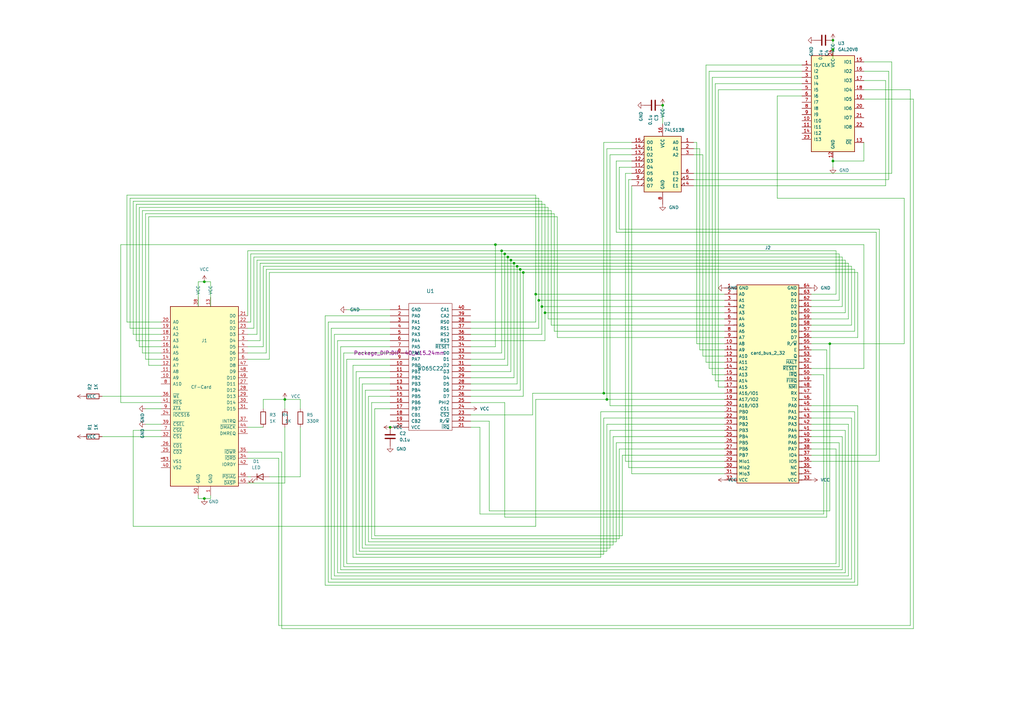
<source format=kicad_sch>
(kicad_sch (version 20211123) (generator eeschema)

  (uuid 5070ea1a-3878-4a10-bcd5-7681f072cac0)

  (paper "A3")

  (lib_symbols
    (symbol "000_MX6309_Symbols:GAL20V8" (pin_names (offset 1.016)) (in_bom yes) (on_board yes)
      (property "Reference" "U" (id 0) (at -8.89 16.51 0)
        (effects (font (size 1.27 1.27)) (justify left))
      )
      (property "Value" "GAL20V8" (id 1) (at 1.27 16.51 0)
        (effects (font (size 1.27 1.27)) (justify left))
      )
      (property "Footprint" "Package_DIP:DIP-24_W7.62mm" (id 2) (at 0 0 0)
        (effects (font (size 1.27 1.27)) hide)
      )
      (property "Datasheet" "" (id 3) (at 0 0 0)
        (effects (font (size 1.27 1.27)) hide)
      )
      (property "ki_keywords" "GAL PLD 16V8" (id 4) (at 0 0 0)
        (effects (font (size 1.27 1.27)) hide)
      )
      (property "ki_description" "Programmable Logic Array, DIP-20/SOIC-20/PLCC-20" (id 5) (at 0 0 0)
        (effects (font (size 1.27 1.27)) hide)
      )
      (property "ki_fp_filters" "DIP* PDIP* SOIC* SO* PLCC*" (id 6) (at 0 0 0)
        (effects (font (size 1.27 1.27)) hide)
      )
      (symbol "GAL20V8_0_0"
        (pin input line (at -12.7 -12.7 0) (length 3.81)
          (name "I10" (effects (font (size 1.27 1.27))))
          (number "10" (effects (font (size 1.27 1.27))))
        )
        (pin tri_state line (at 12.7 -7.62 180) (length 3.81)
          (name "IO6" (effects (font (size 1.27 1.27))))
          (number "20" (effects (font (size 1.27 1.27))))
        )
        (pin tri_state line (at 12.7 -11.43 180) (length 3.81)
          (name "IO7" (effects (font (size 1.27 1.27))))
          (number "21" (effects (font (size 1.27 1.27))))
        )
        (pin tri_state line (at 12.7 -15.24 180) (length 3.81)
          (name "IO8" (effects (font (size 1.27 1.27))))
          (number "22" (effects (font (size 1.27 1.27))))
        )
        (pin tri_state line (at -12.7 -20.32 0) (length 3.81)
          (name "I13" (effects (font (size 1.27 1.27))))
          (number "23" (effects (font (size 1.27 1.27))))
        )
        (pin power_in line (at 0 16.51 270) (length 2.54)
          (name "VCC" (effects (font (size 1.27 1.27))))
          (number "24" (effects (font (size 1.27 1.27))))
        )
      )
      (symbol "GAL20V8_0_1"
        (rectangle (start -8.89 13.97) (end 8.89 -25.4)
          (stroke (width 0.254) (type default) (color 0 0 0 0))
          (fill (type background))
        )
      )
      (symbol "GAL20V8_1_1"
        (pin input line (at -12.7 10.16 0) (length 3.81)
          (name "I1/CLK" (effects (font (size 1.27 1.27))))
          (number "1" (effects (font (size 1.27 1.27))))
        )
        (pin input line (at -12.7 -15.24 0) (length 3.81)
          (name "I11" (effects (font (size 1.27 1.27))))
          (number "11" (effects (font (size 1.27 1.27))))
        )
        (pin power_in line (at 0 -27.94 90) (length 2.54)
          (name "GND" (effects (font (size 1.27 1.27))))
          (number "12" (effects (font (size 1.27 1.27))))
        )
        (pin tri_state line (at 12.7 -21.59 180) (length 3.81)
          (name "~{OE}" (effects (font (size 1.27 1.27))))
          (number "13" (effects (font (size 1.27 1.27))))
        )
        (pin tri_state line (at -12.7 -17.78 0) (length 3.81)
          (name "I12" (effects (font (size 1.27 1.27))))
          (number "14" (effects (font (size 1.27 1.27))))
        )
        (pin tri_state line (at 12.7 11.43 180) (length 3.81)
          (name "IO1" (effects (font (size 1.27 1.27))))
          (number "15" (effects (font (size 1.27 1.27))))
        )
        (pin tri_state line (at 12.7 7.62 180) (length 3.81)
          (name "IO2" (effects (font (size 1.27 1.27))))
          (number "16" (effects (font (size 1.27 1.27))))
        )
        (pin tri_state line (at 12.7 3.81 180) (length 3.81)
          (name "IO3" (effects (font (size 1.27 1.27))))
          (number "17" (effects (font (size 1.27 1.27))))
        )
        (pin tri_state line (at 12.7 0 180) (length 3.81)
          (name "IO4" (effects (font (size 1.27 1.27))))
          (number "18" (effects (font (size 1.27 1.27))))
        )
        (pin tri_state line (at 12.7 -3.81 180) (length 3.81)
          (name "IO5" (effects (font (size 1.27 1.27))))
          (number "19" (effects (font (size 1.27 1.27))))
        )
        (pin input line (at -12.7 7.62 0) (length 3.81)
          (name "I2" (effects (font (size 1.27 1.27))))
          (number "2" (effects (font (size 1.27 1.27))))
        )
        (pin input line (at -12.7 5.08 0) (length 3.81)
          (name "I3" (effects (font (size 1.27 1.27))))
          (number "3" (effects (font (size 1.27 1.27))))
        )
        (pin input line (at -12.7 2.54 0) (length 3.81)
          (name "I4" (effects (font (size 1.27 1.27))))
          (number "4" (effects (font (size 1.27 1.27))))
        )
        (pin input line (at -12.7 0 0) (length 3.81)
          (name "I5" (effects (font (size 1.27 1.27))))
          (number "5" (effects (font (size 1.27 1.27))))
        )
        (pin input line (at -12.7 -2.54 0) (length 3.81)
          (name "I6" (effects (font (size 1.27 1.27))))
          (number "6" (effects (font (size 1.27 1.27))))
        )
        (pin input line (at -12.7 -5.08 0) (length 3.81)
          (name "I7" (effects (font (size 1.27 1.27))))
          (number "7" (effects (font (size 1.27 1.27))))
        )
        (pin input line (at -12.7 -7.62 0) (length 3.81)
          (name "I8" (effects (font (size 1.27 1.27))))
          (number "8" (effects (font (size 1.27 1.27))))
        )
        (pin input line (at -12.7 -10.16 0) (length 3.81)
          (name "I9" (effects (font (size 1.27 1.27))))
          (number "9" (effects (font (size 1.27 1.27))))
        )
      )
    )
    (symbol "000_MX6309_Symbols:card_bus_2_32" (pin_names (offset 2)) (in_bom yes) (on_board yes)
      (property "Reference" "J" (id 0) (at 1.27 40.64 0)
        (effects (font (size 1.27 1.27)))
      )
      (property "Value" "card_bus_2_32" (id 1) (at 20.32 -49.53 0)
        (effects (font (size 1.27 1.27)))
      )
      (property "Footprint" "card_bus_2_32:PinSocket_2x32_P2.54mm_Vertical" (id 2) (at 10.16 50.8 0)
        (effects (font (size 1.27 1.27)) hide)
      )
      (property "Datasheet" "~" (id 3) (at 0 0 0)
        (effects (font (size 1.27 1.27)) hide)
      )
      (property "ki_keywords" "connector" (id 4) (at 0 0 0)
        (effects (font (size 1.27 1.27)) hide)
      )
      (property "ki_description" "DIN41612 connector, double row (AB), 02x32, script generated (kicad-library-utils/schlib/autogen/connector/)" (id 5) (at 0 0 0)
        (effects (font (size 1.27 1.27)) hide)
      )
      (property "ki_fp_filters" "DIN41612*2x*" (id 6) (at 0 0 0)
        (effects (font (size 1.27 1.27)) hide)
      )
      (symbol "card_bus_2_32_1_1"
        (rectangle (start -1.27 -40.513) (end 0 -40.767)
          (stroke (width 0.1524) (type default) (color 0 0 0 0))
          (fill (type none))
        )
        (rectangle (start -1.27 -37.973) (end 0 -38.227)
          (stroke (width 0.1524) (type default) (color 0 0 0 0))
          (fill (type none))
        )
        (rectangle (start -1.27 -35.433) (end 0 -35.687)
          (stroke (width 0.1524) (type default) (color 0 0 0 0))
          (fill (type none))
        )
        (rectangle (start -1.27 -32.893) (end 0 -33.147)
          (stroke (width 0.1524) (type default) (color 0 0 0 0))
          (fill (type none))
        )
        (rectangle (start -1.27 -30.353) (end 0 -30.607)
          (stroke (width 0.1524) (type default) (color 0 0 0 0))
          (fill (type none))
        )
        (rectangle (start -1.27 -27.813) (end 0 -28.067)
          (stroke (width 0.1524) (type default) (color 0 0 0 0))
          (fill (type none))
        )
        (rectangle (start -1.27 -25.273) (end 0 -25.527)
          (stroke (width 0.1524) (type default) (color 0 0 0 0))
          (fill (type none))
        )
        (rectangle (start -1.27 -22.733) (end 0 -22.987)
          (stroke (width 0.1524) (type default) (color 0 0 0 0))
          (fill (type none))
        )
        (rectangle (start -1.27 -20.193) (end 0 -20.447)
          (stroke (width 0.1524) (type default) (color 0 0 0 0))
          (fill (type none))
        )
        (rectangle (start -1.27 -17.653) (end 0 -17.907)
          (stroke (width 0.1524) (type default) (color 0 0 0 0))
          (fill (type none))
        )
        (rectangle (start -1.27 -15.113) (end 0 -15.367)
          (stroke (width 0.1524) (type default) (color 0 0 0 0))
          (fill (type none))
        )
        (rectangle (start -1.27 -12.573) (end 0 -12.827)
          (stroke (width 0.1524) (type default) (color 0 0 0 0))
          (fill (type none))
        )
        (rectangle (start -1.27 -10.033) (end 0 -10.287)
          (stroke (width 0.1524) (type default) (color 0 0 0 0))
          (fill (type none))
        )
        (rectangle (start -1.27 -7.493) (end 0 -7.747)
          (stroke (width 0.1524) (type default) (color 0 0 0 0))
          (fill (type none))
        )
        (rectangle (start -1.27 -4.953) (end 0 -5.207)
          (stroke (width 0.1524) (type default) (color 0 0 0 0))
          (fill (type none))
        )
        (rectangle (start -1.27 -2.413) (end 0 -2.667)
          (stroke (width 0.1524) (type default) (color 0 0 0 0))
          (fill (type none))
        )
        (rectangle (start -1.27 0.127) (end 0 -0.127)
          (stroke (width 0.1524) (type default) (color 0 0 0 0))
          (fill (type none))
        )
        (rectangle (start -1.27 2.667) (end 0 2.413)
          (stroke (width 0.1524) (type default) (color 0 0 0 0))
          (fill (type none))
        )
        (rectangle (start -1.27 5.207) (end 0 4.953)
          (stroke (width 0.1524) (type default) (color 0 0 0 0))
          (fill (type none))
        )
        (rectangle (start -1.27 7.747) (end 0 7.493)
          (stroke (width 0.1524) (type default) (color 0 0 0 0))
          (fill (type none))
        )
        (rectangle (start -1.27 10.287) (end 0 10.033)
          (stroke (width 0.1524) (type default) (color 0 0 0 0))
          (fill (type none))
        )
        (rectangle (start -1.27 12.827) (end 0 12.573)
          (stroke (width 0.1524) (type default) (color 0 0 0 0))
          (fill (type none))
        )
        (rectangle (start -1.27 15.367) (end 0 15.113)
          (stroke (width 0.1524) (type default) (color 0 0 0 0))
          (fill (type none))
        )
        (rectangle (start -1.27 17.907) (end 0 17.653)
          (stroke (width 0.1524) (type default) (color 0 0 0 0))
          (fill (type none))
        )
        (rectangle (start -1.27 20.447) (end 0 20.193)
          (stroke (width 0.1524) (type default) (color 0 0 0 0))
          (fill (type none))
        )
        (rectangle (start -1.27 22.987) (end 0 22.733)
          (stroke (width 0.1524) (type default) (color 0 0 0 0))
          (fill (type none))
        )
        (rectangle (start -1.27 25.527) (end 0 25.273)
          (stroke (width 0.1524) (type default) (color 0 0 0 0))
          (fill (type none))
        )
        (rectangle (start -1.27 28.067) (end 0 27.813)
          (stroke (width 0.1524) (type default) (color 0 0 0 0))
          (fill (type none))
        )
        (rectangle (start -1.27 30.607) (end 0 30.353)
          (stroke (width 0.1524) (type default) (color 0 0 0 0))
          (fill (type none))
        )
        (rectangle (start -1.27 33.147) (end 0 32.893)
          (stroke (width 0.1524) (type default) (color 0 0 0 0))
          (fill (type none))
        )
        (rectangle (start -1.27 35.687) (end 0 35.433)
          (stroke (width 0.1524) (type default) (color 0 0 0 0))
          (fill (type none))
        )
        (rectangle (start -1.27 38.227) (end 0 37.973)
          (stroke (width 0.1524) (type default) (color 0 0 0 0))
          (fill (type none))
        )
        (rectangle (start 0 39.37) (end 25.4 -41.91)
          (stroke (width 0.254) (type default) (color 0 0 0 0))
          (fill (type background))
        )
        (rectangle (start 25.4 -40.513) (end 26.67 -40.767)
          (stroke (width 0.1524) (type default) (color 0 0 0 0))
          (fill (type none))
        )
        (rectangle (start 25.4 -37.973) (end 26.67 -38.227)
          (stroke (width 0.1524) (type default) (color 0 0 0 0))
          (fill (type none))
        )
        (rectangle (start 25.4 -35.433) (end 26.67 -35.687)
          (stroke (width 0.1524) (type default) (color 0 0 0 0))
          (fill (type none))
        )
        (rectangle (start 25.4 -32.893) (end 26.67 -33.147)
          (stroke (width 0.1524) (type default) (color 0 0 0 0))
          (fill (type none))
        )
        (rectangle (start 25.4 -30.353) (end 26.67 -30.607)
          (stroke (width 0.1524) (type default) (color 0 0 0 0))
          (fill (type none))
        )
        (rectangle (start 25.4 -27.813) (end 26.67 -28.067)
          (stroke (width 0.1524) (type default) (color 0 0 0 0))
          (fill (type none))
        )
        (rectangle (start 25.4 -25.273) (end 26.67 -25.527)
          (stroke (width 0.1524) (type default) (color 0 0 0 0))
          (fill (type none))
        )
        (rectangle (start 25.4 -22.733) (end 26.67 -22.987)
          (stroke (width 0.1524) (type default) (color 0 0 0 0))
          (fill (type none))
        )
        (rectangle (start 25.4 -20.193) (end 26.67 -20.447)
          (stroke (width 0.1524) (type default) (color 0 0 0 0))
          (fill (type none))
        )
        (rectangle (start 25.4 -17.653) (end 26.67 -17.907)
          (stroke (width 0.1524) (type default) (color 0 0 0 0))
          (fill (type none))
        )
        (rectangle (start 25.4 -15.113) (end 26.67 -15.367)
          (stroke (width 0.1524) (type default) (color 0 0 0 0))
          (fill (type none))
        )
        (rectangle (start 25.4 -12.573) (end 26.67 -12.827)
          (stroke (width 0.1524) (type default) (color 0 0 0 0))
          (fill (type none))
        )
        (rectangle (start 25.4 -10.033) (end 26.67 -10.287)
          (stroke (width 0.1524) (type default) (color 0 0 0 0))
          (fill (type none))
        )
        (rectangle (start 25.4 -7.493) (end 26.67 -7.747)
          (stroke (width 0.1524) (type default) (color 0 0 0 0))
          (fill (type none))
        )
        (rectangle (start 25.4 -4.953) (end 26.67 -5.207)
          (stroke (width 0.1524) (type default) (color 0 0 0 0))
          (fill (type none))
        )
        (rectangle (start 25.4 -2.413) (end 26.67 -2.667)
          (stroke (width 0.1524) (type default) (color 0 0 0 0))
          (fill (type none))
        )
        (rectangle (start 25.4 0.127) (end 26.67 -0.127)
          (stroke (width 0.1524) (type default) (color 0 0 0 0))
          (fill (type none))
        )
        (rectangle (start 25.4 2.667) (end 26.67 2.413)
          (stroke (width 0.1524) (type default) (color 0 0 0 0))
          (fill (type none))
        )
        (rectangle (start 25.4 5.207) (end 26.67 4.953)
          (stroke (width 0.1524) (type default) (color 0 0 0 0))
          (fill (type none))
        )
        (rectangle (start 25.4 7.747) (end 26.67 7.493)
          (stroke (width 0.1524) (type default) (color 0 0 0 0))
          (fill (type none))
        )
        (rectangle (start 25.4 10.287) (end 26.67 10.033)
          (stroke (width 0.1524) (type default) (color 0 0 0 0))
          (fill (type none))
        )
        (rectangle (start 25.4 12.827) (end 26.67 12.573)
          (stroke (width 0.1524) (type default) (color 0 0 0 0))
          (fill (type none))
        )
        (rectangle (start 25.4 15.367) (end 26.67 15.113)
          (stroke (width 0.1524) (type default) (color 0 0 0 0))
          (fill (type none))
        )
        (rectangle (start 25.4 17.907) (end 26.67 17.653)
          (stroke (width 0.1524) (type default) (color 0 0 0 0))
          (fill (type none))
        )
        (rectangle (start 25.4 20.447) (end 26.67 20.193)
          (stroke (width 0.1524) (type default) (color 0 0 0 0))
          (fill (type none))
        )
        (rectangle (start 25.4 22.987) (end 26.67 22.733)
          (stroke (width 0.1524) (type default) (color 0 0 0 0))
          (fill (type none))
        )
        (rectangle (start 25.4 25.527) (end 26.67 25.273)
          (stroke (width 0.1524) (type default) (color 0 0 0 0))
          (fill (type none))
        )
        (rectangle (start 25.4 28.067) (end 26.67 27.813)
          (stroke (width 0.1524) (type default) (color 0 0 0 0))
          (fill (type none))
        )
        (rectangle (start 25.4 30.607) (end 26.67 30.353)
          (stroke (width 0.1524) (type default) (color 0 0 0 0))
          (fill (type none))
        )
        (rectangle (start 25.4 33.147) (end 26.67 32.893)
          (stroke (width 0.1524) (type default) (color 0 0 0 0))
          (fill (type none))
        )
        (rectangle (start 25.4 35.687) (end 26.67 35.433)
          (stroke (width 0.1524) (type default) (color 0 0 0 0))
          (fill (type none))
        )
        (rectangle (start 25.4 38.227) (end 26.67 37.973)
          (stroke (width 0.1524) (type default) (color 0 0 0 0))
          (fill (type none))
        )
        (pin power_in line (at -5.08 38.1 0) (length 3.81)
          (name "GND" (effects (font (size 1.27 1.27))))
          (number "1" (effects (font (size 1.27 1.27))))
        )
        (pin output line (at -5.08 15.24 0) (length 3.81)
          (name "A8" (effects (font (size 1.27 1.27))))
          (number "10" (effects (font (size 1.27 1.27))))
        )
        (pin output line (at -5.08 12.7 0) (length 3.81)
          (name "A9" (effects (font (size 1.27 1.27))))
          (number "11" (effects (font (size 1.27 1.27))))
        )
        (pin output line (at -5.08 10.16 0) (length 3.81)
          (name "A10" (effects (font (size 1.27 1.27))))
          (number "12" (effects (font (size 1.27 1.27))))
        )
        (pin output line (at -5.08 7.62 0) (length 3.81)
          (name "A11" (effects (font (size 1.27 1.27))))
          (number "13" (effects (font (size 1.27 1.27))))
        )
        (pin output line (at -5.08 5.08 0) (length 3.81)
          (name "A12" (effects (font (size 1.27 1.27))))
          (number "14" (effects (font (size 1.27 1.27))))
        )
        (pin output line (at -5.08 2.54 0) (length 3.81)
          (name "A13" (effects (font (size 1.27 1.27))))
          (number "15" (effects (font (size 1.27 1.27))))
        )
        (pin output line (at -5.08 0 0) (length 3.81)
          (name "A14" (effects (font (size 1.27 1.27))))
          (number "16" (effects (font (size 1.27 1.27))))
        )
        (pin output line (at -5.08 -2.54 0) (length 3.81)
          (name "A15" (effects (font (size 1.27 1.27))))
          (number "17" (effects (font (size 1.27 1.27))))
        )
        (pin output line (at -5.08 -5.08 0) (length 3.81)
          (name "A16/IO1" (effects (font (size 1.27 1.27))))
          (number "18" (effects (font (size 1.27 1.27))))
        )
        (pin output line (at -5.08 -7.62 0) (length 3.81)
          (name "A17/IO2" (effects (font (size 1.27 1.27))))
          (number "19" (effects (font (size 1.27 1.27))))
        )
        (pin output line (at -5.08 35.56 0) (length 3.81)
          (name "A0" (effects (font (size 1.27 1.27))))
          (number "2" (effects (font (size 1.27 1.27))))
        )
        (pin output line (at -5.08 -10.16 0) (length 3.81)
          (name "A18/IO3" (effects (font (size 1.27 1.27))))
          (number "20" (effects (font (size 1.27 1.27))))
        )
        (pin bidirectional line (at -5.08 -12.7 0) (length 3.81)
          (name "PB0" (effects (font (size 1.27 1.27))))
          (number "21" (effects (font (size 1.27 1.27))))
        )
        (pin bidirectional line (at -5.08 -15.24 0) (length 3.81)
          (name "PB1" (effects (font (size 1.27 1.27))))
          (number "22" (effects (font (size 1.27 1.27))))
        )
        (pin bidirectional line (at -5.08 -17.78 0) (length 3.81)
          (name "PB2" (effects (font (size 1.27 1.27))))
          (number "23" (effects (font (size 1.27 1.27))))
        )
        (pin bidirectional line (at -5.08 -20.32 0) (length 3.81)
          (name "PB3" (effects (font (size 1.27 1.27))))
          (number "24" (effects (font (size 1.27 1.27))))
        )
        (pin bidirectional line (at -5.08 -22.86 0) (length 3.81)
          (name "PB4" (effects (font (size 1.27 1.27))))
          (number "25" (effects (font (size 1.27 1.27))))
        )
        (pin bidirectional line (at -5.08 -25.4 0) (length 3.81)
          (name "PB5" (effects (font (size 1.27 1.27))))
          (number "26" (effects (font (size 1.27 1.27))))
        )
        (pin bidirectional line (at -5.08 -27.94 0) (length 3.81)
          (name "PB6" (effects (font (size 1.27 1.27))))
          (number "27" (effects (font (size 1.27 1.27))))
        )
        (pin bidirectional line (at -5.08 -30.48 0) (length 3.81)
          (name "PB7" (effects (font (size 1.27 1.27))))
          (number "28" (effects (font (size 1.27 1.27))))
        )
        (pin tri_state line (at -5.08 -33.02 0) (length 3.81)
          (name "MIo1" (effects (font (size 1.27 1.27))))
          (number "29" (effects (font (size 1.27 1.27))))
        )
        (pin output line (at -5.08 33.02 0) (length 3.81)
          (name "A1" (effects (font (size 1.27 1.27))))
          (number "3" (effects (font (size 1.27 1.27))))
        )
        (pin tri_state line (at -5.08 -35.56 0) (length 3.81)
          (name "MIo2" (effects (font (size 1.27 1.27))))
          (number "30" (effects (font (size 1.27 1.27))))
        )
        (pin tri_state line (at -5.08 -38.1 0) (length 3.81)
          (name "MIo3" (effects (font (size 1.27 1.27))))
          (number "31" (effects (font (size 1.27 1.27))))
        )
        (pin power_in line (at -5.08 -40.64 0) (length 3.81)
          (name "VCC" (effects (font (size 1.27 1.27))))
          (number "32" (effects (font (size 1.27 1.27))))
        )
        (pin power_in line (at 30.48 -40.64 180) (length 3.81)
          (name "VCC" (effects (font (size 1.27 1.27))))
          (number "33" (effects (font (size 1.27 1.27))))
        )
        (pin unspecified line (at 30.48 -38.1 180) (length 3.81)
          (name "NC" (effects (font (size 1.27 1.27))))
          (number "34" (effects (font (size 1.27 1.27))))
        )
        (pin unspecified line (at 30.48 -35.56 180) (length 3.81)
          (name "NC" (effects (font (size 1.27 1.27))))
          (number "35" (effects (font (size 1.27 1.27))))
        )
        (pin unspecified line (at 30.48 -33.02 180) (length 3.81)
          (name "IO5" (effects (font (size 1.27 1.27))))
          (number "36" (effects (font (size 1.27 1.27))))
        )
        (pin unspecified line (at 30.48 -30.48 180) (length 3.81)
          (name "IO4" (effects (font (size 1.27 1.27))))
          (number "37" (effects (font (size 1.27 1.27))))
        )
        (pin bidirectional line (at 30.48 -27.94 180) (length 3.81)
          (name "PA7" (effects (font (size 1.27 1.27))))
          (number "38" (effects (font (size 1.27 1.27))))
        )
        (pin bidirectional line (at 30.48 -25.4 180) (length 3.81)
          (name "PA6" (effects (font (size 1.27 1.27))))
          (number "39" (effects (font (size 1.27 1.27))))
        )
        (pin output line (at -5.08 30.48 0) (length 3.81)
          (name "A2" (effects (font (size 1.27 1.27))))
          (number "4" (effects (font (size 1.27 1.27))))
        )
        (pin bidirectional line (at 30.48 -22.86 180) (length 3.81)
          (name "PA5" (effects (font (size 1.27 1.27))))
          (number "40" (effects (font (size 1.27 1.27))))
        )
        (pin bidirectional line (at 30.48 -20.32 180) (length 3.81)
          (name "PA4" (effects (font (size 1.27 1.27))))
          (number "41" (effects (font (size 1.27 1.27))))
        )
        (pin bidirectional line (at 30.48 -17.78 180) (length 3.81)
          (name "PA3" (effects (font (size 1.27 1.27))))
          (number "42" (effects (font (size 1.27 1.27))))
        )
        (pin bidirectional line (at 30.48 -15.24 180) (length 3.81)
          (name "PA2" (effects (font (size 1.27 1.27))))
          (number "43" (effects (font (size 1.27 1.27))))
        )
        (pin bidirectional line (at 30.48 -12.7 180) (length 3.81)
          (name "PA1" (effects (font (size 1.27 1.27))))
          (number "44" (effects (font (size 1.27 1.27))))
        )
        (pin bidirectional line (at 30.48 -10.16 180) (length 3.81)
          (name "PA0" (effects (font (size 1.27 1.27))))
          (number "45" (effects (font (size 1.27 1.27))))
        )
        (pin output line (at 30.48 -7.62 180) (length 3.81)
          (name "TX" (effects (font (size 1.27 1.27))))
          (number "46" (effects (font (size 1.27 1.27))))
        )
        (pin input line (at 30.48 -5.08 180) (length 3.81)
          (name "RX" (effects (font (size 1.27 1.27))))
          (number "47" (effects (font (size 1.27 1.27))))
        )
        (pin input line (at 30.48 -2.54 180) (length 3.81)
          (name "~{NMI}" (effects (font (size 1.27 1.27))))
          (number "48" (effects (font (size 1.27 1.27))))
        )
        (pin input line (at 30.48 0 180) (length 3.81)
          (name "~{FIRQ}" (effects (font (size 1.27 1.27))))
          (number "49" (effects (font (size 1.27 1.27))))
        )
        (pin output line (at -5.08 27.94 0) (length 3.81)
          (name "A3" (effects (font (size 1.27 1.27))))
          (number "5" (effects (font (size 1.27 1.27))))
        )
        (pin input line (at 30.48 2.54 180) (length 3.81)
          (name "~{IRQ}" (effects (font (size 1.27 1.27))))
          (number "50" (effects (font (size 1.27 1.27))))
        )
        (pin input line (at 30.48 5.08 180) (length 3.81)
          (name "~{RESET}" (effects (font (size 1.27 1.27))))
          (number "51" (effects (font (size 1.27 1.27))))
        )
        (pin input line (at 30.48 7.62 180) (length 3.81)
          (name "~{HALT}" (effects (font (size 1.27 1.27))))
          (number "52" (effects (font (size 1.27 1.27))))
        )
        (pin input line (at 30.48 10.16 180) (length 3.81)
          (name "Q" (effects (font (size 1.27 1.27))))
          (number "53" (effects (font (size 1.27 1.27))))
        )
        (pin input line (at 30.48 12.7 180) (length 3.81)
          (name "E" (effects (font (size 1.27 1.27))))
          (number "54" (effects (font (size 1.27 1.27))))
        )
        (pin output line (at 30.48 15.24 180) (length 3.81)
          (name "R/~{W}" (effects (font (size 1.27 1.27))))
          (number "55" (effects (font (size 1.27 1.27))))
        )
        (pin bidirectional line (at 30.48 17.78 180) (length 3.81)
          (name "D7" (effects (font (size 1.27 1.27))))
          (number "56" (effects (font (size 1.27 1.27))))
        )
        (pin bidirectional line (at 30.48 20.32 180) (length 3.81)
          (name "D6" (effects (font (size 1.27 1.27))))
          (number "57" (effects (font (size 1.27 1.27))))
        )
        (pin bidirectional line (at 30.48 22.86 180) (length 3.81)
          (name "D5" (effects (font (size 1.27 1.27))))
          (number "58" (effects (font (size 1.27 1.27))))
        )
        (pin bidirectional line (at 30.48 25.4 180) (length 3.81)
          (name "D4" (effects (font (size 1.27 1.27))))
          (number "59" (effects (font (size 1.27 1.27))))
        )
        (pin output line (at -5.08 25.4 0) (length 3.81)
          (name "A4" (effects (font (size 1.27 1.27))))
          (number "6" (effects (font (size 1.27 1.27))))
        )
        (pin bidirectional line (at 30.48 27.94 180) (length 3.81)
          (name "D3" (effects (font (size 1.27 1.27))))
          (number "60" (effects (font (size 1.27 1.27))))
        )
        (pin bidirectional line (at 30.48 30.48 180) (length 3.81)
          (name "D2" (effects (font (size 1.27 1.27))))
          (number "61" (effects (font (size 1.27 1.27))))
        )
        (pin bidirectional line (at 30.48 33.02 180) (length 3.81)
          (name "D1" (effects (font (size 1.27 1.27))))
          (number "62" (effects (font (size 1.27 1.27))))
        )
        (pin bidirectional line (at 30.48 35.56 180) (length 3.81)
          (name "D0" (effects (font (size 1.27 1.27))))
          (number "63" (effects (font (size 1.27 1.27))))
        )
        (pin power_in line (at 30.48 38.1 180) (length 3.81)
          (name "GND" (effects (font (size 1.27 1.27))))
          (number "64" (effects (font (size 1.27 1.27))))
        )
        (pin output line (at -5.08 22.86 0) (length 3.81)
          (name "A5" (effects (font (size 1.27 1.27))))
          (number "7" (effects (font (size 1.27 1.27))))
        )
        (pin output line (at -5.08 20.32 0) (length 3.81)
          (name "A6" (effects (font (size 1.27 1.27))))
          (number "8" (effects (font (size 1.27 1.27))))
        )
        (pin output line (at -5.08 17.78 0) (length 3.81)
          (name "A7" (effects (font (size 1.27 1.27))))
          (number "9" (effects (font (size 1.27 1.27))))
        )
      )
    )
    (symbol "001_common_components:C -Bypass" (pin_numbers hide) (pin_names (offset 0.254)) (in_bom yes) (on_board yes)
      (property "Reference" "C" (id 0) (at 0.635 2.54 0)
        (effects (font (size 1.27 1.27)) (justify left))
      )
      (property "Value" "C -Bypass" (id 1) (at 0.635 -2.54 0)
        (effects (font (size 1.27 1.27)) (justify left))
      )
      (property "Footprint" "Capacitor_THT:C_Disc_D4.7mm_W2.5mm_P5.00mm" (id 2) (at 0.9652 -3.81 0)
        (effects (font (size 1.27 1.27)) hide)
      )
      (property "Datasheet" "~" (id 3) (at 0 0 0)
        (effects (font (size 1.27 1.27)) hide)
      )
      (property "ki_keywords" "cap capacitor" (id 4) (at 0 0 0)
        (effects (font (size 1.27 1.27)) hide)
      )
      (property "ki_description" "Unpolarized capacitor" (id 5) (at 0 0 0)
        (effects (font (size 1.27 1.27)) hide)
      )
      (property "ki_fp_filters" "C_*" (id 6) (at 0 0 0)
        (effects (font (size 1.27 1.27)) hide)
      )
      (symbol "C -Bypass_0_1"
        (polyline
          (pts
            (xy -2.032 -0.762)
            (xy 2.032 -0.762)
          )
          (stroke (width 0.508) (type default) (color 0 0 0 0))
          (fill (type none))
        )
        (polyline
          (pts
            (xy -2.032 0.762)
            (xy 2.032 0.762)
          )
          (stroke (width 0.508) (type default) (color 0 0 0 0))
          (fill (type none))
        )
      )
      (symbol "C -Bypass_1_1"
        (pin passive line (at 0 3.81 270) (length 2.794)
          (name "~" (effects (font (size 1.27 1.27))))
          (number "1" (effects (font (size 1.27 1.27))))
        )
        (pin passive line (at 0 -3.81 90) (length 2.794)
          (name "~" (effects (font (size 1.27 1.27))))
          (number "2" (effects (font (size 1.27 1.27))))
        )
      )
    )
    (symbol "65xx:WD65C22" (pin_names (offset 1.016)) (in_bom yes) (on_board yes)
      (property "Reference" "U" (id 0) (at 0 -29.21 0)
        (effects (font (size 1.524 1.524)))
      )
      (property "Value" "WD65C22" (id 1) (at 0 -2.54 90)
        (effects (font (size 1.524 1.524)))
      )
      (property "Footprint" "" (id 2) (at -12.7 5.08 0)
        (effects (font (size 1.524 1.524)))
      )
      (property "Datasheet" "" (id 3) (at -12.7 5.08 0)
        (effects (font (size 1.524 1.524)))
      )
      (property "ki_keywords" "CIA, 65xx" (id 4) (at 0 0 0)
        (effects (font (size 1.27 1.27)) hide)
      )
      (property "ki_description" "Western Digital Design Center - 65C22 CIA, Complex Interface Adapter" (id 5) (at 0 0 0)
        (effects (font (size 1.27 1.27)) hide)
      )
      (symbol "WD65C22_0_1"
        (rectangle (start -8.89 25.4) (end 8.89 -26.67)
          (stroke (width 0) (type default) (color 0 0 0 0))
          (fill (type none))
        )
      )
      (symbol "WD65C22_1_1"
        (pin output line (at -16.51 22.86 0) (length 7.62)
          (name "GND" (effects (font (size 1.27 1.27))))
          (number "1" (effects (font (size 1.27 1.27))))
        )
        (pin bidirectional line (at -16.51 0 0) (length 7.62)
          (name "PB0" (effects (font (size 1.27 1.27))))
          (number "10" (effects (font (size 1.27 1.27))))
        )
        (pin bidirectional line (at -16.51 -2.54 0) (length 7.62)
          (name "PB1" (effects (font (size 1.27 1.27))))
          (number "11" (effects (font (size 1.27 1.27))))
        )
        (pin bidirectional line (at -16.51 -5.08 0) (length 7.62)
          (name "PB2" (effects (font (size 1.27 1.27))))
          (number "12" (effects (font (size 1.27 1.27))))
        )
        (pin bidirectional line (at -16.51 -7.62 0) (length 7.62)
          (name "PB3" (effects (font (size 1.27 1.27))))
          (number "13" (effects (font (size 1.27 1.27))))
        )
        (pin bidirectional line (at -16.51 -10.16 0) (length 7.62)
          (name "PB4" (effects (font (size 1.27 1.27))))
          (number "14" (effects (font (size 1.27 1.27))))
        )
        (pin bidirectional line (at -16.51 -12.7 0) (length 7.62)
          (name "PB5" (effects (font (size 1.27 1.27))))
          (number "15" (effects (font (size 1.27 1.27))))
        )
        (pin bidirectional line (at -16.51 -15.24 0) (length 7.62)
          (name "PB6" (effects (font (size 1.27 1.27))))
          (number "16" (effects (font (size 1.27 1.27))))
        )
        (pin bidirectional line (at -16.51 -17.78 0) (length 7.62)
          (name "PB7" (effects (font (size 1.27 1.27))))
          (number "17" (effects (font (size 1.27 1.27))))
        )
        (pin bidirectional line (at -16.51 -20.32 0) (length 7.62)
          (name "CB1" (effects (font (size 1.27 1.27))))
          (number "18" (effects (font (size 1.27 1.27))))
        )
        (pin output line (at -16.51 -22.86 0) (length 7.62)
          (name "CB2" (effects (font (size 1.27 1.27))))
          (number "19" (effects (font (size 1.27 1.27))))
        )
        (pin bidirectional line (at -16.51 20.32 0) (length 7.62)
          (name "PA0" (effects (font (size 1.27 1.27))))
          (number "2" (effects (font (size 1.27 1.27))))
        )
        (pin power_in line (at -16.51 -25.4 0) (length 7.62)
          (name "VCC" (effects (font (size 1.27 1.27))))
          (number "20" (effects (font (size 1.27 1.27))))
        )
        (pin output line (at 16.51 -25.4 180) (length 7.62)
          (name "~{IRQ}" (effects (font (size 1.27 1.27))))
          (number "21" (effects (font (size 1.27 1.27))))
        )
        (pin input line (at 16.51 -22.86 180) (length 7.62)
          (name "R/~{W}" (effects (font (size 1.27 1.27))))
          (number "22" (effects (font (size 1.27 1.27))))
        )
        (pin input line (at 16.51 -20.32 180) (length 7.62)
          (name "~{CS2}" (effects (font (size 1.27 1.27))))
          (number "23" (effects (font (size 1.27 1.27))))
        )
        (pin input line (at 16.51 -17.78 180) (length 7.62)
          (name "CS1" (effects (font (size 1.27 1.27))))
          (number "24" (effects (font (size 1.27 1.27))))
        )
        (pin input line (at 16.51 -15.24 180) (length 7.62)
          (name "PHI2" (effects (font (size 1.27 1.27))))
          (number "25" (effects (font (size 1.27 1.27))))
        )
        (pin tri_state line (at 16.51 -12.7 180) (length 7.62)
          (name "D7" (effects (font (size 1.27 1.27))))
          (number "26" (effects (font (size 1.27 1.27))))
        )
        (pin tri_state line (at 16.51 -10.16 180) (length 7.62)
          (name "D6" (effects (font (size 1.27 1.27))))
          (number "27" (effects (font (size 1.27 1.27))))
        )
        (pin tri_state line (at 16.51 -7.62 180) (length 7.62)
          (name "D5" (effects (font (size 1.27 1.27))))
          (number "28" (effects (font (size 1.27 1.27))))
        )
        (pin tri_state line (at 16.51 -5.08 180) (length 7.62)
          (name "D4" (effects (font (size 1.27 1.27))))
          (number "29" (effects (font (size 1.27 1.27))))
        )
        (pin bidirectional line (at -16.51 17.78 0) (length 7.62)
          (name "PA1" (effects (font (size 1.27 1.27))))
          (number "3" (effects (font (size 1.27 1.27))))
        )
        (pin tri_state line (at 16.51 -2.54 180) (length 7.62)
          (name "D3" (effects (font (size 1.27 1.27))))
          (number "30" (effects (font (size 1.27 1.27))))
        )
        (pin tri_state line (at 16.51 0 180) (length 7.62)
          (name "D2" (effects (font (size 1.27 1.27))))
          (number "31" (effects (font (size 1.27 1.27))))
        )
        (pin tri_state line (at 16.51 2.54 180) (length 7.62)
          (name "D1" (effects (font (size 1.27 1.27))))
          (number "32" (effects (font (size 1.27 1.27))))
        )
        (pin tri_state line (at 16.51 5.08 180) (length 7.62)
          (name "D0" (effects (font (size 1.27 1.27))))
          (number "33" (effects (font (size 1.27 1.27))))
        )
        (pin input line (at 16.51 7.62 180) (length 7.62)
          (name "~{RESET}" (effects (font (size 1.27 1.27))))
          (number "34" (effects (font (size 1.27 1.27))))
        )
        (pin input line (at 16.51 10.16 180) (length 7.62)
          (name "RS3" (effects (font (size 1.27 1.27))))
          (number "35" (effects (font (size 1.27 1.27))))
        )
        (pin input line (at 16.51 12.7 180) (length 7.62)
          (name "RS2" (effects (font (size 1.27 1.27))))
          (number "36" (effects (font (size 1.27 1.27))))
        )
        (pin input line (at 16.51 15.24 180) (length 7.62)
          (name "RS1" (effects (font (size 1.27 1.27))))
          (number "37" (effects (font (size 1.27 1.27))))
        )
        (pin input line (at 16.51 17.78 180) (length 7.62)
          (name "RS0" (effects (font (size 1.27 1.27))))
          (number "38" (effects (font (size 1.27 1.27))))
        )
        (pin bidirectional line (at 16.51 20.32 180) (length 7.62)
          (name "CA2" (effects (font (size 1.27 1.27))))
          (number "39" (effects (font (size 1.27 1.27))))
        )
        (pin bidirectional line (at -16.51 15.24 0) (length 7.62)
          (name "PA2" (effects (font (size 1.27 1.27))))
          (number "4" (effects (font (size 1.27 1.27))))
        )
        (pin bidirectional line (at 16.51 22.86 180) (length 7.62)
          (name "CA1" (effects (font (size 1.27 1.27))))
          (number "40" (effects (font (size 1.27 1.27))))
        )
        (pin bidirectional line (at -16.51 12.7 0) (length 7.62)
          (name "PA3" (effects (font (size 1.27 1.27))))
          (number "5" (effects (font (size 1.27 1.27))))
        )
        (pin bidirectional line (at -16.51 10.16 0) (length 7.62)
          (name "PA4" (effects (font (size 1.27 1.27))))
          (number "6" (effects (font (size 1.27 1.27))))
        )
        (pin bidirectional line (at -16.51 7.62 0) (length 7.62)
          (name "PA5" (effects (font (size 1.27 1.27))))
          (number "7" (effects (font (size 1.27 1.27))))
        )
        (pin bidirectional line (at -16.51 5.08 0) (length 7.62)
          (name "PA6" (effects (font (size 1.27 1.27))))
          (number "8" (effects (font (size 1.27 1.27))))
        )
        (pin bidirectional line (at -16.51 2.54 0) (length 7.62)
          (name "PA7" (effects (font (size 1.27 1.27))))
          (number "9" (effects (font (size 1.27 1.27))))
        )
      )
    )
    (symbol "74xx:74LS138" (pin_names (offset 1.016)) (in_bom yes) (on_board yes)
      (property "Reference" "U" (id 0) (at -7.62 11.43 0)
        (effects (font (size 1.27 1.27)))
      )
      (property "Value" "74LS138" (id 1) (at -7.62 -13.97 0)
        (effects (font (size 1.27 1.27)))
      )
      (property "Footprint" "" (id 2) (at 0 0 0)
        (effects (font (size 1.27 1.27)) hide)
      )
      (property "Datasheet" "http://www.ti.com/lit/gpn/sn74LS138" (id 3) (at 0 0 0)
        (effects (font (size 1.27 1.27)) hide)
      )
      (property "ki_locked" "" (id 4) (at 0 0 0)
        (effects (font (size 1.27 1.27)))
      )
      (property "ki_keywords" "TTL DECOD DECOD8" (id 5) (at 0 0 0)
        (effects (font (size 1.27 1.27)) hide)
      )
      (property "ki_description" "Decoder 3 to 8 active low outputs" (id 6) (at 0 0 0)
        (effects (font (size 1.27 1.27)) hide)
      )
      (property "ki_fp_filters" "DIP?16*" (id 7) (at 0 0 0)
        (effects (font (size 1.27 1.27)) hide)
      )
      (symbol "74LS138_1_0"
        (pin input line (at -12.7 7.62 0) (length 5.08)
          (name "A0" (effects (font (size 1.27 1.27))))
          (number "1" (effects (font (size 1.27 1.27))))
        )
        (pin output output_low (at 12.7 -5.08 180) (length 5.08)
          (name "O5" (effects (font (size 1.27 1.27))))
          (number "10" (effects (font (size 1.27 1.27))))
        )
        (pin output output_low (at 12.7 -2.54 180) (length 5.08)
          (name "O4" (effects (font (size 1.27 1.27))))
          (number "11" (effects (font (size 1.27 1.27))))
        )
        (pin output output_low (at 12.7 0 180) (length 5.08)
          (name "O3" (effects (font (size 1.27 1.27))))
          (number "12" (effects (font (size 1.27 1.27))))
        )
        (pin output output_low (at 12.7 2.54 180) (length 5.08)
          (name "O2" (effects (font (size 1.27 1.27))))
          (number "13" (effects (font (size 1.27 1.27))))
        )
        (pin output output_low (at 12.7 5.08 180) (length 5.08)
          (name "O1" (effects (font (size 1.27 1.27))))
          (number "14" (effects (font (size 1.27 1.27))))
        )
        (pin output output_low (at 12.7 7.62 180) (length 5.08)
          (name "O0" (effects (font (size 1.27 1.27))))
          (number "15" (effects (font (size 1.27 1.27))))
        )
        (pin power_in line (at 0 15.24 270) (length 5.08)
          (name "VCC" (effects (font (size 1.27 1.27))))
          (number "16" (effects (font (size 1.27 1.27))))
        )
        (pin input line (at -12.7 5.08 0) (length 5.08)
          (name "A1" (effects (font (size 1.27 1.27))))
          (number "2" (effects (font (size 1.27 1.27))))
        )
        (pin input line (at -12.7 2.54 0) (length 5.08)
          (name "A2" (effects (font (size 1.27 1.27))))
          (number "3" (effects (font (size 1.27 1.27))))
        )
        (pin input input_low (at -12.7 -10.16 0) (length 5.08)
          (name "E1" (effects (font (size 1.27 1.27))))
          (number "4" (effects (font (size 1.27 1.27))))
        )
        (pin input input_low (at -12.7 -7.62 0) (length 5.08)
          (name "E2" (effects (font (size 1.27 1.27))))
          (number "5" (effects (font (size 1.27 1.27))))
        )
        (pin input line (at -12.7 -5.08 0) (length 5.08)
          (name "E3" (effects (font (size 1.27 1.27))))
          (number "6" (effects (font (size 1.27 1.27))))
        )
        (pin output output_low (at 12.7 -10.16 180) (length 5.08)
          (name "O7" (effects (font (size 1.27 1.27))))
          (number "7" (effects (font (size 1.27 1.27))))
        )
        (pin power_in line (at 0 -17.78 90) (length 5.08)
          (name "GND" (effects (font (size 1.27 1.27))))
          (number "8" (effects (font (size 1.27 1.27))))
        )
        (pin output output_low (at 12.7 -7.62 180) (length 5.08)
          (name "O6" (effects (font (size 1.27 1.27))))
          (number "9" (effects (font (size 1.27 1.27))))
        )
      )
      (symbol "74LS138_1_1"
        (rectangle (start -7.62 10.16) (end 7.62 -12.7)
          (stroke (width 0.254) (type default) (color 0 0 0 0))
          (fill (type background))
        )
      )
    )
    (symbol "Device:LED" (pin_numbers hide) (pin_names (offset 1.016) hide) (in_bom yes) (on_board yes)
      (property "Reference" "D" (id 0) (at 0 2.54 0)
        (effects (font (size 1.27 1.27)))
      )
      (property "Value" "LED" (id 1) (at 0 -2.54 0)
        (effects (font (size 1.27 1.27)))
      )
      (property "Footprint" "" (id 2) (at 0 0 0)
        (effects (font (size 1.27 1.27)) hide)
      )
      (property "Datasheet" "~" (id 3) (at 0 0 0)
        (effects (font (size 1.27 1.27)) hide)
      )
      (property "ki_keywords" "LED diode" (id 4) (at 0 0 0)
        (effects (font (size 1.27 1.27)) hide)
      )
      (property "ki_description" "Light emitting diode" (id 5) (at 0 0 0)
        (effects (font (size 1.27 1.27)) hide)
      )
      (property "ki_fp_filters" "LED* LED_SMD:* LED_THT:*" (id 6) (at 0 0 0)
        (effects (font (size 1.27 1.27)) hide)
      )
      (symbol "LED_0_1"
        (polyline
          (pts
            (xy -1.27 -1.27)
            (xy -1.27 1.27)
          )
          (stroke (width 0.254) (type default) (color 0 0 0 0))
          (fill (type none))
        )
        (polyline
          (pts
            (xy -1.27 0)
            (xy 1.27 0)
          )
          (stroke (width 0) (type default) (color 0 0 0 0))
          (fill (type none))
        )
        (polyline
          (pts
            (xy 1.27 -1.27)
            (xy 1.27 1.27)
            (xy -1.27 0)
            (xy 1.27 -1.27)
          )
          (stroke (width 0.254) (type default) (color 0 0 0 0))
          (fill (type none))
        )
        (polyline
          (pts
            (xy -3.048 -0.762)
            (xy -4.572 -2.286)
            (xy -3.81 -2.286)
            (xy -4.572 -2.286)
            (xy -4.572 -1.524)
          )
          (stroke (width 0) (type default) (color 0 0 0 0))
          (fill (type none))
        )
        (polyline
          (pts
            (xy -1.778 -0.762)
            (xy -3.302 -2.286)
            (xy -2.54 -2.286)
            (xy -3.302 -2.286)
            (xy -3.302 -1.524)
          )
          (stroke (width 0) (type default) (color 0 0 0 0))
          (fill (type none))
        )
      )
      (symbol "LED_1_1"
        (pin passive line (at -3.81 0 0) (length 2.54)
          (name "K" (effects (font (size 1.27 1.27))))
          (number "1" (effects (font (size 1.27 1.27))))
        )
        (pin passive line (at 3.81 0 180) (length 2.54)
          (name "A" (effects (font (size 1.27 1.27))))
          (number "2" (effects (font (size 1.27 1.27))))
        )
      )
    )
    (symbol "Device:R" (pin_numbers hide) (pin_names (offset 0)) (in_bom yes) (on_board yes)
      (property "Reference" "R" (id 0) (at 2.032 0 90)
        (effects (font (size 1.27 1.27)))
      )
      (property "Value" "R" (id 1) (at 0 0 90)
        (effects (font (size 1.27 1.27)))
      )
      (property "Footprint" "" (id 2) (at -1.778 0 90)
        (effects (font (size 1.27 1.27)) hide)
      )
      (property "Datasheet" "~" (id 3) (at 0 0 0)
        (effects (font (size 1.27 1.27)) hide)
      )
      (property "ki_keywords" "R res resistor" (id 4) (at 0 0 0)
        (effects (font (size 1.27 1.27)) hide)
      )
      (property "ki_description" "Resistor" (id 5) (at 0 0 0)
        (effects (font (size 1.27 1.27)) hide)
      )
      (property "ki_fp_filters" "R_*" (id 6) (at 0 0 0)
        (effects (font (size 1.27 1.27)) hide)
      )
      (symbol "R_0_1"
        (rectangle (start -1.016 -2.54) (end 1.016 2.54)
          (stroke (width 0.254) (type default) (color 0 0 0 0))
          (fill (type none))
        )
      )
      (symbol "R_1_1"
        (pin passive line (at 0 3.81 270) (length 1.27)
          (name "~" (effects (font (size 1.27 1.27))))
          (number "1" (effects (font (size 1.27 1.27))))
        )
        (pin passive line (at 0 -3.81 90) (length 1.27)
          (name "~" (effects (font (size 1.27 1.27))))
          (number "2" (effects (font (size 1.27 1.27))))
        )
      )
    )
    (symbol "cf_card:CF-Card" (pin_names (offset 1.016)) (in_bom yes) (on_board yes)
      (property "Reference" "J" (id 0) (at 1.27 33.02 0)
        (effects (font (size 1.27 1.27)))
      )
      (property "Value" "CF-Card" (id 1) (at 1.27 -33.02 0)
        (effects (font (size 1.27 1.27)))
      )
      (property "Footprint" "" (id 2) (at -1.27 -16.51 0)
        (effects (font (size 1.27 1.27)) hide)
      )
      (property "Datasheet" "~" (id 3) (at -11.43 0 0)
        (effects (font (size 1.27 1.27)) hide)
      )
      (property "ki_keywords" "connector" (id 4) (at 0 0 0)
        (effects (font (size 1.27 1.27)) hide)
      )
      (property "ki_description" "Compact Flash 50 pin" (id 5) (at 0 0 0)
        (effects (font (size 1.27 1.27)) hide)
      )
      (property "ki_fp_filters" "Connector*:*_2x??_*" (id 6) (at 0 0 0)
        (effects (font (size 1.27 1.27)) hide)
      )
      (symbol "CF-Card_1_1"
        (rectangle (start -16.51 -30.353) (end -15.24 -30.607)
          (stroke (width 0.1524) (type default) (color 0 0 0 0))
          (fill (type none))
        )
        (rectangle (start -12.7 31.75) (end 15.24 -41.91)
          (stroke (width 0.254) (type default) (color 0 0 0 0))
          (fill (type background))
        )
        (pin power_in line (at 3.81 -45.72 90) (length 3.81)
          (name "GND" (effects (font (size 1.27 1.27))))
          (number "1" (effects (font (size 1.27 1.27))))
        )
        (pin input line (at -16.51 2.54 0) (length 3.81)
          (name "A9" (effects (font (size 1.27 1.27))))
          (number "10" (effects (font (size 1.27 1.27))))
        )
        (pin input line (at -16.51 5.08 0) (length 3.81)
          (name "A8" (effects (font (size 1.27 1.27))))
          (number "11" (effects (font (size 1.27 1.27))))
        )
        (pin input line (at -16.51 7.62 0) (length 3.81)
          (name "A7" (effects (font (size 1.27 1.27))))
          (number "12" (effects (font (size 1.27 1.27))))
        )
        (pin power_in line (at 3.81 31.75 90) (length 3.81)
          (name "VCC" (effects (font (size 1.27 1.27))))
          (number "13" (effects (font (size 1.27 1.27))))
        )
        (pin input line (at -16.51 10.16 0) (length 3.81)
          (name "A6" (effects (font (size 1.27 1.27))))
          (number "14" (effects (font (size 1.27 1.27))))
        )
        (pin input line (at -16.51 12.7 0) (length 3.81)
          (name "A5" (effects (font (size 1.27 1.27))))
          (number "15" (effects (font (size 1.27 1.27))))
        )
        (pin input line (at -16.51 15.24 0) (length 3.81)
          (name "A4" (effects (font (size 1.27 1.27))))
          (number "16" (effects (font (size 1.27 1.27))))
        )
        (pin input line (at -16.51 17.78 0) (length 3.81)
          (name "A3" (effects (font (size 1.27 1.27))))
          (number "17" (effects (font (size 1.27 1.27))))
        )
        (pin input line (at -16.51 20.32 0) (length 3.81)
          (name "A2" (effects (font (size 1.27 1.27))))
          (number "18" (effects (font (size 1.27 1.27))))
        )
        (pin input line (at -16.51 22.86 0) (length 3.81)
          (name "A1" (effects (font (size 1.27 1.27))))
          (number "19" (effects (font (size 1.27 1.27))))
        )
        (pin bidirectional line (at 19.05 20.32 180) (length 3.81)
          (name "D3" (effects (font (size 1.27 1.27))))
          (number "2" (effects (font (size 1.27 1.27))))
        )
        (pin input line (at -16.51 25.4 0) (length 3.81)
          (name "A0" (effects (font (size 1.27 1.27))))
          (number "20" (effects (font (size 1.27 1.27))))
        )
        (pin bidirectional line (at 19.05 27.94 180) (length 3.81)
          (name "D0" (effects (font (size 1.27 1.27))))
          (number "21" (effects (font (size 1.27 1.27))))
        )
        (pin bidirectional line (at 19.05 25.4 180) (length 3.81)
          (name "D1" (effects (font (size 1.27 1.27))))
          (number "22" (effects (font (size 1.27 1.27))))
        )
        (pin bidirectional line (at 19.05 22.86 180) (length 3.81)
          (name "D2" (effects (font (size 1.27 1.27))))
          (number "23" (effects (font (size 1.27 1.27))))
        )
        (pin input line (at -16.51 -12.7 0) (length 3.81)
          (name "~{IOCS16}" (effects (font (size 1.27 1.27))))
          (number "24" (effects (font (size 1.27 1.27))))
        )
        (pin input line (at -16.51 -27.94 0) (length 3.81)
          (name "~{CD2}" (effects (font (size 1.27 1.27))))
          (number "25" (effects (font (size 1.27 1.27))))
        )
        (pin input line (at -16.51 -25.4 0) (length 3.81)
          (name "~{CD1}" (effects (font (size 1.27 1.27))))
          (number "26" (effects (font (size 1.27 1.27))))
        )
        (pin bidirectional line (at 19.05 0 180) (length 3.81)
          (name "D11" (effects (font (size 1.27 1.27))))
          (number "27" (effects (font (size 1.27 1.27))))
        )
        (pin bidirectional line (at 19.05 -2.54 180) (length 3.81)
          (name "D12" (effects (font (size 1.27 1.27))))
          (number "28" (effects (font (size 1.27 1.27))))
        )
        (pin bidirectional line (at 19.05 -5.08 180) (length 3.81)
          (name "D13" (effects (font (size 1.27 1.27))))
          (number "29" (effects (font (size 1.27 1.27))))
        )
        (pin bidirectional line (at 19.05 17.78 180) (length 3.81)
          (name "D4" (effects (font (size 1.27 1.27))))
          (number "3" (effects (font (size 1.27 1.27))))
        )
        (pin bidirectional line (at 19.05 -7.62 180) (length 3.81)
          (name "D14" (effects (font (size 1.27 1.27))))
          (number "30" (effects (font (size 1.27 1.27))))
        )
        (pin bidirectional line (at 19.05 -10.16 180) (length 3.81)
          (name "D15" (effects (font (size 1.27 1.27))))
          (number "31" (effects (font (size 1.27 1.27))))
        )
        (pin input line (at -16.51 -21.59 0) (length 3.81)
          (name "~{CS1}" (effects (font (size 1.27 1.27))))
          (number "32" (effects (font (size 1.27 1.27))))
        )
        (pin input line (at -16.51 -31.75 0) (length 3.81)
          (name "VS1" (effects (font (size 1.27 1.27))))
          (number "33" (effects (font (size 1.27 1.27))))
        )
        (pin input line (at 19.05 -30.48 180) (length 3.81)
          (name "~{IORD}" (effects (font (size 1.27 1.27))))
          (number "34" (effects (font (size 1.27 1.27))))
        )
        (pin input line (at 19.05 -27.94 180) (length 3.81)
          (name "~{IOWR}" (effects (font (size 1.27 1.27))))
          (number "35" (effects (font (size 1.27 1.27))))
        )
        (pin passive line (at -16.51 -5.08 0) (length 3.81)
          (name "~{WE}" (effects (font (size 1.27 1.27))))
          (number "36" (effects (font (size 1.27 1.27))))
        )
        (pin output line (at 19.05 -15.24 180) (length 3.81)
          (name "INTRQ" (effects (font (size 1.27 1.27))))
          (number "37" (effects (font (size 1.27 1.27))))
        )
        (pin power_in line (at -1.27 31.75 90) (length 3.81)
          (name "VCC" (effects (font (size 1.27 1.27))))
          (number "38" (effects (font (size 1.27 1.27))))
        )
        (pin input line (at -16.51 -16.51 0) (length 3.81)
          (name "~{CSEL}" (effects (font (size 1.27 1.27))))
          (number "39" (effects (font (size 1.27 1.27))))
        )
        (pin bidirectional line (at 19.05 15.24 180) (length 3.81)
          (name "D5" (effects (font (size 1.27 1.27))))
          (number "4" (effects (font (size 1.27 1.27))))
        )
        (pin input line (at -16.51 -34.29 0) (length 3.81)
          (name "VS2" (effects (font (size 1.27 1.27))))
          (number "40" (effects (font (size 1.27 1.27))))
        )
        (pin input line (at -16.51 -7.62 0) (length 3.81)
          (name "~{RES}" (effects (font (size 1.27 1.27))))
          (number "41" (effects (font (size 1.27 1.27))))
        )
        (pin output line (at 19.05 -33.02 180) (length 3.81)
          (name "IORDY" (effects (font (size 1.27 1.27))))
          (number "42" (effects (font (size 1.27 1.27))))
        )
        (pin output line (at 19.05 -20.32 180) (length 3.81)
          (name "DMREQ" (effects (font (size 1.27 1.27))))
          (number "43" (effects (font (size 1.27 1.27))))
        )
        (pin input line (at 19.05 -17.78 180) (length 3.81)
          (name "~{DMACK}" (effects (font (size 1.27 1.27))))
          (number "44" (effects (font (size 1.27 1.27))))
        )
        (pin input line (at 19.05 -40.64 180) (length 3.81)
          (name "~{DASP}" (effects (font (size 1.27 1.27))))
          (number "45" (effects (font (size 1.27 1.27))))
        )
        (pin input line (at 19.05 -38.1 180) (length 3.81)
          (name "~{PDIAG}" (effects (font (size 1.27 1.27))))
          (number "46" (effects (font (size 1.27 1.27))))
        )
        (pin bidirectional line (at 19.05 7.62 180) (length 3.81)
          (name "D8" (effects (font (size 1.27 1.27))))
          (number "47" (effects (font (size 1.27 1.27))))
        )
        (pin bidirectional line (at 19.05 5.08 180) (length 3.81)
          (name "D9" (effects (font (size 1.27 1.27))))
          (number "48" (effects (font (size 1.27 1.27))))
        )
        (pin bidirectional line (at 19.05 2.54 180) (length 3.81)
          (name "D10" (effects (font (size 1.27 1.27))))
          (number "49" (effects (font (size 1.27 1.27))))
        )
        (pin bidirectional line (at 19.05 12.7 180) (length 3.81)
          (name "D6" (effects (font (size 1.27 1.27))))
          (number "5" (effects (font (size 1.27 1.27))))
        )
        (pin power_in line (at -1.27 -45.72 90) (length 3.81)
          (name "GND" (effects (font (size 1.27 1.27))))
          (number "50" (effects (font (size 1.27 1.27))))
        )
        (pin bidirectional line (at 19.05 10.16 180) (length 3.81)
          (name "D7" (effects (font (size 1.27 1.27))))
          (number "6" (effects (font (size 1.27 1.27))))
        )
        (pin input line (at -16.51 -19.05 0) (length 3.81)
          (name "~{CS0}" (effects (font (size 1.27 1.27))))
          (number "7" (effects (font (size 1.27 1.27))))
        )
        (pin input line (at -16.51 0 0) (length 3.81)
          (name "A10" (effects (font (size 1.27 1.27))))
          (number "8" (effects (font (size 1.27 1.27))))
        )
        (pin input line (at -16.51 -10.16 0) (length 3.81)
          (name "~{ATA}" (effects (font (size 1.27 1.27))))
          (number "9" (effects (font (size 1.27 1.27))))
        )
      )
    )
    (symbol "power:GND" (power) (pin_names (offset 0)) (in_bom yes) (on_board yes)
      (property "Reference" "#PWR" (id 0) (at 0 -6.35 0)
        (effects (font (size 1.27 1.27)) hide)
      )
      (property "Value" "GND" (id 1) (at 0 -3.81 0)
        (effects (font (size 1.27 1.27)))
      )
      (property "Footprint" "" (id 2) (at 0 0 0)
        (effects (font (size 1.27 1.27)) hide)
      )
      (property "Datasheet" "" (id 3) (at 0 0 0)
        (effects (font (size 1.27 1.27)) hide)
      )
      (property "ki_keywords" "power-flag" (id 4) (at 0 0 0)
        (effects (font (size 1.27 1.27)) hide)
      )
      (property "ki_description" "Power symbol creates a global label with name \"GND\" , ground" (id 5) (at 0 0 0)
        (effects (font (size 1.27 1.27)) hide)
      )
      (symbol "GND_0_1"
        (polyline
          (pts
            (xy 0 0)
            (xy 0 -1.27)
            (xy 1.27 -1.27)
            (xy 0 -2.54)
            (xy -1.27 -1.27)
            (xy 0 -1.27)
          )
          (stroke (width 0) (type default) (color 0 0 0 0))
          (fill (type none))
        )
      )
      (symbol "GND_1_1"
        (pin power_in line (at 0 0 270) (length 0) hide
          (name "GND" (effects (font (size 1.27 1.27))))
          (number "1" (effects (font (size 1.27 1.27))))
        )
      )
    )
    (symbol "power:VCC" (power) (pin_names (offset 0)) (in_bom yes) (on_board yes)
      (property "Reference" "#PWR" (id 0) (at 0 -3.81 0)
        (effects (font (size 1.27 1.27)) hide)
      )
      (property "Value" "VCC" (id 1) (at 0 3.81 0)
        (effects (font (size 1.27 1.27)))
      )
      (property "Footprint" "" (id 2) (at 0 0 0)
        (effects (font (size 1.27 1.27)) hide)
      )
      (property "Datasheet" "" (id 3) (at 0 0 0)
        (effects (font (size 1.27 1.27)) hide)
      )
      (property "ki_keywords" "power-flag" (id 4) (at 0 0 0)
        (effects (font (size 1.27 1.27)) hide)
      )
      (property "ki_description" "Power symbol creates a global label with name \"VCC\"" (id 5) (at 0 0 0)
        (effects (font (size 1.27 1.27)) hide)
      )
      (symbol "VCC_0_1"
        (polyline
          (pts
            (xy -0.762 1.27)
            (xy 0 2.54)
          )
          (stroke (width 0) (type default) (color 0 0 0 0))
          (fill (type none))
        )
        (polyline
          (pts
            (xy 0 0)
            (xy 0 2.54)
          )
          (stroke (width 0) (type default) (color 0 0 0 0))
          (fill (type none))
        )
        (polyline
          (pts
            (xy 0 2.54)
            (xy 0.762 1.27)
          )
          (stroke (width 0) (type default) (color 0 0 0 0))
          (fill (type none))
        )
      )
      (symbol "VCC_1_1"
        (pin power_in line (at 0 0 90) (length 0) hide
          (name "VCC" (effects (font (size 1.27 1.27))))
          (number "1" (effects (font (size 1.27 1.27))))
        )
      )
    )
  )

  (junction (at 213.36 110.49) (diameter 0) (color 0 0 0 0)
    (uuid 0d161bb8-cdf0-400e-ba68-8120393f7177)
  )
  (junction (at 83.82 115.57) (diameter 0) (color 0 0 0 0)
    (uuid 1572260d-2770-4700-b3c6-5f1efa7faf1e)
  )
  (junction (at 83.82 204.47) (diameter 0) (color 0 0 0 0)
    (uuid 1792096a-574a-4f98-b93a-18fbe9e681ae)
  )
  (junction (at 247.65 161.29) (diameter 0) (color 0 0 0 0)
    (uuid 20d48bce-a0aa-41fa-99bd-df3dad0d014c)
  )
  (junction (at 220.98 123.19) (diameter 0) (color 0 0 0 0)
    (uuid 3024e248-8822-4c2f-b9c5-4ece277c6dba)
  )
  (junction (at 207.01 104.14) (diameter 0) (color 0 0 0 0)
    (uuid 376fed72-f081-4b74-b47a-9b55812d2525)
  )
  (junction (at 271.78 43.18) (diameter 0) (color 0 0 0 0)
    (uuid 39153eba-b2f0-4a6e-8124-5a2443d2edfe)
  )
  (junction (at 341.63 16.51) (diameter 0) (color 0 0 0 0)
    (uuid 3d75d3c4-71b7-4ed4-bb46-84959b90dec7)
  )
  (junction (at 341.63 20.32) (diameter 0) (color 0 0 0 0)
    (uuid 4203a3ee-fc02-4758-bc8d-bdab145bb35c)
  )
  (junction (at 223.52 128.27) (diameter 0) (color 0 0 0 0)
    (uuid 4ae3c5e3-c153-4731-bf8a-71eac4a584a2)
  )
  (junction (at 212.09 109.22) (diameter 0) (color 0 0 0 0)
    (uuid 619d6273-b1c2-422c-84f5-a096bad1cee0)
  )
  (junction (at 341.63 66.04) (diameter 0) (color 0 0 0 0)
    (uuid 6d853051-4237-4f94-96ca-0e954cecab14)
  )
  (junction (at 219.71 120.65) (diameter 0) (color 0 0 0 0)
    (uuid 8c4acb9d-9592-4af3-a4a8-327422279e1c)
  )
  (junction (at 214.63 111.76) (diameter 0) (color 0 0 0 0)
    (uuid 9208948d-0fe5-429c-b972-f256067a92ee)
  )
  (junction (at 205.74 102.87) (diameter 0) (color 0 0 0 0)
    (uuid 973cc2dc-b595-4817-802e-f45d789b613c)
  )
  (junction (at 208.28 105.41) (diameter 0) (color 0 0 0 0)
    (uuid a65b0060-e237-4fe2-a25c-51e66bc37263)
  )
  (junction (at 160.02 175.26) (diameter 0) (color 0 0 0 0)
    (uuid a7aff7f0-ad96-425e-9e38-c7a2881fef0f)
  )
  (junction (at 222.25 125.73) (diameter 0) (color 0 0 0 0)
    (uuid b531d5a4-703c-489b-89bd-dc8af578a074)
  )
  (junction (at 340.36 140.97) (diameter 0) (color 0 0 0 0)
    (uuid bb112783-3a25-4efa-a3dd-a2309e0ec277)
  )
  (junction (at 116.84 163.83) (diameter 0) (color 0 0 0 0)
    (uuid c31e93a0-56ea-474d-8ccd-08e880da760c)
  )
  (junction (at 248.92 163.83) (diameter 0) (color 0 0 0 0)
    (uuid d6f5c3bb-0144-43ef-a2ab-5b653a3c6cf7)
  )
  (junction (at 210.82 107.95) (diameter 0) (color 0 0 0 0)
    (uuid e128ca86-25f4-4020-bec9-fdf0088a7ac6)
  )
  (junction (at 203.2 100.33) (diameter 0) (color 0 0 0 0)
    (uuid e4a5a137-0197-4c12-911f-2bbc8b268b7a)
  )
  (junction (at 209.55 106.68) (diameter 0) (color 0 0 0 0)
    (uuid e8d98513-1870-4076-8910-f2856083f054)
  )

  (wire (pts (xy 110.49 111.76) (xy 214.63 111.76))
    (stroke (width 0) (type default) (color 0 0 0 0))
    (uuid 003ce2bb-0324-4625-b14f-a727fabb055d)
  )
  (wire (pts (xy 252.73 66.04) (xy 252.73 95.25))
    (stroke (width 0) (type default) (color 0 0 0 0))
    (uuid 00d0620e-ab8b-4587-b514-75eff0d961b5)
  )
  (wire (pts (xy 101.6 175.26) (xy 107.95 175.26))
    (stroke (width 0) (type default) (color 0 0 0 0))
    (uuid 015c07bb-6257-4889-b1f8-b6b86bd9256b)
  )
  (wire (pts (xy 337.82 153.67) (xy 337.82 210.82))
    (stroke (width 0) (type default) (color 0 0 0 0))
    (uuid 015f8d06-bb94-4d8a-b293-338448fc3e71)
  )
  (wire (pts (xy 256.54 189.23) (xy 297.18 189.23))
    (stroke (width 0) (type default) (color 0 0 0 0))
    (uuid 01e5b05f-2699-4eff-9f71-eb61eb795a76)
  )
  (wire (pts (xy 193.04 139.7) (xy 223.52 139.7))
    (stroke (width 0) (type default) (color 0 0 0 0))
    (uuid 033e1606-f94a-43d0-87f8-cb3805b19597)
  )
  (wire (pts (xy 137.16 236.22) (xy 137.16 137.16))
    (stroke (width 0) (type default) (color 0 0 0 0))
    (uuid 0525d73b-ee97-494c-8663-f8a77bd87833)
  )
  (wire (pts (xy 115.57 185.42) (xy 101.6 185.42))
    (stroke (width 0) (type default) (color 0 0 0 0))
    (uuid 05a965d7-a59b-4b53-8e1f-57c496cbf372)
  )
  (wire (pts (xy 254 184.15) (xy 297.18 184.15))
    (stroke (width 0) (type default) (color 0 0 0 0))
    (uuid 06975400-65ab-490c-b03c-ed1b2f4cf31c)
  )
  (wire (pts (xy 140.97 144.78) (xy 140.97 232.41))
    (stroke (width 0) (type default) (color 0 0 0 0))
    (uuid 08034b9b-10be-4c40-bf5e-f31bb43bd052)
  )
  (wire (pts (xy 250.19 166.37) (xy 297.18 166.37))
    (stroke (width 0) (type default) (color 0 0 0 0))
    (uuid 082e2783-6e8c-49fc-afd4-d084aedcb5c3)
  )
  (wire (pts (xy 146.05 152.4) (xy 160.02 152.4))
    (stroke (width 0) (type default) (color 0 0 0 0))
    (uuid 0b7c06ed-3675-4366-9d2e-b2d91e24b245)
  )
  (wire (pts (xy 57.15 85.09) (xy 57.15 142.24))
    (stroke (width 0) (type default) (color 0 0 0 0))
    (uuid 0be55eb4-78aa-44fc-9161-511c61f62d0d)
  )
  (wire (pts (xy 297.18 140.97) (xy 285.75 140.97))
    (stroke (width 0) (type default) (color 0 0 0 0))
    (uuid 0d76a5b2-63e7-4529-80d4-b0f24f7b5cb8)
  )
  (wire (pts (xy 248.92 60.96) (xy 248.92 163.83))
    (stroke (width 0) (type default) (color 0 0 0 0))
    (uuid 0f961d7d-e71d-4dd1-87d8-bce430cc934b)
  )
  (wire (pts (xy 101.6 137.16) (xy 105.41 137.16))
    (stroke (width 0) (type default) (color 0 0 0 0))
    (uuid 1084dac2-43a0-4b74-8e7b-74ce1fe53315)
  )
  (wire (pts (xy 247.65 227.33) (xy 146.05 227.33))
    (stroke (width 0) (type default) (color 0 0 0 0))
    (uuid 10896bf7-2516-414f-a402-87136c19b36c)
  )
  (wire (pts (xy 328.93 31.75) (xy 292.1 31.75))
    (stroke (width 0) (type default) (color 0 0 0 0))
    (uuid 115ef1c3-d522-49e6-bf36-9cb3c81e4558)
  )
  (wire (pts (xy 228.6 138.43) (xy 228.6 88.9))
    (stroke (width 0) (type default) (color 0 0 0 0))
    (uuid 116c43e4-b461-457c-b9f3-35f0fb8aa006)
  )
  (wire (pts (xy 220.98 134.62) (xy 193.04 134.62))
    (stroke (width 0) (type default) (color 0 0 0 0))
    (uuid 11716e10-cb9e-48da-b336-b046b12f766d)
  )
  (wire (pts (xy 193.04 162.56) (xy 214.63 162.56))
    (stroke (width 0) (type default) (color 0 0 0 0))
    (uuid 155b71c1-49f2-4bed-925a-0a4ec804ceb1)
  )
  (wire (pts (xy 259.08 71.12) (xy 256.54 71.12))
    (stroke (width 0) (type default) (color 0 0 0 0))
    (uuid 17172ed2-81e5-4668-bb0a-9f604b17a345)
  )
  (wire (pts (xy 147.32 154.94) (xy 147.32 226.06))
    (stroke (width 0) (type default) (color 0 0 0 0))
    (uuid 1783a205-3d08-4505-8c87-4a614a445d4a)
  )
  (wire (pts (xy 101.6 134.62) (xy 104.14 134.62))
    (stroke (width 0) (type default) (color 0 0 0 0))
    (uuid 17fbafc9-e957-4866-8a3a-99866739a7db)
  )
  (wire (pts (xy 354.33 100.33) (xy 354.33 151.13))
    (stroke (width 0) (type default) (color 0 0 0 0))
    (uuid 18ac47bc-3e81-48e9-a6c5-c81717498800)
  )
  (wire (pts (xy 332.74 135.89) (xy 350.52 135.89))
    (stroke (width 0) (type default) (color 0 0 0 0))
    (uuid 1c04e4c1-e319-4fe0-a86b-926b9d971027)
  )
  (wire (pts (xy 58.42 86.36) (xy 58.42 144.78))
    (stroke (width 0) (type default) (color 0 0 0 0))
    (uuid 1ca11535-5308-4dea-b75c-f8bd247f0127)
  )
  (wire (pts (xy 101.6 147.32) (xy 110.49 147.32))
    (stroke (width 0) (type default) (color 0 0 0 0))
    (uuid 1cb0b239-ab90-4529-bd7c-e7bcdde75317)
  )
  (wire (pts (xy 359.41 186.69) (xy 332.74 186.69))
    (stroke (width 0) (type default) (color 0 0 0 0))
    (uuid 1d1bd80f-57d1-4806-925b-a52ee370240c)
  )
  (wire (pts (xy 297.18 135.89) (xy 227.33 135.89))
    (stroke (width 0) (type default) (color 0 0 0 0))
    (uuid 1d863015-b6b4-4443-9fcb-784700a530dd)
  )
  (wire (pts (xy 193.04 132.08) (xy 219.71 132.08))
    (stroke (width 0) (type default) (color 0 0 0 0))
    (uuid 1dce1fc4-ac8a-46be-b3b8-c69e7bcbcf94)
  )
  (wire (pts (xy 293.37 34.29) (xy 293.37 156.21))
    (stroke (width 0) (type default) (color 0 0 0 0))
    (uuid 1e3d5010-6345-4eee-a840-fc680b5410dd)
  )
  (wire (pts (xy 332.74 120.65) (xy 342.9 120.65))
    (stroke (width 0) (type default) (color 0 0 0 0))
    (uuid 1ee98852-20a3-485d-a19a-cc4fe2be254c)
  )
  (wire (pts (xy 363.22 33.02) (xy 363.22 76.2))
    (stroke (width 0) (type default) (color 0 0 0 0))
    (uuid 1f6a5695-a341-4f7d-9192-e4cb6d6e275f)
  )
  (wire (pts (xy 246.38 228.6) (xy 246.38 168.91))
    (stroke (width 0) (type default) (color 0 0 0 0))
    (uuid 1fbb424a-2c3a-4398-828f-c0ccd059d716)
  )
  (wire (pts (xy 219.71 163.83) (xy 219.71 215.9))
    (stroke (width 0) (type default) (color 0 0 0 0))
    (uuid 203bfdd9-747e-4b1d-ad6e-5c8557eda416)
  )
  (wire (pts (xy 213.36 110.49) (xy 350.52 110.49))
    (stroke (width 0) (type default) (color 0 0 0 0))
    (uuid 20ba8c0e-3d6c-4ac1-afea-00fae67a05a3)
  )
  (wire (pts (xy 193.04 165.1) (xy 207.01 165.1))
    (stroke (width 0) (type default) (color 0 0 0 0))
    (uuid 210cad11-8f2e-473c-98c6-86ba7a183741)
  )
  (wire (pts (xy 293.37 156.21) (xy 297.18 156.21))
    (stroke (width 0) (type default) (color 0 0 0 0))
    (uuid 211c5636-1861-4ae8-9016-112e8d58118f)
  )
  (wire (pts (xy 151.13 222.25) (xy 252.73 222.25))
    (stroke (width 0) (type default) (color 0 0 0 0))
    (uuid 21b80891-06ed-4027-a482-9703dbc95af0)
  )
  (wire (pts (xy 340.36 140.97) (xy 340.36 209.55))
    (stroke (width 0) (type default) (color 0 0 0 0))
    (uuid 2257f8b6-38e9-4664-adce-c8ce0630e27e)
  )
  (wire (pts (xy 284.48 60.96) (xy 287.02 60.96))
    (stroke (width 0) (type default) (color 0 0 0 0))
    (uuid 2257fa07-8181-4315-98bf-85ba39b87100)
  )
  (wire (pts (xy 123.19 195.58) (xy 123.19 175.26))
    (stroke (width 0) (type default) (color 0 0 0 0))
    (uuid 226f196b-22bf-43ba-86bd-c77165a5895f)
  )
  (wire (pts (xy 152.4 165.1) (xy 160.02 165.1))
    (stroke (width 0) (type default) (color 0 0 0 0))
    (uuid 23f7f8c0-ac92-47a3-9e4a-58e8bf48aa51)
  )
  (wire (pts (xy 259.08 63.5) (xy 250.19 63.5))
    (stroke (width 0) (type default) (color 0 0 0 0))
    (uuid 24eb0d6e-13fc-4d2f-9697-cd3d7e97ab3b)
  )
  (wire (pts (xy 41.91 162.56) (xy 66.04 162.56))
    (stroke (width 0) (type default) (color 0 0 0 0))
    (uuid 252b8071-3a44-4da3-9789-69d53bb1d237)
  )
  (wire (pts (xy 116.84 167.64) (xy 116.84 163.83))
    (stroke (width 0) (type default) (color 0 0 0 0))
    (uuid 258ea94a-c42d-4666-b896-dcb5cc877cb9)
  )
  (wire (pts (xy 340.36 140.97) (xy 370.84 140.97))
    (stroke (width 0) (type default) (color 0 0 0 0))
    (uuid 25e2fbee-f726-496f-9dc2-b64d1a1782ff)
  )
  (wire (pts (xy 54.61 137.16) (xy 66.04 137.16))
    (stroke (width 0) (type default) (color 0 0 0 0))
    (uuid 2681f33a-86d0-4a8d-afb5-f7d45b555845)
  )
  (wire (pts (xy 350.52 168.91) (xy 350.52 238.76))
    (stroke (width 0) (type default) (color 0 0 0 0))
    (uuid 2744d912-1a54-49b8-ad41-8340946194d4)
  )
  (wire (pts (xy 102.87 104.14) (xy 102.87 132.08))
    (stroke (width 0) (type default) (color 0 0 0 0))
    (uuid 29b23aed-db64-4e2b-a4b4-4def6ba9ee66)
  )
  (wire (pts (xy 144.78 228.6) (xy 246.38 228.6))
    (stroke (width 0) (type default) (color 0 0 0 0))
    (uuid 2a93eaab-714e-4d68-a45b-43a8be9c67e5)
  )
  (wire (pts (xy 254 184.15) (xy 254 220.98))
    (stroke (width 0) (type default) (color 0 0 0 0))
    (uuid 2b26cee5-8314-4058-9160-95098a81f2d7)
  )
  (wire (pts (xy 332.74 168.91) (xy 350.52 168.91))
    (stroke (width 0) (type default) (color 0 0 0 0))
    (uuid 2bd5f1df-7751-45dc-8d7b-d534a8135a18)
  )
  (wire (pts (xy 222.25 125.73) (xy 222.25 137.16))
    (stroke (width 0) (type default) (color 0 0 0 0))
    (uuid 2c7761d8-b9af-4f26-8808-132b9ef11e1b)
  )
  (wire (pts (xy 60.96 88.9) (xy 60.96 149.86))
    (stroke (width 0) (type default) (color 0 0 0 0))
    (uuid 2d23f995-1c3c-4d81-9de4-0c28dc19a327)
  )
  (wire (pts (xy 193.04 137.16) (xy 222.25 137.16))
    (stroke (width 0) (type default) (color 0 0 0 0))
    (uuid 2e94285d-71e2-493f-a787-0a12ac5a6e22)
  )
  (wire (pts (xy 140.97 232.41) (xy 344.17 232.41))
    (stroke (width 0) (type default) (color 0 0 0 0))
    (uuid 2f7f0010-9bac-4f34-b5ac-fa9b3d17394b)
  )
  (wire (pts (xy 102.87 132.08) (xy 101.6 132.08))
    (stroke (width 0) (type default) (color 0 0 0 0))
    (uuid 2fb83dc1-d327-4da0-89fd-8f177d0b5953)
  )
  (wire (pts (xy 133.35 129.54) (xy 133.35 240.03))
    (stroke (width 0) (type default) (color 0 0 0 0))
    (uuid 2fe8a9cf-1bce-4996-8a96-aecb4a7d2f39)
  )
  (wire (pts (xy 196.85 210.82) (xy 196.85 175.26))
    (stroke (width 0) (type default) (color 0 0 0 0))
    (uuid 30d1f680-4ecb-4c93-a234-5a8aeaa7bc24)
  )
  (wire (pts (xy 81.28 204.47) (xy 83.82 204.47))
    (stroke (width 0) (type default) (color 0 0 0 0))
    (uuid 310f77ca-c58f-430e-ad16-1163df330ecb)
  )
  (wire (pts (xy 107.95 142.24) (xy 101.6 142.24))
    (stroke (width 0) (type default) (color 0 0 0 0))
    (uuid 328d406d-ecbf-40b1-9d98-92b0c4cd2f96)
  )
  (wire (pts (xy 297.18 158.75) (xy 294.64 158.75))
    (stroke (width 0) (type default) (color 0 0 0 0))
    (uuid 3404d9d6-8a7f-4b75-a092-ef26ade8e346)
  )
  (wire (pts (xy 193.04 157.48) (xy 212.09 157.48))
    (stroke (width 0) (type default) (color 0 0 0 0))
    (uuid 34a99bb6-eed5-4a7f-898f-3d39eca48a15)
  )
  (wire (pts (xy 339.09 212.09) (xy 339.09 143.51))
    (stroke (width 0) (type default) (color 0 0 0 0))
    (uuid 34b50369-7f43-4ff9-8473-067a8e63f091)
  )
  (wire (pts (xy 55.88 83.82) (xy 223.52 83.82))
    (stroke (width 0) (type default) (color 0 0 0 0))
    (uuid 3586a480-adf2-49fa-b8df-3618038c0efc)
  )
  (wire (pts (xy 332.74 173.99) (xy 347.98 173.99))
    (stroke (width 0) (type default) (color 0 0 0 0))
    (uuid 35d2897e-ccc4-476b-b47f-b3823df5cceb)
  )
  (wire (pts (xy 210.82 107.95) (xy 106.68 107.95))
    (stroke (width 0) (type default) (color 0 0 0 0))
    (uuid 36735b30-9aad-464a-ba03-705ebef41331)
  )
  (wire (pts (xy 218.44 161.29) (xy 247.65 161.29))
    (stroke (width 0) (type default) (color 0 0 0 0))
    (uuid 37bc48ea-72a0-4dd1-8b8c-ea50637a4ab5)
  )
  (wire (pts (xy 81.28 115.57) (xy 83.82 115.57))
    (stroke (width 0) (type default) (color 0 0 0 0))
    (uuid 3957a823-e0e9-450d-b673-31c0e1bcd80b)
  )
  (wire (pts (xy 318.77 39.37) (xy 328.93 39.37))
    (stroke (width 0) (type default) (color 0 0 0 0))
    (uuid 39714240-1fc0-442d-9a7c-726c23c0015a)
  )
  (wire (pts (xy 364.49 73.66) (xy 284.48 73.66))
    (stroke (width 0) (type default) (color 0 0 0 0))
    (uuid 3a2a5cff-eb2d-465e-ba01-bea5fda108a9)
  )
  (wire (pts (xy 110.49 111.76) (xy 110.49 147.32))
    (stroke (width 0) (type default) (color 0 0 0 0))
    (uuid 3a6678f8-cb58-4e72-b3a7-a2408e6667b2)
  )
  (wire (pts (xy 148.59 224.79) (xy 250.19 224.79))
    (stroke (width 0) (type default) (color 0 0 0 0))
    (uuid 3a6ab4ac-495a-414d-8a77-a76fa5e4facd)
  )
  (wire (pts (xy 57.15 142.24) (xy 66.04 142.24))
    (stroke (width 0) (type default) (color 0 0 0 0))
    (uuid 3b93e40c-3f71-4db6-a9ad-0d9e128060d9)
  )
  (wire (pts (xy 59.69 87.63) (xy 59.69 147.32))
    (stroke (width 0) (type default) (color 0 0 0 0))
    (uuid 3e756682-0f1c-4422-8dac-4b96fedd0d12)
  )
  (wire (pts (xy 257.81 191.77) (xy 297.18 191.77))
    (stroke (width 0) (type default) (color 0 0 0 0))
    (uuid 3f5aa4f5-5311-4e8e-a771-250e4c6a4410)
  )
  (wire (pts (xy 214.63 111.76) (xy 214.63 162.56))
    (stroke (width 0) (type default) (color 0 0 0 0))
    (uuid 3f80ad7a-dadf-4530-99ed-da7f5ffcd22e)
  )
  (wire (pts (xy 123.19 163.83) (xy 123.19 167.64))
    (stroke (width 0) (type default) (color 0 0 0 0))
    (uuid 3fbdcfad-82fa-44d8-b495-141be800af74)
  )
  (wire (pts (xy 148.59 157.48) (xy 160.02 157.48))
    (stroke (width 0) (type default) (color 0 0 0 0))
    (uuid 3fc1fcd2-f009-45ca-9da0-3009443b62e3)
  )
  (wire (pts (xy 144.78 149.86) (xy 160.02 149.86))
    (stroke (width 0) (type default) (color 0 0 0 0))
    (uuid 437846f0-070c-45e3-bddf-ba8c976c09e9)
  )
  (wire (pts (xy 259.08 194.31) (xy 297.18 194.31))
    (stroke (width 0) (type default) (color 0 0 0 0))
    (uuid 4440b485-dad0-4ece-bb6d-224a8ce6034c)
  )
  (wire (pts (xy 54.61 176.53) (xy 66.04 176.53))
    (stroke (width 0) (type default) (color 0 0 0 0))
    (uuid 45f0c9ed-ed86-44ad-bc1c-6970ebe50929)
  )
  (wire (pts (xy 209.55 106.68) (xy 209.55 152.4))
    (stroke (width 0) (type default) (color 0 0 0 0))
    (uuid 46c0f713-0f7a-490f-a7ff-caac2b448105)
  )
  (wire (pts (xy 342.9 231.14) (xy 342.9 184.15))
    (stroke (width 0) (type default) (color 0 0 0 0))
    (uuid 47804807-ef17-4da5-a685-be0987d06a02)
  )
  (wire (pts (xy 54.61 215.9) (xy 219.71 215.9))
    (stroke (width 0) (type default) (color 0 0 0 0))
    (uuid 480cf5a3-67ff-42c3-8d22-c0cff9b052ab)
  )
  (wire (pts (xy 205.74 102.87) (xy 205.74 144.78))
    (stroke (width 0) (type default) (color 0 0 0 0))
    (uuid 49009c4f-a2f3-412d-8ad4-f9722e2993be)
  )
  (wire (pts (xy 347.98 173.99) (xy 347.98 236.22))
    (stroke (width 0) (type default) (color 0 0 0 0))
    (uuid 4996d6d2-693f-4682-b6c4-38a0eaee3335)
  )
  (wire (pts (xy 135.89 237.49) (xy 349.25 237.49))
    (stroke (width 0) (type default) (color 0 0 0 0))
    (uuid 49b90c2a-f806-476d-a1bf-3018277b38ff)
  )
  (wire (pts (xy 116.84 198.12) (xy 116.84 175.26))
    (stroke (width 0) (type default) (color 0 0 0 0))
    (uuid 4a1a1f4a-d916-4f77-82c0-330041be21bb)
  )
  (wire (pts (xy 219.71 120.65) (xy 297.18 120.65))
    (stroke (width 0) (type default) (color 0 0 0 0))
    (uuid 4ad6e970-bbdb-47cc-b7c7-760650e33d3b)
  )
  (wire (pts (xy 349.25 109.22) (xy 349.25 133.35))
    (stroke (width 0) (type default) (color 0 0 0 0))
    (uuid 4d61d16c-f7ac-4708-ae60-13216800c0c2)
  )
  (wire (pts (xy 365.76 71.12) (xy 284.48 71.12))
    (stroke (width 0) (type default) (color 0 0 0 0))
    (uuid 4ea12b1a-8e6d-49ef-acbe-2d43fee2a7b4)
  )
  (wire (pts (xy 349.25 237.49) (xy 349.25 171.45))
    (stroke (width 0) (type default) (color 0 0 0 0))
    (uuid 4f13add4-c39f-4989-a5ae-2e779aab9bae)
  )
  (wire (pts (xy 340.36 209.55) (xy 200.66 209.55))
    (stroke (width 0) (type default) (color 0 0 0 0))
    (uuid 4f65d611-e490-4e2c-8e4c-06e52c0a9994)
  )
  (wire (pts (xy 135.89 134.62) (xy 135.89 237.49))
    (stroke (width 0) (type default) (color 0 0 0 0))
    (uuid 50cc3c7a-f5f5-4595-85c2-d9433bdc0bff)
  )
  (wire (pts (xy 227.33 135.89) (xy 227.33 87.63))
    (stroke (width 0) (type default) (color 0 0 0 0))
    (uuid 5163a1ce-1c4a-4a5f-98e8-e456d05cf1d2)
  )
  (wire (pts (xy 252.73 181.61) (xy 297.18 181.61))
    (stroke (width 0) (type default) (color 0 0 0 0))
    (uuid 53727d91-efa1-4cae-acc5-cfadef297644)
  )
  (wire (pts (xy 196.85 210.82) (xy 337.82 210.82))
    (stroke (width 0) (type default) (color 0 0 0 0))
    (uuid 5422859a-701b-4726-90b6-6377ef2f8337)
  )
  (wire (pts (xy 250.19 63.5) (xy 250.19 166.37))
    (stroke (width 0) (type default) (color 0 0 0 0))
    (uuid 54ea31f0-14ea-445f-94a7-e344691f878d)
  )
  (wire (pts (xy 207.01 104.14) (xy 102.87 104.14))
    (stroke (width 0) (type default) (color 0 0 0 0))
    (uuid 564b25ce-d308-4047-bc7b-e83097bfdd2c)
  )
  (wire (pts (xy 247.65 161.29) (xy 247.65 58.42))
    (stroke (width 0) (type default) (color 0 0 0 0))
    (uuid 5686f839-0b67-48ff-9f11-dfc663d13e8f)
  )
  (wire (pts (xy 285.75 58.42) (xy 284.48 58.42))
    (stroke (width 0) (type default) (color 0 0 0 0))
    (uuid 5a637a1f-7b19-4728-9083-79ce6d32219e)
  )
  (wire (pts (xy 259.08 68.58) (xy 254 68.58))
    (stroke (width 0) (type default) (color 0 0 0 0))
    (uuid 5bbaa8a1-a34e-4c38-87c2-e6dbec9bf71a)
  )
  (wire (pts (xy 205.74 102.87) (xy 342.9 102.87))
    (stroke (width 0) (type default) (color 0 0 0 0))
    (uuid 5bd70e41-cce2-4e71-b5a8-e5fc04787ed6)
  )
  (wire (pts (xy 351.79 166.37) (xy 332.74 166.37))
    (stroke (width 0) (type default) (color 0 0 0 0))
    (uuid 5c01715b-9d3e-468e-8445-3cb0020ab5a8)
  )
  (wire (pts (xy 146.05 152.4) (xy 146.05 227.33))
    (stroke (width 0) (type default) (color 0 0 0 0))
    (uuid 5c250280-e3f9-4504-9d27-96756a18e9d0)
  )
  (wire (pts (xy 287.02 60.96) (xy 287.02 143.51))
    (stroke (width 0) (type default) (color 0 0 0 0))
    (uuid 5c69b2b2-2577-481d-a345-6d256ca198b7)
  )
  (wire (pts (xy 149.86 160.02) (xy 160.02 160.02))
    (stroke (width 0) (type default) (color 0 0 0 0))
    (uuid 5caac1c8-6849-4532-81c0-6d5e4f6f3d71)
  )
  (wire (pts (xy 160.02 129.54) (xy 133.35 129.54))
    (stroke (width 0) (type default) (color 0 0 0 0))
    (uuid 5d1c4ce1-f2b3-48d5-b43d-c53daa63c78a)
  )
  (wire (pts (xy 160.02 144.78) (xy 140.97 144.78))
    (stroke (width 0) (type default) (color 0 0 0 0))
    (uuid 5dc84821-b72b-42ab-815c-36991d9f5bc6)
  )
  (wire (pts (xy 259.08 66.04) (xy 252.73 66.04))
    (stroke (width 0) (type default) (color 0 0 0 0))
    (uuid 5f0a9fb5-90cc-4e3e-9c47-fd716c219718)
  )
  (wire (pts (xy 210.82 107.95) (xy 210.82 154.94))
    (stroke (width 0) (type default) (color 0 0 0 0))
    (uuid 5fde931f-6599-4a1b-8ec9-59a106a1dc9e)
  )
  (wire (pts (xy 138.43 139.7) (xy 138.43 234.95))
    (stroke (width 0) (type default) (color 0 0 0 0))
    (uuid 5fefb4ce-ffb2-455b-ad43-93ecb74a5fa9)
  )
  (wire (pts (xy 332.74 153.67) (xy 337.82 153.67))
    (stroke (width 0) (type default) (color 0 0 0 0))
    (uuid 618a6113-c3bb-4f98-aec9-e49c6bfb9887)
  )
  (wire (pts (xy 193.04 142.24) (xy 203.2 142.24))
    (stroke (width 0) (type default) (color 0 0 0 0))
    (uuid 62569758-6269-4685-8612-4ffc1c957f10)
  )
  (wire (pts (xy 104.14 105.41) (xy 208.28 105.41))
    (stroke (width 0) (type default) (color 0 0 0 0))
    (uuid 62719353-7259-4dd2-9419-b2ba2296b178)
  )
  (wire (pts (xy 193.04 147.32) (xy 207.01 147.32))
    (stroke (width 0) (type default) (color 0 0 0 0))
    (uuid 63289699-a130-45ec-b255-16ab80a0660b)
  )
  (wire (pts (xy 59.69 173.99) (xy 66.04 173.99))
    (stroke (width 0) (type default) (color 0 0 0 0))
    (uuid 64b47f41-3b64-4ab1-8ae8-b5b37ba1fae3)
  )
  (wire (pts (xy 248.92 173.99) (xy 297.18 173.99))
    (stroke (width 0) (type default) (color 0 0 0 0))
    (uuid 64c1ce83-1045-4133-9ac8-c83460c87175)
  )
  (wire (pts (xy 54.61 82.55) (xy 222.25 82.55))
    (stroke (width 0) (type default) (color 0 0 0 0))
    (uuid 64fc2381-b762-4662-8ad5-772d7cce3486)
  )
  (wire (pts (xy 139.7 142.24) (xy 160.02 142.24))
    (stroke (width 0) (type default) (color 0 0 0 0))
    (uuid 6627e5c8-add1-44ce-917e-d5937e384ef0)
  )
  (wire (pts (xy 254 68.58) (xy 254 93.98))
    (stroke (width 0) (type default) (color 0 0 0 0))
    (uuid 668bb296-3795-41b2-b8bc-5fa233a73ccf)
  )
  (wire (pts (xy 55.88 83.82) (xy 55.88 139.7))
    (stroke (width 0) (type default) (color 0 0 0 0))
    (uuid 669516fe-7631-460e-8c88-be1c588b0d73)
  )
  (wire (pts (xy 248.92 173.99) (xy 248.92 226.06))
    (stroke (width 0) (type default) (color 0 0 0 0))
    (uuid 670414fe-3300-496c-9c8b-e4fcca9a4b24)
  )
  (wire (pts (xy 373.38 256.54) (xy 114.3 256.54))
    (stroke (width 0) (type default) (color 0 0 0 0))
    (uuid 67e68e47-93ca-4af5-9a22-56993e3bbd78)
  )
  (wire (pts (xy 254 93.98) (xy 360.68 93.98))
    (stroke (width 0) (type default) (color 0 0 0 0))
    (uuid 68e813f6-0370-4539-a3f0-94ea88b720c6)
  )
  (wire (pts (xy 105.41 106.68) (xy 105.41 137.16))
    (stroke (width 0) (type default) (color 0 0 0 0))
    (uuid 69b9e152-937c-467a-bcde-429e1a7cfdcc)
  )
  (wire (pts (xy 370.84 140.97) (xy 370.84 81.28))
    (stroke (width 0) (type default) (color 0 0 0 0))
    (uuid 6a26b281-57f7-46d2-8259-2528af40b6d4)
  )
  (wire (pts (xy 290.83 29.21) (xy 290.83 151.13))
    (stroke (width 0) (type default) (color 0 0 0 0))
    (uuid 6ab8a780-6680-4600-81a0-0619280abfd9)
  )
  (wire (pts (xy 251.46 179.07) (xy 297.18 179.07))
    (stroke (width 0) (type default) (color 0 0 0 0))
    (uuid 6ac2a234-4aea-44c6-a903-e89eecafba8e)
  )
  (wire (pts (xy 318.77 81.28) (xy 318.77 39.37))
    (stroke (width 0) (type default) (color 0 0 0 0))
    (uuid 6aecc04d-f9cf-4ddd-aee5-4c590dfb64a8)
  )
  (wire (pts (xy 224.79 85.09) (xy 57.15 85.09))
    (stroke (width 0) (type default) (color 0 0 0 0))
    (uuid 6ba1164b-4198-44f7-8498-d022b38510ef)
  )
  (wire (pts (xy 137.16 137.16) (xy 160.02 137.16))
    (stroke (width 0) (type default) (color 0 0 0 0))
    (uuid 6baf65ef-aa0d-4557-994d-e652fdbef87a)
  )
  (wire (pts (xy 332.74 128.27) (xy 346.71 128.27))
    (stroke (width 0) (type default) (color 0 0 0 0))
    (uuid 6bb502b1-c7ec-48cc-aa19-64e0844259c4)
  )
  (wire (pts (xy 354.33 66.04) (xy 354.33 58.42))
    (stroke (width 0) (type default) (color 0 0 0 0))
    (uuid 6bccabe3-b476-4862-9e7d-9f077577b785)
  )
  (wire (pts (xy 250.19 224.79) (xy 250.19 176.53))
    (stroke (width 0) (type default) (color 0 0 0 0))
    (uuid 6cbb480a-954b-4a51-8688-f7ae08103359)
  )
  (wire (pts (xy 341.63 66.04) (xy 354.33 66.04))
    (stroke (width 0) (type default) (color 0 0 0 0))
    (uuid 6d08cc3a-b9b0-4306-bec6-9e0ffc183365)
  )
  (wire (pts (xy 58.42 144.78) (xy 66.04 144.78))
    (stroke (width 0) (type default) (color 0 0 0 0))
    (uuid 6ddfd494-628e-4bcc-b0f5-c30b737bf96a)
  )
  (wire (pts (xy 332.74 130.81) (xy 347.98 130.81))
    (stroke (width 0) (type default) (color 0 0 0 0))
    (uuid 6ea285b0-b88b-45c2-8f68-c94900f640df)
  )
  (wire (pts (xy 251.46 223.52) (xy 149.86 223.52))
    (stroke (width 0) (type default) (color 0 0 0 0))
    (uuid 6ef234f7-299d-467b-bf8a-6292d3e86a9b)
  )
  (wire (pts (xy 101.6 102.87) (xy 101.6 129.54))
    (stroke (width 0) (type default) (color 0 0 0 0))
    (uuid 6f4e12a7-4978-47a0-8354-ae7ed2184e8a)
  )
  (wire (pts (xy 318.77 81.28) (xy 370.84 81.28))
    (stroke (width 0) (type default) (color 0 0 0 0))
    (uuid 6f790800-e014-40a6-a807-4a6a08ec073d)
  )
  (wire (pts (xy 196.85 175.26) (xy 193.04 175.26))
    (stroke (width 0) (type default) (color 0 0 0 0))
    (uuid 70914d1f-f232-40f5-853b-1ef868d10cdb)
  )
  (wire (pts (xy 332.74 138.43) (xy 351.79 138.43))
    (stroke (width 0) (type default) (color 0 0 0 0))
    (uuid 714b4fa6-61bf-4698-8240-71ed9b7f45b3)
  )
  (wire (pts (xy 209.55 106.68) (xy 346.71 106.68))
    (stroke (width 0) (type default) (color 0 0 0 0))
    (uuid 71b108f1-292c-43a5-9c2b-e230493265c1)
  )
  (wire (pts (xy 218.44 170.18) (xy 218.44 161.29))
    (stroke (width 0) (type default) (color 0 0 0 0))
    (uuid 7205ff7c-63c1-46cb-8717-0465c327f583)
  )
  (wire (pts (xy 101.6 198.12) (xy 116.84 198.12))
    (stroke (width 0) (type default) (color 0 0 0 0))
    (uuid 72990a34-3468-40c6-a618-3243e37f3393)
  )
  (wire (pts (xy 54.61 137.16) (xy 54.61 82.55))
    (stroke (width 0) (type default) (color 0 0 0 0))
    (uuid 73ec3be4-1dc1-4399-8904-4b1630d3146f)
  )
  (wire (pts (xy 346.71 176.53) (xy 332.74 176.53))
    (stroke (width 0) (type default) (color 0 0 0 0))
    (uuid 763c9fca-3ec3-43b3-92c6-b19b63e0dad5)
  )
  (wire (pts (xy 344.17 181.61) (xy 332.74 181.61))
    (stroke (width 0) (type default) (color 0 0 0 0))
    (uuid 76b57d55-703c-4716-b968-41abf1862ff4)
  )
  (wire (pts (xy 212.09 109.22) (xy 212.09 157.48))
    (stroke (width 0) (type default) (color 0 0 0 0))
    (uuid 78af39d6-b800-4a61-8e54-f7a122af4d31)
  )
  (wire (pts (xy 350.52 110.49) (xy 350.52 135.89))
    (stroke (width 0) (type default) (color 0 0 0 0))
    (uuid 79fd6d80-b305-4d87-a239-5e497f911409)
  )
  (wire (pts (xy 144.78 149.86) (xy 144.78 228.6))
    (stroke (width 0) (type default) (color 0 0 0 0))
    (uuid 7a353ba4-85cb-4ba4-9d9c-ca3534d631f4)
  )
  (wire (pts (xy 220.98 123.19) (xy 220.98 134.62))
    (stroke (width 0) (type default) (color 0 0 0 0))
    (uuid 7ad1aac6-a2b7-48b1-bb71-ab26058acd37)
  )
  (wire (pts (xy 138.43 234.95) (xy 346.71 234.95))
    (stroke (width 0) (type default) (color 0 0 0 0))
    (uuid 7ec32c47-3505-41fc-95e4-cb96138096e9)
  )
  (wire (pts (xy 66.04 179.07) (xy 41.91 179.07))
    (stroke (width 0) (type default) (color 0 0 0 0))
    (uuid 7eff79a4-d486-4aaa-88d9-e7cb938fd325)
  )
  (wire (pts (xy 109.22 144.78) (xy 101.6 144.78))
    (stroke (width 0) (type default) (color 0 0 0 0))
    (uuid 7f19e7d2-74e3-446a-a72c-cfb548e059a1)
  )
  (wire (pts (xy 346.71 234.95) (xy 346.71 176.53))
    (stroke (width 0) (type default) (color 0 0 0 0))
    (uuid 7f6f8228-04cc-45a0-a471-3145c1ecd74f)
  )
  (wire (pts (xy 81.28 203.2) (xy 81.28 204.47))
    (stroke (width 0) (type default) (color 0 0 0 0))
    (uuid 7f8d00d0-1457-4315-a9f6-d25abb855892)
  )
  (wire (pts (xy 297.18 130.81) (xy 224.79 130.81))
    (stroke (width 0) (type default) (color 0 0 0 0))
    (uuid 80317842-7547-4cdb-b57c-aa4409edbaa9)
  )
  (wire (pts (xy 66.04 167.64) (xy 59.69 167.64))
    (stroke (width 0) (type default) (color 0 0 0 0))
    (uuid 8082909f-4c8c-41e4-aed8-41d5be623776)
  )
  (wire (pts (xy 271.78 43.18) (xy 271.78 50.8))
    (stroke (width 0) (type default) (color 0 0 0 0))
    (uuid 80ba85e2-8edb-4565-a4dd-7c5b96964598)
  )
  (wire (pts (xy 350.52 238.76) (xy 134.62 238.76))
    (stroke (width 0) (type default) (color 0 0 0 0))
    (uuid 8177a72e-a8b0-4433-8c1f-9aa9d11f61ca)
  )
  (wire (pts (xy 223.52 139.7) (xy 223.52 128.27))
    (stroke (width 0) (type default) (color 0 0 0 0))
    (uuid 81b2517e-aab3-4bb6-a218-a65ddd4b235d)
  )
  (wire (pts (xy 106.68 139.7) (xy 101.6 139.7))
    (stroke (width 0) (type default) (color 0 0 0 0))
    (uuid 81f0afc7-c871-4345-9d06-0b6487203512)
  )
  (wire (pts (xy 203.2 100.33) (xy 354.33 100.33))
    (stroke (width 0) (type default) (color 0 0 0 0))
    (uuid 82b304e2-115e-4ba2-b684-602879c49ee2)
  )
  (wire (pts (xy 351.79 240.03) (xy 351.79 166.37))
    (stroke (width 0) (type default) (color 0 0 0 0))
    (uuid 83ed03cd-fabf-4d05-9376-82c75fb40443)
  )
  (wire (pts (xy 107.95 109.22) (xy 107.95 142.24))
    (stroke (width 0) (type default) (color 0 0 0 0))
    (uuid 84d5c3e4-ad35-455c-af97-69ece5c8bcca)
  )
  (wire (pts (xy 52.07 132.08) (xy 66.04 132.08))
    (stroke (width 0) (type default) (color 0 0 0 0))
    (uuid 8669d14e-8587-45de-be57-c5ab1e805549)
  )
  (wire (pts (xy 228.6 138.43) (xy 297.18 138.43))
    (stroke (width 0) (type default) (color 0 0 0 0))
    (uuid 86d9a733-16f0-481d-a0b6-58cc78de2c50)
  )
  (wire (pts (xy 251.46 179.07) (xy 251.46 223.52))
    (stroke (width 0) (type default) (color 0 0 0 0))
    (uuid 885b70c4-2613-44a1-9937-922dc4390060)
  )
  (wire (pts (xy 351.79 111.76) (xy 351.79 138.43))
    (stroke (width 0) (type default) (color 0 0 0 0))
    (uuid 88f2ec99-b000-40ef-92e2-097faef95d5f)
  )
  (wire (pts (xy 86.36 204.47) (xy 86.36 203.2))
    (stroke (width 0) (type default) (color 0 0 0 0))
    (uuid 8905ab97-4400-4043-aae9-13a5eb04e784)
  )
  (wire (pts (xy 193.04 160.02) (xy 213.36 160.02))
    (stroke (width 0) (type default) (color 0 0 0 0))
    (uuid 8a206f0d-877d-4bad-9d30-413e7ff28d93)
  )
  (wire (pts (xy 109.22 110.49) (xy 109.22 144.78))
    (stroke (width 0) (type default) (color 0 0 0 0))
    (uuid 8a4fa2d9-266f-4b13-a53e-6734d544d354)
  )
  (wire (pts (xy 345.44 105.41) (xy 345.44 125.73))
    (stroke (width 0) (type default) (color 0 0 0 0))
    (uuid 8ceda7a9-543c-42d0-9620-3a56c56a3c90)
  )
  (wire (pts (xy 354.33 25.4) (xy 365.76 25.4))
    (stroke (width 0) (type default) (color 0 0 0 0))
    (uuid 8cf4bcf7-22cd-4c03-8a15-5590d3acc817)
  )
  (wire (pts (xy 256.54 71.12) (xy 256.54 189.23))
    (stroke (width 0) (type default) (color 0 0 0 0))
    (uuid 8d160979-10fb-4a8c-9490-e8ffe45171fe)
  )
  (wire (pts (xy 259.08 76.2) (xy 259.08 194.31))
    (stroke (width 0) (type default) (color 0 0 0 0))
    (uuid 8e7d6506-8f7d-4ef6-bfe6-dbc13c12797a)
  )
  (wire (pts (xy 160.02 167.64) (xy 153.67 167.64))
    (stroke (width 0) (type default) (color 0 0 0 0))
    (uuid 8f6eabe2-91ff-4b8c-8a92-a4660d0a61f2)
  )
  (wire (pts (xy 134.62 132.08) (xy 160.02 132.08))
    (stroke (width 0) (type default) (color 0 0 0 0))
    (uuid 900730f9-408c-4cb1-9039-ff428222d10f)
  )
  (wire (pts (xy 344.17 232.41) (xy 344.17 181.61))
    (stroke (width 0) (type default) (color 0 0 0 0))
    (uuid 9032519e-d134-45da-b23a-049e4a527c7f)
  )
  (wire (pts (xy 219.71 163.83) (xy 248.92 163.83))
    (stroke (width 0) (type default) (color 0 0 0 0))
    (uuid 907e47aa-c4b1-4e86-bd83-f9ceb24c3447)
  )
  (wire (pts (xy 347.98 236.22) (xy 137.16 236.22))
    (stroke (width 0) (type default) (color 0 0 0 0))
    (uuid 90867eb4-16be-4efc-98c1-e40f9cd5186a)
  )
  (wire (pts (xy 55.88 139.7) (xy 66.04 139.7))
    (stroke (width 0) (type default) (color 0 0 0 0))
    (uuid 913797c0-9f3c-4dc3-a1cf-73c62e3b413a)
  )
  (wire (pts (xy 193.04 170.18) (xy 218.44 170.18))
    (stroke (width 0) (type default) (color 0 0 0 0))
    (uuid 93c184b4-e392-43ca-82ac-ca25b4517cfa)
  )
  (wire (pts (xy 160.02 147.32) (xy 142.24 147.32))
    (stroke (width 0) (type default) (color 0 0 0 0))
    (uuid 94926780-cf86-4ea3-9880-d85ca36bab40)
  )
  (wire (pts (xy 255.27 219.71) (xy 255.27 186.69))
    (stroke (width 0) (type default) (color 0 0 0 0))
    (uuid 956609a1-e13f-4d52-a24b-492da0ead70e)
  )
  (wire (pts (xy 297.18 168.91) (xy 246.38 168.91))
    (stroke (width 0) (type default) (color 0 0 0 0))
    (uuid 9614f56f-3ec2-43f3-8dc9-a7698f1169e7)
  )
  (wire (pts (xy 212.09 109.22) (xy 349.25 109.22))
    (stroke (width 0) (type default) (color 0 0 0 0))
    (uuid 96681e0d-40e2-43c6-8dca-2fa4ca419daa)
  )
  (wire (pts (xy 54.61 176.53) (xy 54.61 215.9))
    (stroke (width 0) (type default) (color 0 0 0 0))
    (uuid 96dda654-c4c0-4259-95e3-fbf18dd3d46c)
  )
  (wire (pts (xy 297.18 171.45) (xy 247.65 171.45))
    (stroke (width 0) (type default) (color 0 0 0 0))
    (uuid 9736e653-924d-446e-87f4-a2b650c24021)
  )
  (wire (pts (xy 294.64 36.83) (xy 328.93 36.83))
    (stroke (width 0) (type default) (color 0 0 0 0))
    (uuid 980a85fb-0b11-488c-9c95-96137a83c77a)
  )
  (wire (pts (xy 110.49 195.58) (xy 123.19 195.58))
    (stroke (width 0) (type default) (color 0 0 0 0))
    (uuid 980ada26-4ad6-43a6-b080-c89ae652e36b)
  )
  (wire (pts (xy 297.18 148.59) (xy 289.56 148.59))
    (stroke (width 0) (type default) (color 0 0 0 0))
    (uuid 986b91cc-c9c9-4bf8-baae-6661ffbb0e5b)
  )
  (wire (pts (xy 328.93 34.29) (xy 293.37 34.29))
    (stroke (width 0) (type default) (color 0 0 0 0))
    (uuid 98ec9b82-6afb-443b-be51-adf2ece017e8)
  )
  (wire (pts (xy 133.35 240.03) (xy 351.79 240.03))
    (stroke (width 0) (type default) (color 0 0 0 0))
    (uuid 99200255-1d84-481d-89e2-31fb5e13c94d)
  )
  (wire (pts (xy 354.33 40.64) (xy 374.65 40.64))
    (stroke (width 0) (type default) (color 0 0 0 0))
    (uuid 9952d57a-7874-4e66-9c80-3bd065a4a819)
  )
  (wire (pts (xy 149.86 160.02) (xy 149.86 223.52))
    (stroke (width 0) (type default) (color 0 0 0 0))
    (uuid 9975bec7-7897-4189-807d-311d624272c9)
  )
  (wire (pts (xy 160.02 139.7) (xy 138.43 139.7))
    (stroke (width 0) (type default) (color 0 0 0 0))
    (uuid 997c86ad-9d79-4a45-a289-759f9808d28f)
  )
  (wire (pts (xy 59.69 147.32) (xy 66.04 147.32))
    (stroke (width 0) (type default) (color 0 0 0 0))
    (uuid 9b15d1b1-ea83-4e15-a77c-3efd8c609d82)
  )
  (wire (pts (xy 349.25 171.45) (xy 332.74 171.45))
    (stroke (width 0) (type default) (color 0 0 0 0))
    (uuid 9c44af22-af06-4b62-9c4e-e709ffa4ab4e)
  )
  (wire (pts (xy 297.18 133.35) (xy 226.06 133.35))
    (stroke (width 0) (type default) (color 0 0 0 0))
    (uuid 9c5fbdc6-d0b7-49de-bc9c-1edea599a193)
  )
  (wire (pts (xy 114.3 187.96) (xy 101.6 187.96))
    (stroke (width 0) (type default) (color 0 0 0 0))
    (uuid 9e0a369d-3d2e-4613-aab3-747d6c79ca3a)
  )
  (wire (pts (xy 247.65 58.42) (xy 259.08 58.42))
    (stroke (width 0) (type default) (color 0 0 0 0))
    (uuid 9f10b840-bb31-4436-a1d4-6c0ea89fdbe6)
  )
  (wire (pts (xy 341.63 20.32) (xy 341.63 24.13))
    (stroke (width 0) (type default) (color 0 0 0 0))
    (uuid 9f1da3cc-41b1-471b-ac92-cd5d9a24427e)
  )
  (wire (pts (xy 284.48 76.2) (xy 363.22 76.2))
    (stroke (width 0) (type default) (color 0 0 0 0))
    (uuid a02fa001-024b-49a5-a093-4f7ce7b3a1b9)
  )
  (wire (pts (xy 52.07 80.01) (xy 52.07 132.08))
    (stroke (width 0) (type default) (color 0 0 0 0))
    (uuid a182fde9-2b44-4516-a053-f9a3dea4665a)
  )
  (wire (pts (xy 374.65 257.81) (xy 115.57 257.81))
    (stroke (width 0) (type default) (color 0 0 0 0))
    (uuid a2def7de-587e-4199-86e2-d456039b8c97)
  )
  (wire (pts (xy 247.65 171.45) (xy 247.65 227.33))
    (stroke (width 0) (type default) (color 0 0 0 0))
    (uuid a305bc31-09a3-439f-adfd-37f06073b4e8)
  )
  (wire (pts (xy 193.04 172.72) (xy 200.66 172.72))
    (stroke (width 0) (type default) (color 0 0 0 0))
    (uuid a563512e-6e87-4d7f-91a0-82b0410ae84a)
  )
  (wire (pts (xy 209.55 106.68) (xy 105.41 106.68))
    (stroke (width 0) (type default) (color 0 0 0 0))
    (uuid a573f700-9a00-465c-be77-16d2254eea3c)
  )
  (wire (pts (xy 354.33 29.21) (xy 364.49 29.21))
    (stroke (width 0) (type default) (color 0 0 0 0))
    (uuid a5be4fb0-9b81-4b1a-8703-ffb7576add02)
  )
  (wire (pts (xy 153.67 219.71) (xy 255.27 219.71))
    (stroke (width 0) (type default) (color 0 0 0 0))
    (uuid a9c58692-1ac4-4336-ac75-25c18e02921b)
  )
  (wire (pts (xy 86.36 115.57) (xy 86.36 125.73))
    (stroke (width 0) (type default) (color 0 0 0 0))
    (uuid aa4e8c96-3b59-4199-b091-0a3887fd858e)
  )
  (wire (pts (xy 208.28 105.41) (xy 208.28 149.86))
    (stroke (width 0) (type default) (color 0 0 0 0))
    (uuid aa843116-1e66-4d91-a562-4aa3ce0af3ff)
  )
  (wire (pts (xy 226.06 133.35) (xy 226.06 86.36))
    (stroke (width 0) (type default) (color 0 0 0 0))
    (uuid aaa84095-4704-4b1f-b970-76719169ea7e)
  )
  (wire (pts (xy 151.13 162.56) (xy 151.13 222.25))
    (stroke (width 0) (type default) (color 0 0 0 0))
    (uuid aae55ebf-4811-4c08-9403-bcf9970b1198)
  )
  (wire (pts (xy 259.08 73.66) (xy 257.81 73.66))
    (stroke (width 0) (type default) (color 0 0 0 0))
    (uuid ac0cc4ca-4201-4ebb-acee-420899f16d66)
  )
  (wire (pts (xy 147.32 154.94) (xy 160.02 154.94))
    (stroke (width 0) (type default) (color 0 0 0 0))
    (uuid ad712b31-7d71-4593-af05-7e8ca4a4085e)
  )
  (wire (pts (xy 193.04 152.4) (xy 209.55 152.4))
    (stroke (width 0) (type default) (color 0 0 0 0))
    (uuid ad87e4a5-5431-4bdb-b2da-0f2a1180bfba)
  )
  (wire (pts (xy 148.59 157.48) (xy 148.59 224.79))
    (stroke (width 0) (type default) (color 0 0 0 0))
    (uuid ae5bac7a-24fd-43ff-be5f-426564519e83)
  )
  (wire (pts (xy 332.74 140.97) (xy 340.36 140.97))
    (stroke (width 0) (type default) (color 0 0 0 0))
    (uuid af0b6a5e-fabf-4f75-8ef3-5d7cd6e26e02)
  )
  (wire (pts (xy 222.25 125.73) (xy 297.18 125.73))
    (stroke (width 0) (type default) (color 0 0 0 0))
    (uuid af26cd35-8976-4f5f-9dfd-afb358881a1b)
  )
  (wire (pts (xy 332.74 151.13) (xy 354.33 151.13))
    (stroke (width 0) (type default) (color 0 0 0 0))
    (uuid af64c15d-21ee-48e2-a9bf-72f11398ebfa)
  )
  (wire (pts (xy 208.28 149.86) (xy 193.04 149.86))
    (stroke (width 0) (type default) (color 0 0 0 0))
    (uuid afa70b07-8480-4f1a-99b2-d5ee4f7c9403)
  )
  (wire (pts (xy 259.08 60.96) (xy 248.92 60.96))
    (stroke (width 0) (type default) (color 0 0 0 0))
    (uuid b0be2c0c-6ae0-42bb-bfa0-409bb8ec8686)
  )
  (wire (pts (xy 223.52 128.27) (xy 297.18 128.27))
    (stroke (width 0) (type default) (color 0 0 0 0))
    (uuid b2027779-1683-4a34-9227-f416d8075f72)
  )
  (wire (pts (xy 83.82 204.47) (xy 86.36 204.47))
    (stroke (width 0) (type default) (color 0 0 0 0))
    (uuid b2b57596-1c43-424b-b2cf-87fad32321a6)
  )
  (wire (pts (xy 222.25 82.55) (xy 222.25 125.73))
    (stroke (width 0) (type default) (color 0 0 0 0))
    (uuid b2debb37-03bf-4aa4-b7d3-8e264788029f)
  )
  (wire (pts (xy 288.29 63.5) (xy 284.48 63.5))
    (stroke (width 0) (type default) (color 0 0 0 0))
    (uuid b32cb88e-63b5-450b-8f85-1e1f0af0bba0)
  )
  (wire (pts (xy 203.2 100.33) (xy 49.53 100.33))
    (stroke (width 0) (type default) (color 0 0 0 0))
    (uuid b4256dc2-acb5-436b-b930-a981b4892430)
  )
  (wire (pts (xy 224.79 130.81) (xy 224.79 85.09))
    (stroke (width 0) (type default) (color 0 0 0 0))
    (uuid b4af339a-02e3-405d-ad2b-8b812a03464f)
  )
  (wire (pts (xy 297.18 153.67) (xy 292.1 153.67))
    (stroke (width 0) (type default) (color 0 0 0 0))
    (uuid b59c8e2f-b5b9-4689-8d05-286d9b36a5a5)
  )
  (wire (pts (xy 49.53 100.33) (xy 49.53 165.1))
    (stroke (width 0) (type default) (color 0 0 0 0))
    (uuid b5c1f738-cc50-4b41-8748-032fbd33e38f)
  )
  (wire (pts (xy 373.38 36.83) (xy 373.38 256.54))
    (stroke (width 0) (type default) (color 0 0 0 0))
    (uuid b5fb9be4-7734-4afb-a4ff-86bc3cd009e5)
  )
  (wire (pts (xy 107.95 163.83) (xy 107.95 167.64))
    (stroke (width 0) (type default) (color 0 0 0 0))
    (uuid b5fc72b2-9b3f-4166-8062-d8dccb461cac)
  )
  (wire (pts (xy 81.28 115.57) (xy 81.28 125.73))
    (stroke (width 0) (type default) (color 0 0 0 0))
    (uuid b6c9bd69-7370-4076-97ba-4166da8c22d7)
  )
  (wire (pts (xy 104.14 105.41) (xy 104.14 134.62))
    (stroke (width 0) (type default) (color 0 0 0 0))
    (uuid b75fd56e-bc6e-4f05-835a-da73969889ea)
  )
  (wire (pts (xy 365.76 25.4) (xy 365.76 71.12))
    (stroke (width 0) (type default) (color 0 0 0 0))
    (uuid b843864d-6f59-44cc-873c-cb4d5ec4a4af)
  )
  (wire (pts (xy 139.7 233.68) (xy 139.7 142.24))
    (stroke (width 0) (type default) (color 0 0 0 0))
    (uuid b9482a56-bc51-41f7-864c-db1ab930687a)
  )
  (wire (pts (xy 364.49 29.21) (xy 364.49 73.66))
    (stroke (width 0) (type default) (color 0 0 0 0))
    (uuid b9e40aa0-0f49-43c2-9cd8-39c4e37e790e)
  )
  (wire (pts (xy 345.44 233.68) (xy 139.7 233.68))
    (stroke (width 0) (type default) (color 0 0 0 0))
    (uuid b9f4a67a-b72f-4941-bd04-07105d3c5102)
  )
  (wire (pts (xy 285.75 140.97) (xy 285.75 58.42))
    (stroke (width 0) (type default) (color 0 0 0 0))
    (uuid ba810dc2-a5f7-4bf9-84c2-b6c038e8bc39)
  )
  (wire (pts (xy 208.28 105.41) (xy 345.44 105.41))
    (stroke (width 0) (type default) (color 0 0 0 0))
    (uuid bd583a81-d757-4602-a389-16e74ee34276)
  )
  (wire (pts (xy 332.74 179.07) (xy 345.44 179.07))
    (stroke (width 0) (type default) (color 0 0 0 0))
    (uuid bea40d13-49b4-4741-ab5b-4eadf9d08df4)
  )
  (wire (pts (xy 213.36 110.49) (xy 213.36 160.02))
    (stroke (width 0) (type default) (color 0 0 0 0))
    (uuid c1619de7-0780-4e6c-9392-6c9792dad647)
  )
  (wire (pts (xy 114.3 256.54) (xy 114.3 187.96))
    (stroke (width 0) (type default) (color 0 0 0 0))
    (uuid c26f2b6b-c86f-4d7d-b815-4b500d794ade)
  )
  (wire (pts (xy 252.73 222.25) (xy 252.73 181.61))
    (stroke (width 0) (type default) (color 0 0 0 0))
    (uuid c3e391bd-1a69-4574-bdc3-3489912edeac)
  )
  (wire (pts (xy 200.66 209.55) (xy 200.66 172.72))
    (stroke (width 0) (type default) (color 0 0 0 0))
    (uuid c4bcff8e-0799-44d3-bcc3-0e7c8fc38cd6)
  )
  (wire (pts (xy 153.67 167.64) (xy 153.67 219.71))
    (stroke (width 0) (type default) (color 0 0 0 0))
    (uuid c4ea479f-eed2-435f-9d5e-8ff75834db42)
  )
  (wire (pts (xy 374.65 40.64) (xy 374.65 257.81))
    (stroke (width 0) (type default) (color 0 0 0 0))
    (uuid c529610f-cb94-4b3e-973b-a524f7b32de2)
  )
  (wire (pts (xy 107.95 163.83) (xy 116.84 163.83))
    (stroke (width 0) (type default) (color 0 0 0 0))
    (uuid c53e4338-42e1-4aba-8fd8-a240f46becd3)
  )
  (wire (pts (xy 60.96 149.86) (xy 66.04 149.86))
    (stroke (width 0) (type default) (color 0 0 0 0))
    (uuid c5a76248-ed9e-40db-8c42-e6e30525c767)
  )
  (wire (pts (xy 106.68 107.95) (xy 106.68 139.7))
    (stroke (width 0) (type default) (color 0 0 0 0))
    (uuid c654106e-1456-472a-87d9-75f187b44477)
  )
  (wire (pts (xy 219.71 132.08) (xy 219.71 120.65))
    (stroke (width 0) (type default) (color 0 0 0 0))
    (uuid c992dc85-fe95-4816-8bf6-e89daac92282)
  )
  (wire (pts (xy 297.18 161.29) (xy 247.65 161.29))
    (stroke (width 0) (type default) (color 0 0 0 0))
    (uuid cb41c5af-18c1-475e-9283-2ba407565fe2)
  )
  (wire (pts (xy 220.98 81.28) (xy 53.34 81.28))
    (stroke (width 0) (type default) (color 0 0 0 0))
    (uuid cba814b4-ceee-4063-a5cd-eda0e54926d4)
  )
  (wire (pts (xy 345.44 179.07) (xy 345.44 233.68))
    (stroke (width 0) (type default) (color 0 0 0 0))
    (uuid cc1fa3a3-451c-472a-90bb-105a5bb87433)
  )
  (wire (pts (xy 294.64 36.83) (xy 294.64 158.75))
    (stroke (width 0) (type default) (color 0 0 0 0))
    (uuid cc6d2eb5-bc75-4087-865f-b7de66c1ae9c)
  )
  (wire (pts (xy 287.02 143.51) (xy 297.18 143.51))
    (stroke (width 0) (type default) (color 0 0 0 0))
    (uuid cc91b272-70a8-4d30-af28-5a7e1f41af29)
  )
  (wire (pts (xy 83.82 115.57) (xy 86.36 115.57))
    (stroke (width 0) (type default) (color 0 0 0 0))
    (uuid ce9c37d4-6d51-4b93-834c-15dab48ea4df)
  )
  (wire (pts (xy 248.92 226.06) (xy 147.32 226.06))
    (stroke (width 0) (type default) (color 0 0 0 0))
    (uuid cf9ae47b-aab4-4f1a-af19-171e25640d38)
  )
  (wire (pts (xy 205.74 102.87) (xy 101.6 102.87))
    (stroke (width 0) (type default) (color 0 0 0 0))
    (uuid d0d74740-69ad-4b98-a08f-3ae77cb5264c)
  )
  (wire (pts (xy 160.02 127) (xy 142.24 127))
    (stroke (width 0) (type default) (color 0 0 0 0))
    (uuid d24a7d0b-e3a9-43cc-81d2-5b0c18f019e5)
  )
  (wire (pts (xy 220.98 123.19) (xy 297.18 123.19))
    (stroke (width 0) (type default) (color 0 0 0 0))
    (uuid d2fb992e-b78c-47fd-844d-f2c515361b30)
  )
  (wire (pts (xy 228.6 88.9) (xy 60.96 88.9))
    (stroke (width 0) (type default) (color 0 0 0 0))
    (uuid d31045e6-4af3-48a7-bd63-a9a0da951e36)
  )
  (wire (pts (xy 213.36 110.49) (xy 109.22 110.49))
    (stroke (width 0) (type default) (color 0 0 0 0))
    (uuid d35114f7-b5ee-4ad1-a457-9cfb0959d9c3)
  )
  (wire (pts (xy 134.62 238.76) (xy 134.62 132.08))
    (stroke (width 0) (type default) (color 0 0 0 0))
    (uuid d5964436-7bca-4c45-ad6d-3a7609792d5b)
  )
  (wire (pts (xy 53.34 81.28) (xy 53.34 134.62))
    (stroke (width 0) (type default) (color 0 0 0 0))
    (uuid d728c40c-8d50-41a0-884c-825db56f84d9)
  )
  (wire (pts (xy 210.82 107.95) (xy 347.98 107.95))
    (stroke (width 0) (type default) (color 0 0 0 0))
    (uuid d76a83a9-e4b8-4413-a528-bd0539a9a413)
  )
  (wire (pts (xy 332.74 125.73) (xy 345.44 125.73))
    (stroke (width 0) (type default) (color 0 0 0 0))
    (uuid d7a5dd55-a3e0-43c8-9a4e-ad92f72f7094)
  )
  (wire (pts (xy 219.71 80.01) (xy 52.07 80.01))
    (stroke (width 0) (type default) (color 0 0 0 0))
    (uuid d8a36ddc-5b77-4a64-99ad-4b499c55be50)
  )
  (wire (pts (xy 290.83 29.21) (xy 328.93 29.21))
    (stroke (width 0) (type default) (color 0 0 0 0))
    (uuid d98db921-238f-49dc-9e40-7db6d4392bc1)
  )
  (wire (pts (xy 332.74 133.35) (xy 349.25 133.35))
    (stroke (width 0) (type default) (color 0 0 0 0))
    (uuid d9ac371b-8450-4892-8dbf-377fc4031e2d)
  )
  (wire (pts (xy 193.04 144.78) (xy 205.74 144.78))
    (stroke (width 0) (type default) (color 0 0 0 0))
    (uuid d9e1cd6b-389c-4ce2-b64a-8d37751be6ef)
  )
  (wire (pts (xy 292.1 31.75) (xy 292.1 153.67))
    (stroke (width 0) (type default) (color 0 0 0 0))
    (uuid d9ec6997-d02f-4970-8495-d156171652cd)
  )
  (wire (pts (xy 226.06 86.36) (xy 58.42 86.36))
    (stroke (width 0) (type default) (color 0 0 0 0))
    (uuid dc0baedf-5eb6-4eee-a8a8-34c7a3180f38)
  )
  (wire (pts (xy 341.63 68.58) (xy 341.63 66.04))
    (stroke (width 0) (type default) (color 0 0 0 0))
    (uuid dc51bcfc-b9b2-4107-9e1c-02bdd46e18c3)
  )
  (wire (pts (xy 49.53 165.1) (xy 66.04 165.1))
    (stroke (width 0) (type default) (color 0 0 0 0))
    (uuid dccd7e28-b4e4-4dd7-8f75-aaefe3e674a5)
  )
  (wire (pts (xy 342.9 184.15) (xy 332.74 184.15))
    (stroke (width 0) (type default) (color 0 0 0 0))
    (uuid dcdc0bfe-77ec-4ee6-b635-c148e63ddecd)
  )
  (wire (pts (xy 151.13 162.56) (xy 160.02 162.56))
    (stroke (width 0) (type default) (color 0 0 0 0))
    (uuid dd5bf070-c6f4-4d04-8203-20146531e816)
  )
  (wire (pts (xy 248.92 163.83) (xy 297.18 163.83))
    (stroke (width 0) (type default) (color 0 0 0 0))
    (uuid dd7695cc-e94a-4d0a-8a96-894e613481e5)
  )
  (wire (pts (xy 339.09 143.51) (xy 332.74 143.51))
    (stroke (width 0) (type default) (color 0 0 0 0))
    (uuid de4aebcc-66bf-41a7-81e8-b1ac824fbfaf)
  )
  (wire (pts (xy 359.41 95.25) (xy 359.41 186.69))
    (stroke (width 0) (type default) (color 0 0 0 0))
    (uuid de60d314-982e-453d-a794-230f0035f829)
  )
  (wire (pts (xy 289.56 26.67) (xy 289.56 148.59))
    (stroke (width 0) (type default) (color 0 0 0 0))
    (uuid debb82a5-08bf-488e-822b-3256c043c07a)
  )
  (wire (pts (xy 223.52 128.27) (xy 223.52 83.82))
    (stroke (width 0) (type default) (color 0 0 0 0))
    (uuid df23396b-8f82-44a6-8850-bbae6669a5e1)
  )
  (wire (pts (xy 203.2 142.24) (xy 203.2 100.33))
    (stroke (width 0) (type default) (color 0 0 0 0))
    (uuid df5e06d4-c09b-4845-8097-4145506035a1)
  )
  (wire (pts (xy 344.17 104.14) (xy 344.17 123.19))
    (stroke (width 0) (type default) (color 0 0 0 0))
    (uuid df7857df-490d-4f21-a911-a5b92cb00b52)
  )
  (wire (pts (xy 252.73 95.25) (xy 359.41 95.25))
    (stroke (width 0) (type default) (color 0 0 0 0))
    (uuid e06ef9cc-2d2b-4158-b363-ea65c41d24c8)
  )
  (wire (pts (xy 360.68 93.98) (xy 360.68 189.23))
    (stroke (width 0) (type default) (color 0 0 0 0))
    (uuid e0929d3f-c845-4521-81f4-931d70a205ae)
  )
  (wire (pts (xy 116.84 163.83) (xy 123.19 163.83))
    (stroke (width 0) (type default) (color 0 0 0 0))
    (uuid e153717d-8d68-48fe-a139-5cece891e827)
  )
  (wire (pts (xy 254 220.98) (xy 152.4 220.98))
    (stroke (width 0) (type default) (color 0 0 0 0))
    (uuid e1f7b24c-24d3-4bc1-a2ab-581609c863f8)
  )
  (wire (pts (xy 297.18 146.05) (xy 288.29 146.05))
    (stroke (width 0) (type default) (color 0 0 0 0))
    (uuid e29c45e8-4f07-4c27-a8ce-c3cc0be0af10)
  )
  (wire (pts (xy 142.24 231.14) (xy 342.9 231.14))
    (stroke (width 0) (type default) (color 0 0 0 0))
    (uuid e2d61d0a-ba5c-45cd-abaf-6f7133093836)
  )
  (wire (pts (xy 342.9 120.65) (xy 342.9 102.87))
    (stroke (width 0) (type default) (color 0 0 0 0))
    (uuid e39a5ea1-c1ce-4e82-bfd7-fe846c1b8ff9)
  )
  (wire (pts (xy 53.34 134.62) (xy 66.04 134.62))
    (stroke (width 0) (type default) (color 0 0 0 0))
    (uuid e4537dfa-e99c-4a44-83e7-c9e0e5dd3a05)
  )
  (wire (pts (xy 142.24 147.32) (xy 142.24 231.14))
    (stroke (width 0) (type default) (color 0 0 0 0))
    (uuid e6354dd7-0a53-43db-8e7d-47822bf06067)
  )
  (wire (pts (xy 115.57 257.81) (xy 115.57 185.42))
    (stroke (width 0) (type default) (color 0 0 0 0))
    (uuid e65bd567-feea-4234-8590-76804eb4b0ef)
  )
  (wire (pts (xy 354.33 33.02) (xy 363.22 33.02))
    (stroke (width 0) (type default) (color 0 0 0 0))
    (uuid e701f548-1d37-4d1e-b856-29812e8513ec)
  )
  (wire (pts (xy 107.95 109.22) (xy 212.09 109.22))
    (stroke (width 0) (type default) (color 0 0 0 0))
    (uuid e717eaeb-8195-48ad-bda0-49495d8776e1)
  )
  (wire (pts (xy 289.56 26.67) (xy 328.93 26.67))
    (stroke (width 0) (type default) (color 0 0 0 0))
    (uuid e72d8a7c-144b-4d51-91ed-303f3c703611)
  )
  (wire (pts (xy 297.18 151.13) (xy 290.83 151.13))
    (stroke (width 0) (type default) (color 0 0 0 0))
    (uuid e72da7ec-4609-40a3-8364-4e264e28a616)
  )
  (wire (pts (xy 219.71 120.65) (xy 219.71 80.01))
    (stroke (width 0) (type default) (color 0 0 0 0))
    (uuid e80b9d5e-41a1-4619-9b72-d303613be130)
  )
  (wire (pts (xy 346.71 106.68) (xy 346.71 128.27))
    (stroke (width 0) (type default) (color 0 0 0 0))
    (uuid e9bc2aa0-ef96-4fa3-8983-3352b4a3f50c)
  )
  (wire (pts (xy 214.63 111.76) (xy 351.79 111.76))
    (stroke (width 0) (type default) (color 0 0 0 0))
    (uuid ea284c08-fee2-4e8b-ae98-6e1ff8f9be4f)
  )
  (wire (pts (xy 250.19 176.53) (xy 297.18 176.53))
    (stroke (width 0) (type default) (color 0 0 0 0))
    (uuid eae5aa02-9136-4c6a-b970-0e12f02356b5)
  )
  (wire (pts (xy 227.33 87.63) (xy 59.69 87.63))
    (stroke (width 0) (type default) (color 0 0 0 0))
    (uuid eb73fa99-8d30-4fda-b0c5-71ac6a69317b)
  )
  (wire (pts (xy 193.04 154.94) (xy 210.82 154.94))
    (stroke (width 0) (type default) (color 0 0 0 0))
    (uuid ec91e397-6a9e-48f3-84c6-4654b59724be)
  )
  (wire (pts (xy 288.29 146.05) (xy 288.29 63.5))
    (stroke (width 0) (type default) (color 0 0 0 0))
    (uuid ed12a0ef-9167-4008-a2dd-74c55888e65a)
  )
  (wire (pts (xy 207.01 104.14) (xy 207.01 147.32))
    (stroke (width 0) (type default) (color 0 0 0 0))
    (uuid ed805e23-51a3-48c4-8521-7bdbb0d01b50)
  )
  (wire (pts (xy 160.02 134.62) (xy 135.89 134.62))
    (stroke (width 0) (type default) (color 0 0 0 0))
    (uuid efc78c67-a31a-4897-b3fa-eaf9499fde95)
  )
  (wire (pts (xy 354.33 36.83) (xy 373.38 36.83))
    (stroke (width 0) (type default) (color 0 0 0 0))
    (uuid f07417bf-4962-4cf5-ad08-8b6b2c024f2a)
  )
  (wire (pts (xy 347.98 107.95) (xy 347.98 130.81))
    (stroke (width 0) (type default) (color 0 0 0 0))
    (uuid f0c2c64c-7c5a-4da1-99d7-9eda41f6c874)
  )
  (wire (pts (xy 220.98 123.19) (xy 220.98 81.28))
    (stroke (width 0) (type default) (color 0 0 0 0))
    (uuid f13fb9d1-9c2d-4527-a0dd-a5fde078eb1c)
  )
  (wire (pts (xy 207.01 104.14) (xy 344.17 104.14))
    (stroke (width 0) (type default) (color 0 0 0 0))
    (uuid f33be2ce-86ca-41fc-a99e-f782965571aa)
  )
  (wire (pts (xy 207.01 165.1) (xy 207.01 212.09))
    (stroke (width 0) (type default) (color 0 0 0 0))
    (uuid f48313a7-6c54-4284-9d00-ad7ee7116856)
  )
  (wire (pts (xy 341.63 16.51) (xy 341.63 20.32))
    (stroke (width 0) (type default) (color 0 0 0 0))
    (uuid f4a0abe8-0fa0-42b5-a106-f31bb80f097f)
  )
  (wire (pts (xy 152.4 220.98) (xy 152.4 165.1))
    (stroke (width 0) (type default) (color 0 0 0 0))
    (uuid f51eb819-10ec-4b65-96ba-fa687dda4db2)
  )
  (wire (pts (xy 207.01 212.09) (xy 339.09 212.09))
    (stroke (width 0) (type default) (color 0 0 0 0))
    (uuid f57f9627-51bd-4d09-8978-3e31f7897e76)
  )
  (wire (pts (xy 297.18 186.69) (xy 255.27 186.69))
    (stroke (width 0) (type default) (color 0 0 0 0))
    (uuid f753a08f-b938-4287-80c1-d0bf953e75b3)
  )
  (wire (pts (xy 257.81 73.66) (xy 257.81 191.77))
    (stroke (width 0) (type default) (color 0 0 0 0))
    (uuid f8e27031-15d4-4520-8c3a-c48bf64831b5)
  )
  (wire (pts (xy 344.17 123.19) (xy 332.74 123.19))
    (stroke (width 0) (type default) (color 0 0 0 0))
    (uuid f8e4251b-464b-41e2-ba3e-5e1aad5399ba)
  )
  (wire (pts (xy 360.68 189.23) (xy 332.74 189.23))
    (stroke (width 0) (type default) (color 0 0 0 0))
    (uuid fc0b3d80-6c60-4df3-93bb-73bdb462ef64)
  )
  (wire (pts (xy 101.6 195.58) (xy 102.87 195.58))
    (stroke (width 0) (type default) (color 0 0 0 0))
    (uuid fd6d4929-7d69-4ad4-9fb0-a0cec0ad22e5)
  )
  (wire (pts (xy 341.63 66.04) (xy 341.63 64.77))
    (stroke (width 0) (type default) (color 0 0 0 0))
    (uuid ff8a164e-aca5-474c-8187-1dc5b070b952)
  )

  (symbol (lib_id "power:VCC") (at 341.63 16.51 0) (unit 1)
    (in_bom yes) (on_board yes) (fields_autoplaced)
    (uuid 03c6c09f-7ed2-42b8-ab87-3d062e21d1fb)
    (property "Reference" "#PWR0114" (id 0) (at 341.63 20.32 0)
      (effects (font (size 1.27 1.27)) hide)
    )
    (property "Value" "VCC" (id 1) (at 341.6301 17.78 90)
      (effects (font (size 1.27 1.27)) (justify right))
    )
    (property "Footprint" "" (id 2) (at 341.63 16.51 0)
      (effects (font (size 1.27 1.27)) hide)
    )
    (property "Datasheet" "" (id 3) (at 341.63 16.51 0)
      (effects (font (size 1.27 1.27)) hide)
    )
    (pin "1" (uuid dc9513eb-238f-4377-a1b9-6dd824108abf))
  )

  (symbol (lib_id "power:GND") (at 142.24 127 270) (unit 1)
    (in_bom yes) (on_board yes) (fields_autoplaced)
    (uuid 08efba85-3c20-468c-81d2-6ce1f3ed9fec)
    (property "Reference" "#PWR0109" (id 0) (at 135.89 127 0)
      (effects (font (size 1.27 1.27)) hide)
    )
    (property "Value" "GND" (id 1) (at 143.51 126.9999 90)
      (effects (font (size 1.27 1.27)) (justify left))
    )
    (property "Footprint" "" (id 2) (at 142.24 127 0)
      (effects (font (size 1.27 1.27)) hide)
    )
    (property "Datasheet" "" (id 3) (at 142.24 127 0)
      (effects (font (size 1.27 1.27)) hide)
    )
    (pin "1" (uuid 16ccec03-c50f-4827-9ccc-d428c9f14e1c))
  )

  (symbol (lib_id "Device:R") (at 38.1 179.07 90) (unit 1)
    (in_bom yes) (on_board yes) (fields_autoplaced)
    (uuid 0f4b0d77-6d46-4db9-91ee-166112d758db)
    (property "Reference" "R1" (id 0) (at 36.8299 176.53 0)
      (effects (font (size 1.27 1.27)) (justify left))
    )
    (property "Value" "1K" (id 1) (at 39.3699 176.53 0)
      (effects (font (size 1.27 1.27)) (justify left))
    )
    (property "Footprint" "Resistor_THT:R_Axial_DIN0204_L3.6mm_D1.6mm_P5.08mm_Horizontal" (id 2) (at 38.1 180.848 90)
      (effects (font (size 1.27 1.27)) hide)
    )
    (property "Datasheet" "~" (id 3) (at 38.1 179.07 0)
      (effects (font (size 1.27 1.27)) hide)
    )
    (pin "1" (uuid 8f10a832-20ba-417d-9da9-9796d74524f5))
    (pin "2" (uuid 63dff280-8c80-4204-a46f-2debe0144fd0))
  )

  (symbol (lib_id "power:VCC") (at 34.29 162.56 90) (unit 1)
    (in_bom yes) (on_board yes) (fields_autoplaced)
    (uuid 14019782-dab4-48b9-85a0-e383f6e8fd24)
    (property "Reference" "#PWR0105" (id 0) (at 38.1 162.56 0)
      (effects (font (size 1.27 1.27)) hide)
    )
    (property "Value" "VCC" (id 1) (at 35.56 162.5599 90)
      (effects (font (size 1.27 1.27)) (justify right))
    )
    (property "Footprint" "" (id 2) (at 34.29 162.56 0)
      (effects (font (size 1.27 1.27)) hide)
    )
    (property "Datasheet" "" (id 3) (at 34.29 162.56 0)
      (effects (font (size 1.27 1.27)) hide)
    )
    (pin "1" (uuid a86439f6-4835-4c8c-9dc0-53495484e6f7))
  )

  (symbol (lib_id "000_MX6309_Symbols:card_bus_2_32") (at 302.26 156.21 0) (unit 1)
    (in_bom yes) (on_board yes)
    (uuid 17f26c50-6805-4027-af54-aa0c7d28f6f2)
    (property "Reference" "J2" (id 0) (at 314.96 101.6 0))
    (property "Value" "card_bus_2_32" (id 1) (at 314.96 144.78 0))
    (property "Footprint" "card_bus_2_32:DIN41612_R_2x32_Male_Horizontal_THT" (id 2) (at 312.42 105.41 0)
      (effects (font (size 1.27 1.27)) hide)
    )
    (property "Datasheet" "~" (id 3) (at 302.26 156.21 0)
      (effects (font (size 1.27 1.27)) hide)
    )
    (pin "1" (uuid 82594f51-8c86-4620-8585-6f14e598c403))
    (pin "10" (uuid 5daa4057-64e6-4e57-8eb9-0ff2d5c5920f))
    (pin "11" (uuid 1c837229-8cd4-400b-9d4f-bc284002b570))
    (pin "12" (uuid 73204b5d-3d49-4bf3-b8e8-85dedfe4c0db))
    (pin "13" (uuid f7be6497-fa87-4e01-8e2f-67b92d9c6261))
    (pin "14" (uuid 74f03d1c-33a6-4ab4-93ab-a9ce47ded628))
    (pin "15" (uuid 33b6aa2c-4d54-43cd-8111-20f7e754707e))
    (pin "16" (uuid 6dd84a94-0ded-4950-9a47-d31078653cc0))
    (pin "17" (uuid 0af6b45f-ce5c-4770-9937-8149c10fa765))
    (pin "18" (uuid af32b69c-8cbd-4df8-9b1a-7fa05443d7f8))
    (pin "19" (uuid 80214f57-8f3a-464f-ae45-7987fb648c97))
    (pin "2" (uuid 1c035d3f-5825-4791-b0db-e78ec2cbb888))
    (pin "20" (uuid 2b1f63bb-0571-49f1-b60a-184ad0b2d4af))
    (pin "21" (uuid f518aee5-75b8-44a2-a86b-a68961d22a94))
    (pin "22" (uuid 51233cef-e256-4067-9541-720315a726da))
    (pin "23" (uuid 1a99ecfa-53e9-4a60-90e7-8898a4cec7fd))
    (pin "24" (uuid c35323c3-0e80-4472-89ed-e8b74e6f365f))
    (pin "25" (uuid caae556d-8e25-4a14-951e-241e4ccda164))
    (pin "26" (uuid ca8b97f4-1e03-438b-a803-e513040acb8a))
    (pin "27" (uuid aeb94000-cec9-4413-ad2b-1e3e1e245d26))
    (pin "28" (uuid 1d11c077-530b-4b4c-b35d-bb28b579af85))
    (pin "29" (uuid 13a02911-029d-4e6d-8202-1d6a2ef555fd))
    (pin "3" (uuid d95bf5f7-fa94-4086-aac5-d89238e21c9a))
    (pin "30" (uuid a460838f-01b6-41b5-baea-e113a23bd72f))
    (pin "31" (uuid 60892c18-553f-47b7-9c66-a58047ad1964))
    (pin "32" (uuid 0cb6f6fe-c4b3-407d-9c34-6b626adde284))
    (pin "33" (uuid 2b2cebee-d1c3-412b-83d2-323c4b006115))
    (pin "34" (uuid 567685ca-6758-433d-8121-eafd356be556))
    (pin "35" (uuid b00cdb81-8ddb-48d8-8faa-1aded9f52d29))
    (pin "36" (uuid 042686bc-6af2-4e0b-863e-aeda2ce90b8f))
    (pin "37" (uuid 2a8b04d5-0fcb-416a-8e18-42def7813e1c))
    (pin "38" (uuid 0f9d5dd4-ef38-470b-b117-fdfc74e5cf7f))
    (pin "39" (uuid 18ee0b92-65fe-4b4d-a3ec-d76b73cbc2d9))
    (pin "4" (uuid cc64218a-9fba-4fb3-8712-ce3353336062))
    (pin "40" (uuid 7be81c0d-60ca-4faa-8fd8-050b75331f9c))
    (pin "41" (uuid 9980058a-f2f6-425e-8380-546472f31f9a))
    (pin "42" (uuid b74847e6-5a0c-47fe-9ced-e1b3e12c0df8))
    (pin "43" (uuid 8263e948-170f-4d7f-9465-d05a24e95303))
    (pin "44" (uuid 3238f83f-9719-4af8-a6bb-bf1a8912c136))
    (pin "45" (uuid 135a1fc9-9c99-494d-bc3f-c093226a4bc2))
    (pin "46" (uuid c78dd9b5-b55a-4bcf-9301-a6a3d23c134d))
    (pin "47" (uuid f74fc67a-7f37-40fa-8294-88d1e4b0ab73))
    (pin "48" (uuid d8bb58b2-df46-4710-8423-62f1c2190ffd))
    (pin "49" (uuid 6d4bd7c2-8cfb-4a5e-8327-46b4ed979b40))
    (pin "5" (uuid 7be9415f-50a9-4ccc-b87f-cdc1ea70e222))
    (pin "50" (uuid eab67686-bce5-4140-8684-50f560c6544d))
    (pin "51" (uuid f96a454f-5d87-49c2-b499-772971f6fd69))
    (pin "52" (uuid 9072015a-4ab6-4bde-a859-0635407d5372))
    (pin "53" (uuid e66ea36e-56d6-4d3f-99cb-ad6a463eaa3c))
    (pin "54" (uuid eea1a10f-0d6a-46b4-bb9a-8cf3784e6c2e))
    (pin "55" (uuid 9bc10476-f3db-452b-b352-53ef820bc32e))
    (pin "56" (uuid a6bfcdc5-4e5c-4561-ab4b-5b950e44c436))
    (pin "57" (uuid df728acf-95b2-4c5a-ad26-42c535284cc3))
    (pin "58" (uuid 17c31e7f-de14-4d30-96f0-5063cdedc7b0))
    (pin "59" (uuid 601924cf-095d-488f-8967-85169eb56cba))
    (pin "6" (uuid 46642aa5-0e10-4520-aa68-276634f80970))
    (pin "60" (uuid 63393a03-ef5c-47ee-99b0-be114def576b))
    (pin "61" (uuid 7496a9c6-27b3-4243-9883-5a5852339cea))
    (pin "62" (uuid 41ef3b14-bffe-4eee-8bca-84003ec12f82))
    (pin "63" (uuid 12552920-98eb-44f1-8c69-ab353bb80309))
    (pin "64" (uuid 4775ccad-fdfd-4893-8864-d29a1f55aa3b))
    (pin "7" (uuid 7895aff5-80a4-4ec2-b363-4aa835164f56))
    (pin "8" (uuid 088d67a4-ef44-4a10-9272-cc40ef291116))
    (pin "9" (uuid 1656b8c8-1e3b-4783-8066-14257f0f1a03))
  )

  (symbol (lib_id "power:VCC") (at 193.04 167.64 270) (unit 1)
    (in_bom yes) (on_board yes) (fields_autoplaced)
    (uuid 1f0a6f3f-347a-41be-88b9-58b59af3e823)
    (property "Reference" "#PWR0101" (id 0) (at 189.23 167.64 0)
      (effects (font (size 1.27 1.27)) hide)
    )
    (property "Value" "VCC" (id 1) (at 196.85 167.6399 90)
      (effects (font (size 1.27 1.27)) (justify left))
    )
    (property "Footprint" "" (id 2) (at 193.04 167.64 0)
      (effects (font (size 1.27 1.27)) hide)
    )
    (property "Datasheet" "" (id 3) (at 193.04 167.64 0)
      (effects (font (size 1.27 1.27)) hide)
    )
    (pin "1" (uuid fdcf2920-2379-43c0-b0a2-cf44a2b95b1b))
  )

  (symbol (lib_id "power:GND") (at 297.18 118.11 270) (unit 1)
    (in_bom yes) (on_board yes) (fields_autoplaced)
    (uuid 21efb15b-8e76-4f33-963e-1561d9a4cbc2)
    (property "Reference" "#PWR0113" (id 0) (at 290.83 118.11 0)
      (effects (font (size 1.27 1.27)) hide)
    )
    (property "Value" "GND" (id 1) (at 298.45 118.1099 90)
      (effects (font (size 1.27 1.27)) (justify left))
    )
    (property "Footprint" "" (id 2) (at 297.18 118.11 0)
      (effects (font (size 1.27 1.27)) hide)
    )
    (property "Datasheet" "" (id 3) (at 297.18 118.11 0)
      (effects (font (size 1.27 1.27)) hide)
    )
    (pin "1" (uuid 2577e942-f453-45f1-a210-4a63bdc06964))
  )

  (symbol (lib_id "001_common_components:C -Bypass") (at 267.97 43.18 90) (unit 1)
    (in_bom yes) (on_board yes) (fields_autoplaced)
    (uuid 268161a9-3891-448a-b479-0bab5e015a40)
    (property "Reference" "C3" (id 0) (at 269.2401 46.99 0)
      (effects (font (size 1.27 1.27)) (justify right))
    )
    (property "Value" "0.1u" (id 1) (at 266.7001 46.99 0)
      (effects (font (size 1.27 1.27)) (justify right))
    )
    (property "Footprint" "Capacitor_THT:C_Disc_D4.7mm_W2.5mm_P5.00mm" (id 2) (at 271.78 42.2148 0)
      (effects (font (size 1.27 1.27)) hide)
    )
    (property "Datasheet" "~" (id 3) (at 267.97 43.18 0)
      (effects (font (size 1.27 1.27)) hide)
    )
    (pin "1" (uuid d9036274-e7cd-420c-947a-8cafee981ab2))
    (pin "2" (uuid 86912059-cf87-47dd-bf7e-bb743d9c43ff))
  )

  (symbol (lib_id "power:GND") (at 271.78 83.82 0) (unit 1)
    (in_bom yes) (on_board yes) (fields_autoplaced)
    (uuid 2a64b25a-e079-4e8d-a6d8-25c35780b239)
    (property "Reference" "#PWR0117" (id 0) (at 271.78 90.17 0)
      (effects (font (size 1.27 1.27)) hide)
    )
    (property "Value" "GND" (id 1) (at 274.32 85.0899 0)
      (effects (font (size 1.27 1.27)) (justify left))
    )
    (property "Footprint" "" (id 2) (at 271.78 83.82 0)
      (effects (font (size 1.27 1.27)) hide)
    )
    (property "Datasheet" "" (id 3) (at 271.78 83.82 0)
      (effects (font (size 1.27 1.27)) hide)
    )
    (pin "1" (uuid 6e8e6499-cfbd-42e2-9ced-dec28bdca866))
  )

  (symbol (lib_id "power:GND") (at 341.63 68.58 0) (unit 1)
    (in_bom yes) (on_board yes) (fields_autoplaced)
    (uuid 41cc90f1-f784-4e7d-9b66-3ddc7de021ba)
    (property "Reference" "#PWR0116" (id 0) (at 341.63 74.93 0)
      (effects (font (size 1.27 1.27)) hide)
    )
    (property "Value" "GND" (id 1) (at 344.17 69.8499 0)
      (effects (font (size 1.27 1.27)) (justify left))
    )
    (property "Footprint" "" (id 2) (at 341.63 68.58 0)
      (effects (font (size 1.27 1.27)) hide)
    )
    (property "Datasheet" "" (id 3) (at 341.63 68.58 0)
      (effects (font (size 1.27 1.27)) hide)
    )
    (pin "1" (uuid 5c1fbdad-b09d-4ed9-b3ec-e59a111ff055))
  )

  (symbol (lib_id "power:VCC") (at 160.02 175.26 90) (unit 1)
    (in_bom yes) (on_board yes) (fields_autoplaced)
    (uuid 41f30022-7b73-4a64-af60-b618fdcc831d)
    (property "Reference" "#PWR0102" (id 0) (at 163.83 175.26 0)
      (effects (font (size 1.27 1.27)) hide)
    )
    (property "Value" "VCC" (id 1) (at 161.29 175.2599 90)
      (effects (font (size 1.27 1.27)) (justify right))
    )
    (property "Footprint" "" (id 2) (at 160.02 175.26 0)
      (effects (font (size 1.27 1.27)) hide)
    )
    (property "Datasheet" "" (id 3) (at 160.02 175.26 0)
      (effects (font (size 1.27 1.27)) hide)
    )
    (pin "1" (uuid e6dd6e30-2613-40bb-b638-0adb51a4577a))
  )

  (symbol (lib_id "Device:R") (at 107.95 171.45 0) (unit 1)
    (in_bom yes) (on_board yes) (fields_autoplaced)
    (uuid 48f24895-37d7-48ad-b49d-14188a0f26eb)
    (property "Reference" "R3" (id 0) (at 110.49 170.1799 0)
      (effects (font (size 1.27 1.27)) (justify left))
    )
    (property "Value" "1K" (id 1) (at 110.49 172.7199 0)
      (effects (font (size 1.27 1.27)) (justify left))
    )
    (property "Footprint" "Resistor_THT:R_Axial_DIN0204_L3.6mm_D1.6mm_P5.08mm_Horizontal" (id 2) (at 106.172 171.45 90)
      (effects (font (size 1.27 1.27)) hide)
    )
    (property "Datasheet" "~" (id 3) (at 107.95 171.45 0)
      (effects (font (size 1.27 1.27)) hide)
    )
    (pin "1" (uuid 9159acb3-a2e1-4ca4-9d97-4e6c49236174))
    (pin "2" (uuid 06d64e55-d702-42c0-bc05-e719ed141127))
  )

  (symbol (lib_id "cf_card:CF-Card") (at 82.55 157.48 0) (unit 1)
    (in_bom yes) (on_board yes)
    (uuid 4ee942aa-9a18-49a1-b406-52141a72e274)
    (property "Reference" "J1" (id 0) (at 83.82 139.7 0))
    (property "Value" "CF-Card" (id 1) (at 82.55 158.75 0))
    (property "Footprint" "Connector_PinHeader_1.27mm:PinHeader_2x25_P1.27mm_Horizontal" (id 2) (at 81.28 173.99 0)
      (effects (font (size 1.27 1.27)) hide)
    )
    (property "Datasheet" "~" (id 3) (at 71.12 157.48 0)
      (effects (font (size 1.27 1.27)) hide)
    )
    (pin "1" (uuid 8769e230-0c95-4a38-b646-6740fdaae4e7))
    (pin "10" (uuid 2987abc8-77d1-47c8-9f84-9ba8c2efbd3c))
    (pin "11" (uuid 52e5b98c-285f-48be-93ea-cc32b8785ab9))
    (pin "12" (uuid 4f0058d2-df58-441b-bcd3-e39722933cbb))
    (pin "13" (uuid 3644304b-c18c-43bc-ad9f-aab76895058a))
    (pin "14" (uuid 5ee579e0-e3c3-4be8-9e58-ee5295fba994))
    (pin "15" (uuid a5f6b5e7-468f-4d80-b5f4-e8f5cff5631d))
    (pin "16" (uuid f7e8b090-87b1-4934-81d9-cbc809b0e259))
    (pin "17" (uuid edce6cce-1909-412d-8c3b-fc67aff98920))
    (pin "18" (uuid 7b79108e-7d30-4d2e-a191-eeadccae8b96))
    (pin "19" (uuid d5180c77-eb53-4286-a69e-5d91f51ce5c8))
    (pin "2" (uuid c1bb2f6d-74f6-4afd-a393-646f009287fe))
    (pin "20" (uuid db95bf12-4d2a-4d1d-9b58-f55b0267dec0))
    (pin "21" (uuid 26b8957a-8cd5-4cc4-b5fe-9082a851e1ed))
    (pin "22" (uuid ca535acf-2733-4c4f-a73b-83fd63f403de))
    (pin "23" (uuid ef54c7e1-2007-4122-99d5-6a0df0cf9eaa))
    (pin "24" (uuid 3446ed7c-15ea-41cf-ab42-85dbd4fdc822))
    (pin "25" (uuid ff7e50ac-b5b0-431f-9026-f241a62096c7))
    (pin "26" (uuid a890422d-a5b1-41fd-8d51-cb92bb1c7ca5))
    (pin "27" (uuid 11aad280-25b5-4043-ba59-116997053f02))
    (pin "28" (uuid dfa7c01b-4b4a-4e58-9a08-65ce79832294))
    (pin "29" (uuid 9787d0b9-752b-41fe-8e8c-7ac464b64897))
    (pin "3" (uuid c4bb8b84-9bc8-48dd-ab3d-ac1b9be777b6))
    (pin "30" (uuid 79955fba-06da-4971-99ad-ef9ca1f86116))
    (pin "31" (uuid 7503e385-a88b-4943-8fdd-ed8fa70830ee))
    (pin "32" (uuid dfb69e09-8b82-44a6-a907-d111d01cc1d7))
    (pin "33" (uuid 4f1d8d18-34e5-46a3-be0e-1860bc358333))
    (pin "34" (uuid 4e1fa7c5-64a2-48a0-a4f2-4681a6c97b6b))
    (pin "35" (uuid 27817ecb-78ec-4326-b89b-dcabda97111a))
    (pin "36" (uuid 39e69720-1270-4f25-a307-5cc695f9da94))
    (pin "37" (uuid 7306173d-52a4-4088-bb5e-d542f5142a2d))
    (pin "38" (uuid fa73ec79-be04-47b9-9706-e4396881c253))
    (pin "39" (uuid 34703c77-4c74-4ab6-870c-b8a5a27113ae))
    (pin "4" (uuid 69900d79-dae4-4e6e-afa5-ce9ed586fcea))
    (pin "40" (uuid 547d3cd2-0203-48df-9c98-67695ec06e0c))
    (pin "41" (uuid fc4c005e-449c-433f-b4c9-7a5c83c018cd))
    (pin "42" (uuid f440634f-bbff-47d7-8d01-8b91bdcf965f))
    (pin "43" (uuid 78343cc3-39bf-4ab8-bc95-fdd82ecc6f2a))
    (pin "44" (uuid a9ff0c27-9156-4566-9eb9-ef4c3e3bd6b0))
    (pin "45" (uuid 2c6561a4-99ce-43da-851c-195b1a6584f3))
    (pin "46" (uuid a0b64d1f-365e-4fa6-8ca0-63e0029decbf))
    (pin "47" (uuid 90390aac-11cd-443b-a7e9-c24c95f93471))
    (pin "48" (uuid 51120ab9-0af5-4357-b051-ae2ef23aacfd))
    (pin "49" (uuid dc91634d-84e7-40ea-b0fb-881b4d360488))
    (pin "5" (uuid 7bd0cf5c-89c7-48d0-9654-7c9cf0500d5d))
    (pin "50" (uuid 173598ce-fcc0-4d98-a77b-5d4987a14884))
    (pin "6" (uuid 117fb166-b643-4e46-920f-a218315ac1bd))
    (pin "7" (uuid c1484d4f-e435-48a3-83d5-a5e593782582))
    (pin "8" (uuid 777f4c25-ae8c-4305-8b62-bab6c2ad2731))
    (pin "9" (uuid b3f6617f-1d45-4ecd-b020-7eafc4605860))
  )

  (symbol (lib_id "001_common_components:C -Bypass") (at 337.82 16.51 90) (unit 1)
    (in_bom yes) (on_board yes) (fields_autoplaced)
    (uuid 4f0bab2d-994c-4adc-af26-5ac41ad55155)
    (property "Reference" "C4" (id 0) (at 339.0901 20.32 0)
      (effects (font (size 1.27 1.27)) (justify right))
    )
    (property "Value" "0.1u" (id 1) (at 336.5501 20.32 0)
      (effects (font (size 1.27 1.27)) (justify right))
    )
    (property "Footprint" "Capacitor_THT:C_Disc_D4.7mm_W2.5mm_P5.00mm" (id 2) (at 341.63 15.5448 0)
      (effects (font (size 1.27 1.27)) hide)
    )
    (property "Datasheet" "~" (id 3) (at 337.82 16.51 0)
      (effects (font (size 1.27 1.27)) hide)
    )
    (pin "1" (uuid beee45bc-a22b-4ba9-b756-99863a2a38c6))
    (pin "2" (uuid bd6c9c44-43eb-45dc-9df8-a2175a56dbec))
  )

  (symbol (lib_id "power:VCC") (at 297.18 196.85 90) (unit 1)
    (in_bom yes) (on_board yes) (fields_autoplaced)
    (uuid 4f301b4e-34c8-4a4f-b576-396708f26a2f)
    (property "Reference" "#PWR0111" (id 0) (at 300.99 196.85 0)
      (effects (font (size 1.27 1.27)) hide)
    )
    (property "Value" "VCC" (id 1) (at 298.45 196.8499 90)
      (effects (font (size 1.27 1.27)) (justify right))
    )
    (property "Footprint" "" (id 2) (at 297.18 196.85 0)
      (effects (font (size 1.27 1.27)) hide)
    )
    (property "Datasheet" "" (id 3) (at 297.18 196.85 0)
      (effects (font (size 1.27 1.27)) hide)
    )
    (pin "1" (uuid fdf28601-8de4-4f62-a6b3-783913de8d3e))
  )

  (symbol (lib_id "power:VCC") (at 271.78 43.18 0) (unit 1)
    (in_bom yes) (on_board yes) (fields_autoplaced)
    (uuid 5433dcea-7376-404f-bb33-ed1bf5065e09)
    (property "Reference" "#PWR0118" (id 0) (at 271.78 46.99 0)
      (effects (font (size 1.27 1.27)) hide)
    )
    (property "Value" "VCC" (id 1) (at 271.7801 44.45 90)
      (effects (font (size 1.27 1.27)) (justify right))
    )
    (property "Footprint" "" (id 2) (at 271.78 43.18 0)
      (effects (font (size 1.27 1.27)) hide)
    )
    (property "Datasheet" "" (id 3) (at 271.78 43.18 0)
      (effects (font (size 1.27 1.27)) hide)
    )
    (pin "1" (uuid 2007cb7c-e2df-4320-bcf8-f56fc6e75c9a))
  )

  (symbol (lib_id "power:GND") (at 334.01 16.51 270) (unit 1)
    (in_bom yes) (on_board yes) (fields_autoplaced)
    (uuid 55ad3aa2-1b67-44ca-9898-28af1f1815cd)
    (property "Reference" "#PWR0115" (id 0) (at 327.66 16.51 0)
      (effects (font (size 1.27 1.27)) hide)
    )
    (property "Value" "GND" (id 1) (at 332.7401 19.05 0)
      (effects (font (size 1.27 1.27)) (justify left))
    )
    (property "Footprint" "" (id 2) (at 334.01 16.51 0)
      (effects (font (size 1.27 1.27)) hide)
    )
    (property "Datasheet" "" (id 3) (at 334.01 16.51 0)
      (effects (font (size 1.27 1.27)) hide)
    )
    (pin "1" (uuid 1ecf3934-a6e9-4380-aa39-f385a48ad512))
  )

  (symbol (lib_id "power:VCC") (at 116.84 163.83 0) (unit 1)
    (in_bom yes) (on_board yes) (fields_autoplaced)
    (uuid 621291e3-505a-4f25-ae2f-ad1e76377d5a)
    (property "Reference" "#PWR0106" (id 0) (at 116.84 167.64 0)
      (effects (font (size 1.27 1.27)) hide)
    )
    (property "Value" "VCC" (id 1) (at 119.38 162.5599 0)
      (effects (font (size 1.27 1.27)) (justify left))
    )
    (property "Footprint" "" (id 2) (at 116.84 163.83 0)
      (effects (font (size 1.27 1.27)) hide)
    )
    (property "Datasheet" "" (id 3) (at 116.84 163.83 0)
      (effects (font (size 1.27 1.27)) hide)
    )
    (pin "1" (uuid 67f8a0b1-6c6f-4e1c-b1fc-dcdf7fe4a3d5))
  )

  (symbol (lib_id "power:GND") (at 59.69 167.64 270) (unit 1)
    (in_bom yes) (on_board yes)
    (uuid 84f77bc1-b639-478a-b031-b41888895843)
    (property "Reference" "#PWR0120" (id 0) (at 53.34 167.64 0)
      (effects (font (size 1.27 1.27)) hide)
    )
    (property "Value" "GND" (id 1) (at 58.42 171.45 0))
    (property "Footprint" "" (id 2) (at 59.69 167.64 0)
      (effects (font (size 1.27 1.27)) hide)
    )
    (property "Datasheet" "" (id 3) (at 59.69 167.64 0)
      (effects (font (size 1.27 1.27)) hide)
    )
    (pin "1" (uuid 73c52ab4-8731-478c-8460-2899ddba3aca))
  )

  (symbol (lib_id "001_common_components:C -Bypass") (at 160.02 179.07 180) (unit 1)
    (in_bom yes) (on_board yes) (fields_autoplaced)
    (uuid 8991c2ce-0653-4c06-95c3-babb4991bdee)
    (property "Reference" "C2" (id 0) (at 163.83 177.7999 0)
      (effects (font (size 1.27 1.27)) (justify right))
    )
    (property "Value" "0.1u" (id 1) (at 163.83 180.3399 0)
      (effects (font (size 1.27 1.27)) (justify right))
    )
    (property "Footprint" "Capacitor_THT:C_Disc_D4.7mm_W2.5mm_P5.00mm" (id 2) (at 159.0548 175.26 0)
      (effects (font (size 1.27 1.27)) hide)
    )
    (property "Datasheet" "~" (id 3) (at 160.02 179.07 0)
      (effects (font (size 1.27 1.27)) hide)
    )
    (pin "1" (uuid 2a1e1ca6-2f3f-4cf6-84ed-2c435dc5d017))
    (pin "2" (uuid 9aad15c8-b30c-4c34-946f-d624a399fe4a))
  )

  (symbol (lib_id "power:GND") (at 160.02 182.88 0) (unit 1)
    (in_bom yes) (on_board yes) (fields_autoplaced)
    (uuid 9abb9acb-6e04-4065-a7b4-55052653ebc9)
    (property "Reference" "#PWR0103" (id 0) (at 160.02 189.23 0)
      (effects (font (size 1.27 1.27)) hide)
    )
    (property "Value" "GND" (id 1) (at 162.56 184.1499 0)
      (effects (font (size 1.27 1.27)) (justify left))
    )
    (property "Footprint" "" (id 2) (at 160.02 182.88 0)
      (effects (font (size 1.27 1.27)) hide)
    )
    (property "Datasheet" "" (id 3) (at 160.02 182.88 0)
      (effects (font (size 1.27 1.27)) hide)
    )
    (pin "1" (uuid 8992e862-4485-4390-9707-ab7f0b5abbf1))
  )

  (symbol (lib_id "Device:R") (at 116.84 171.45 0) (unit 1)
    (in_bom yes) (on_board yes)
    (uuid a330b9c3-4d60-4951-934e-db66b700036b)
    (property "Reference" "R4" (id 0) (at 115.57 170.18 0)
      (effects (font (size 1.27 1.27)) (justify left))
    )
    (property "Value" "1K" (id 1) (at 116.84 172.72 0)
      (effects (font (size 1.27 1.27)) (justify left))
    )
    (property "Footprint" "Resistor_THT:R_Axial_DIN0204_L3.6mm_D1.6mm_P5.08mm_Horizontal" (id 2) (at 115.062 171.45 90)
      (effects (font (size 1.27 1.27)) hide)
    )
    (property "Datasheet" "~" (id 3) (at 116.84 171.45 0)
      (effects (font (size 1.27 1.27)) hide)
    )
    (pin "1" (uuid 5320c3d1-f9dd-4f04-94f2-acd42242f87f))
    (pin "2" (uuid 587053db-ed77-4022-8c64-76da58c94435))
  )

  (symbol (lib_id "power:VCC") (at 83.82 115.57 0) (unit 1)
    (in_bom yes) (on_board yes) (fields_autoplaced)
    (uuid a35b89dc-a04d-4780-a9f9-698665ddfa66)
    (property "Reference" "#PWR0107" (id 0) (at 83.82 119.38 0)
      (effects (font (size 1.27 1.27)) hide)
    )
    (property "Value" "VCC" (id 1) (at 83.82 110.49 0))
    (property "Footprint" "" (id 2) (at 83.82 115.57 0)
      (effects (font (size 1.27 1.27)) hide)
    )
    (property "Datasheet" "" (id 3) (at 83.82 115.57 0)
      (effects (font (size 1.27 1.27)) hide)
    )
    (pin "1" (uuid 8183c82b-e9e8-44d4-a549-50682b2a267c))
  )

  (symbol (lib_id "power:GND") (at 83.82 204.47 0) (unit 1)
    (in_bom yes) (on_board yes)
    (uuid a6ee3153-991a-41f4-b65c-0b4724eab0a1)
    (property "Reference" "#PWR0104" (id 0) (at 83.82 210.82 0)
      (effects (font (size 1.27 1.27)) hide)
    )
    (property "Value" "GND" (id 1) (at 87.63 205.74 0))
    (property "Footprint" "" (id 2) (at 83.82 204.47 0)
      (effects (font (size 1.27 1.27)) hide)
    )
    (property "Datasheet" "" (id 3) (at 83.82 204.47 0)
      (effects (font (size 1.27 1.27)) hide)
    )
    (pin "1" (uuid e1d46c90-0556-4b84-9c8b-0d846c0db07b))
  )

  (symbol (lib_id "Device:LED") (at 106.68 195.58 0) (unit 1)
    (in_bom yes) (on_board yes) (fields_autoplaced)
    (uuid b7999ef0-a49f-48a2-8d72-2c2bcef3f2a1)
    (property "Reference" "D1" (id 0) (at 105.0925 189.23 0))
    (property "Value" "LED" (id 1) (at 105.0925 191.77 0))
    (property "Footprint" "LED_THT:LED_D3.0mm" (id 2) (at 106.68 195.58 0)
      (effects (font (size 1.27 1.27)) hide)
    )
    (property "Datasheet" "~" (id 3) (at 106.68 195.58 0)
      (effects (font (size 1.27 1.27)) hide)
    )
    (pin "1" (uuid 38e274bb-e0c0-4b81-b245-33756142cd04))
    (pin "2" (uuid 5a03cdc5-b4e5-4bad-abcc-75a58edcfb37))
  )

  (symbol (lib_id "65xx:WD65C22") (at 176.53 149.86 0) (unit 1)
    (in_bom yes) (on_board yes)
    (uuid bd8c47bd-8d46-41d6-941d-1f6278e9dc62)
    (property "Reference" "U1" (id 0) (at 176.53 119.38 0)
      (effects (font (size 1.524 1.524)))
    )
    (property "Value" "WD65C22" (id 1) (at 176.53 151.13 0)
      (effects (font (size 1.524 1.524)))
    )
    (property "Footprint" "Package_DIP:DIP-40_W15.24mm" (id 2) (at 163.83 144.78 0)
      (effects (font (size 1.524 1.524)))
    )
    (property "Datasheet" "" (id 3) (at 163.83 144.78 0)
      (effects (font (size 1.524 1.524)))
    )
    (pin "1" (uuid 03414d92-8831-4e94-ab79-cd56fad50e60))
    (pin "10" (uuid 92ab8405-38c4-4b83-82c5-3300b6117378))
    (pin "11" (uuid a594de6f-1681-4063-8015-94c7901979b1))
    (pin "12" (uuid dad85161-8b54-4584-86fc-0289e4f9a4c4))
    (pin "13" (uuid c6d18ffb-d4ce-411d-91ee-de48e2011295))
    (pin "14" (uuid dc918f9b-6210-4fde-82df-0bf7b10795da))
    (pin "15" (uuid 27ccc134-61e0-4d21-b4fa-d92a6efbeca5))
    (pin "16" (uuid 7e5610ab-abde-4240-b40c-6cc0e81a3f19))
    (pin "17" (uuid 96bd6509-aba6-457c-9c90-7c778c720d16))
    (pin "18" (uuid b94711ae-8547-4e0a-add5-ae1530a76114))
    (pin "19" (uuid 2316b39e-3cf1-4a8d-ba44-a8278a22ea90))
    (pin "2" (uuid 882d6109-354c-404e-b629-119900a395af))
    (pin "20" (uuid 73189a0a-1f5a-4173-8680-933e2a17290d))
    (pin "21" (uuid 48a0c315-dfb7-49ae-bf69-1db6f9a0f363))
    (pin "22" (uuid 9fe49fe2-29b0-4bf3-b35a-e316b75c1c4e))
    (pin "23" (uuid a70b0a69-c2c1-4554-9c1a-b20679ae9aaa))
    (pin "24" (uuid e2240e66-3fcb-42fd-9467-807108799e3b))
    (pin "25" (uuid 9bcaed3d-4217-469b-af37-1603aedb0d32))
    (pin "26" (uuid c99c7fa7-b673-4602-80aa-5283ca7ac8e4))
    (pin "27" (uuid 9d86f4a8-038b-4ebe-9e46-7fc53f430687))
    (pin "28" (uuid 8710e73b-6e77-4dca-927e-ad8adf8f1548))
    (pin "29" (uuid 37c73c36-d8ac-4faa-9ef5-85c95425b083))
    (pin "3" (uuid c8475b0a-c934-41e2-b71d-9be99bb6ca34))
    (pin "30" (uuid 735c468f-dfca-449c-b308-fd15d3a295a8))
    (pin "31" (uuid a7a08b5e-25a8-41fa-9522-65ae150ba45d))
    (pin "32" (uuid c640d564-7d8e-41b7-a674-8f42b46db417))
    (pin "33" (uuid 9c1d43ee-8fb4-45c8-974d-8c2754500944))
    (pin "34" (uuid 5cb50de6-f3fd-43e0-9311-7bbbdab70134))
    (pin "35" (uuid 79d24778-edf4-4760-bae9-e0d6dc53a151))
    (pin "36" (uuid 93edca2a-2860-4893-8a93-9127d0311182))
    (pin "37" (uuid fa64d1aa-bf8b-455d-9106-0099a604df19))
    (pin "38" (uuid 27f05ca9-35e4-49e9-9bd3-dcb5e9e902b0))
    (pin "39" (uuid 411d2014-21e4-4e13-8a69-86921c287f17))
    (pin "4" (uuid dde086b4-c49e-4704-aed0-d6e2d73b3463))
    (pin "40" (uuid 93d8a027-d7a4-4d18-872a-b248d165f1e7))
    (pin "5" (uuid 5e54661b-4715-474a-9285-0f747491cb73))
    (pin "6" (uuid e0bf2d46-2f8c-41e9-9503-e770bce2431c))
    (pin "7" (uuid f4c715a4-a592-4e42-bcbe-6aa88311a1e1))
    (pin "8" (uuid 08384460-1a6f-4aea-8300-48cb8e61219d))
    (pin "9" (uuid bedbe00a-8cac-45be-8588-5c09220af4e4))
  )

  (symbol (lib_id "Device:R") (at 38.1 162.56 90) (unit 1)
    (in_bom yes) (on_board yes) (fields_autoplaced)
    (uuid c51f2539-c8e6-42bb-9d2f-3e11516569da)
    (property "Reference" "R2" (id 0) (at 36.8299 160.02 0)
      (effects (font (size 1.27 1.27)) (justify left))
    )
    (property "Value" "1K" (id 1) (at 39.3699 160.02 0)
      (effects (font (size 1.27 1.27)) (justify left))
    )
    (property "Footprint" "Resistor_THT:R_Axial_DIN0204_L3.6mm_D1.6mm_P7.62mm_Horizontal" (id 2) (at 38.1 164.338 90)
      (effects (font (size 1.27 1.27)) hide)
    )
    (property "Datasheet" "~" (id 3) (at 38.1 162.56 0)
      (effects (font (size 1.27 1.27)) hide)
    )
    (pin "1" (uuid b02d661e-27ba-4e65-9382-7c5c7647dba1))
    (pin "2" (uuid f1b97881-7030-4a4a-997b-cf5117fd4d2b))
  )

  (symbol (lib_id "power:GND") (at 59.69 173.99 270) (unit 1)
    (in_bom yes) (on_board yes)
    (uuid d0d766e2-0d48-4f57-9b39-733505b6c20b)
    (property "Reference" "#PWR0108" (id 0) (at 53.34 173.99 0)
      (effects (font (size 1.27 1.27)) hide)
    )
    (property "Value" "GND" (id 1) (at 58.42 177.8 0))
    (property "Footprint" "" (id 2) (at 59.69 173.99 0)
      (effects (font (size 1.27 1.27)) hide)
    )
    (property "Datasheet" "" (id 3) (at 59.69 173.99 0)
      (effects (font (size 1.27 1.27)) hide)
    )
    (pin "1" (uuid d0aa66bc-efd8-42e5-ab70-096469c4063a))
  )

  (symbol (lib_id "power:GND") (at 264.16 43.18 270) (unit 1)
    (in_bom yes) (on_board yes) (fields_autoplaced)
    (uuid d12f8cb7-031a-4e2c-b786-2c68e5909e26)
    (property "Reference" "#PWR0119" (id 0) (at 257.81 43.18 0)
      (effects (font (size 1.27 1.27)) hide)
    )
    (property "Value" "GND" (id 1) (at 262.8901 45.72 0)
      (effects (font (size 1.27 1.27)) (justify left))
    )
    (property "Footprint" "" (id 2) (at 264.16 43.18 0)
      (effects (font (size 1.27 1.27)) hide)
    )
    (property "Datasheet" "" (id 3) (at 264.16 43.18 0)
      (effects (font (size 1.27 1.27)) hide)
    )
    (pin "1" (uuid 80fa7c35-8755-4eff-bc73-8a526eb14ba5))
  )

  (symbol (lib_id "Device:R") (at 123.19 171.45 0) (unit 1)
    (in_bom yes) (on_board yes) (fields_autoplaced)
    (uuid db80880b-02e2-4430-ac36-12673906a086)
    (property "Reference" "R5" (id 0) (at 125.73 170.1799 0)
      (effects (font (size 1.27 1.27)) (justify left))
    )
    (property "Value" "330R" (id 1) (at 125.73 172.7199 0)
      (effects (font (size 1.27 1.27)) (justify left))
    )
    (property "Footprint" "Resistor_THT:R_Axial_DIN0204_L3.6mm_D1.6mm_P5.08mm_Horizontal" (id 2) (at 121.412 171.45 90)
      (effects (font (size 1.27 1.27)) hide)
    )
    (property "Datasheet" "~" (id 3) (at 123.19 171.45 0)
      (effects (font (size 1.27 1.27)) hide)
    )
    (pin "1" (uuid 0921c5a1-2397-49b5-9b37-e5ca4c404d13))
    (pin "2" (uuid 1f56275b-9261-47f7-841a-c96052db3245))
  )

  (symbol (lib_id "000_MX6309_Symbols:GAL20V8") (at 341.63 36.83 0) (unit 1)
    (in_bom yes) (on_board yes) (fields_autoplaced)
    (uuid df125cc2-1ebc-4e8a-9e16-3c020ca5433c)
    (property "Reference" "U3" (id 0) (at 343.6494 17.78 0)
      (effects (font (size 1.27 1.27)) (justify left))
    )
    (property "Value" "GAL20V8" (id 1) (at 343.6494 20.32 0)
      (effects (font (size 1.27 1.27)) (justify left))
    )
    (property "Footprint" "Package_DIP:DIP-24_W7.62mm" (id 2) (at 341.63 36.83 0)
      (effects (font (size 1.27 1.27)) hide)
    )
    (property "Datasheet" "" (id 3) (at 341.63 36.83 0)
      (effects (font (size 1.27 1.27)) hide)
    )
    (pin "10" (uuid 3567c15c-a4a9-4c69-b1c6-ec8a8cbdb610))
    (pin "20" (uuid 056aaa94-3ad2-4147-a778-114f6d44ea60))
    (pin "21" (uuid d5f037a2-6242-4bae-8d51-612236ac3314))
    (pin "22" (uuid 3190a44e-2adb-41ae-88d9-87849d21d3a2))
    (pin "23" (uuid 3796bd1a-0b48-4507-a9d4-10e7e9c2fe96))
    (pin "24" (uuid 5cd0f0dd-6e81-4e71-bec9-e32ca63479d2))
    (pin "1" (uuid e9ff2615-4261-4d4b-92b1-19af30cee3cb))
    (pin "11" (uuid f051abb1-3e69-4416-86e0-577b71100a0e))
    (pin "12" (uuid 4cf56ac2-62d2-44ee-944b-c409f8356846))
    (pin "13" (uuid beadc9ee-69f8-4e52-9388-00ffc9605f2d))
    (pin "14" (uuid a8906e7f-6dd8-41a3-b9d7-17559d91537c))
    (pin "15" (uuid d04e5b90-7a3a-4682-b7dd-82dc1049f640))
    (pin "16" (uuid 25565930-0369-48e9-9512-e95a013b3495))
    (pin "17" (uuid 76c7d7bb-5cbd-4f7f-912d-3304e543fbab))
    (pin "18" (uuid 82f70d8c-8f81-47f3-888a-848fafbb65fd))
    (pin "19" (uuid 0fb59230-4c90-42e7-90b5-c5ec02baac82))
    (pin "2" (uuid de4bc91b-d1ab-404c-a5d0-205d56ee9f3b))
    (pin "3" (uuid 8bcb39d9-6731-4847-8904-d6694d455552))
    (pin "4" (uuid 024963ba-5e0a-4f08-9a55-6fd7d328b13f))
    (pin "5" (uuid 6e829fee-539b-4139-95e1-82d127af62de))
    (pin "6" (uuid bbc7b7dd-326a-4c67-8aea-3dbb11c37a80))
    (pin "7" (uuid b09f69e0-1702-4306-985c-3085038e31d3))
    (pin "8" (uuid b450a244-9f0c-4b0e-a44c-ea4c30de5997))
    (pin "9" (uuid 40b83c17-4326-4d42-9811-2f239a230784))
  )

  (symbol (lib_id "power:VCC") (at 332.74 196.85 270) (unit 1)
    (in_bom yes) (on_board yes) (fields_autoplaced)
    (uuid e3d747ca-080c-43a6-b8f5-81606b484fee)
    (property "Reference" "#PWR0110" (id 0) (at 328.93 196.85 0)
      (effects (font (size 1.27 1.27)) hide)
    )
    (property "Value" "VCC" (id 1) (at 336.55 196.8499 90)
      (effects (font (size 1.27 1.27)) (justify left))
    )
    (property "Footprint" "" (id 2) (at 332.74 196.85 0)
      (effects (font (size 1.27 1.27)) hide)
    )
    (property "Datasheet" "" (id 3) (at 332.74 196.85 0)
      (effects (font (size 1.27 1.27)) hide)
    )
    (pin "1" (uuid d86ece99-38a5-40b5-88eb-eae29891dd73))
  )

  (symbol (lib_id "74xx:74LS138") (at 271.78 66.04 0) (mirror y) (unit 1)
    (in_bom yes) (on_board yes) (fields_autoplaced)
    (uuid e7341481-0bfc-4578-803f-d7fc9a8aae11)
    (property "Reference" "U2" (id 0) (at 272.3006 50.8 0)
      (effects (font (size 1.27 1.27)) (justify right))
    )
    (property "Value" "74LS138" (id 1) (at 272.3006 53.34 0)
      (effects (font (size 1.27 1.27)) (justify right))
    )
    (property "Footprint" "Package_DIP:DIP-16_W7.62mm" (id 2) (at 271.78 66.04 0)
      (effects (font (size 1.27 1.27)) hide)
    )
    (property "Datasheet" "http://www.ti.com/lit/gpn/sn74LS138" (id 3) (at 271.78 66.04 0)
      (effects (font (size 1.27 1.27)) hide)
    )
    (pin "1" (uuid 4b732fd0-c4b9-48f1-b9f3-027c2772bf14))
    (pin "10" (uuid f394f959-de6b-46ea-aa66-fce477637a96))
    (pin "11" (uuid 16ef88cc-15fe-486c-9b8f-bd8c99e082c8))
    (pin "12" (uuid be654f7f-979a-4425-859e-37901a63d90c))
    (pin "13" (uuid 85006870-fa20-4cbc-885f-42047ad7939e))
    (pin "14" (uuid 7ea522b5-94ba-4bba-aa39-f556b990958a))
    (pin "15" (uuid 1b5b8888-643e-46c1-9dd7-1685e209fb6f))
    (pin "16" (uuid df55f42c-961e-46ac-91e0-cb6c0582c304))
    (pin "2" (uuid d0f1a45f-4afa-4995-bd76-4a4311216f7d))
    (pin "3" (uuid 69780305-de21-44ae-956e-33f7c2099d49))
    (pin "4" (uuid 31a22afa-8f0c-4aaf-b5aa-907f685b6a91))
    (pin "5" (uuid 5ea755cc-8650-48fd-818b-d03e35a0144d))
    (pin "6" (uuid 52b87692-90ec-468c-ae87-3cf3f7365e35))
    (pin "7" (uuid b3b7aa0c-4b34-40a4-a072-21fd53f6a61a))
    (pin "8" (uuid 741f5119-1d88-47e5-a0bd-3a1116f3a7c7))
    (pin "9" (uuid 41feaa9a-1857-4e29-98a3-38582f9e909d))
  )

  (symbol (lib_id "power:VCC") (at 34.29 179.07 90) (unit 1)
    (in_bom yes) (on_board yes) (fields_autoplaced)
    (uuid eaf41dd5-696b-44c0-ba99-e9bc2504d87b)
    (property "Reference" "#PWR0121" (id 0) (at 38.1 179.07 0)
      (effects (font (size 1.27 1.27)) hide)
    )
    (property "Value" "VCC" (id 1) (at 35.56 179.0699 90)
      (effects (font (size 1.27 1.27)) (justify right))
    )
    (property "Footprint" "" (id 2) (at 34.29 179.07 0)
      (effects (font (size 1.27 1.27)) hide)
    )
    (property "Datasheet" "" (id 3) (at 34.29 179.07 0)
      (effects (font (size 1.27 1.27)) hide)
    )
    (pin "1" (uuid 17087847-d493-49b8-86e7-94e1dc140790))
  )

  (symbol (lib_id "power:GND") (at 332.74 118.11 90) (unit 1)
    (in_bom yes) (on_board yes)
    (uuid fcae20d3-ade8-4c28-992a-babf23935225)
    (property "Reference" "#PWR0112" (id 0) (at 339.09 118.11 0)
      (effects (font (size 1.27 1.27)) hide)
    )
    (property "Value" "GND" (id 1) (at 336.55 118.1099 90)
      (effects (font (size 1.27 1.27)) (justify right))
    )
    (property "Footprint" "" (id 2) (at 332.74 118.11 0)
      (effects (font (size 1.27 1.27)) hide)
    )
    (property "Datasheet" "" (id 3) (at 332.74 118.11 0)
      (effects (font (size 1.27 1.27)) hide)
    )
    (pin "1" (uuid 0a1d35ff-e7ac-4d19-8897-3d9c1673822f))
  )

  (sheet_instances
    (path "/" (page "1"))
  )

  (symbol_instances
    (path "/1f0a6f3f-347a-41be-88b9-58b59af3e823"
      (reference "#PWR0101") (unit 1) (value "VCC") (footprint "")
    )
    (path "/41f30022-7b73-4a64-af60-b618fdcc831d"
      (reference "#PWR0102") (unit 1) (value "VCC") (footprint "")
    )
    (path "/9abb9acb-6e04-4065-a7b4-55052653ebc9"
      (reference "#PWR0103") (unit 1) (value "GND") (footprint "")
    )
    (path "/a6ee3153-991a-41f4-b65c-0b4724eab0a1"
      (reference "#PWR0104") (unit 1) (value "GND") (footprint "")
    )
    (path "/14019782-dab4-48b9-85a0-e383f6e8fd24"
      (reference "#PWR0105") (unit 1) (value "VCC") (footprint "")
    )
    (path "/621291e3-505a-4f25-ae2f-ad1e76377d5a"
      (reference "#PWR0106") (unit 1) (value "VCC") (footprint "")
    )
    (path "/a35b89dc-a04d-4780-a9f9-698665ddfa66"
      (reference "#PWR0107") (unit 1) (value "VCC") (footprint "")
    )
    (path "/d0d766e2-0d48-4f57-9b39-733505b6c20b"
      (reference "#PWR0108") (unit 1) (value "GND") (footprint "")
    )
    (path "/08efba85-3c20-468c-81d2-6ce1f3ed9fec"
      (reference "#PWR0109") (unit 1) (value "GND") (footprint "")
    )
    (path "/e3d747ca-080c-43a6-b8f5-81606b484fee"
      (reference "#PWR0110") (unit 1) (value "VCC") (footprint "")
    )
    (path "/4f301b4e-34c8-4a4f-b576-396708f26a2f"
      (reference "#PWR0111") (unit 1) (value "VCC") (footprint "")
    )
    (path "/fcae20d3-ade8-4c28-992a-babf23935225"
      (reference "#PWR0112") (unit 1) (value "GND") (footprint "")
    )
    (path "/21efb15b-8e76-4f33-963e-1561d9a4cbc2"
      (reference "#PWR0113") (unit 1) (value "GND") (footprint "")
    )
    (path "/03c6c09f-7ed2-42b8-ab87-3d062e21d1fb"
      (reference "#PWR0114") (unit 1) (value "VCC") (footprint "")
    )
    (path "/55ad3aa2-1b67-44ca-9898-28af1f1815cd"
      (reference "#PWR0115") (unit 1) (value "GND") (footprint "")
    )
    (path "/41cc90f1-f784-4e7d-9b66-3ddc7de021ba"
      (reference "#PWR0116") (unit 1) (value "GND") (footprint "")
    )
    (path "/2a64b25a-e079-4e8d-a6d8-25c35780b239"
      (reference "#PWR0117") (unit 1) (value "GND") (footprint "")
    )
    (path "/5433dcea-7376-404f-bb33-ed1bf5065e09"
      (reference "#PWR0118") (unit 1) (value "VCC") (footprint "")
    )
    (path "/d12f8cb7-031a-4e2c-b786-2c68e5909e26"
      (reference "#PWR0119") (unit 1) (value "GND") (footprint "")
    )
    (path "/84f77bc1-b639-478a-b031-b41888895843"
      (reference "#PWR0120") (unit 1) (value "GND") (footprint "")
    )
    (path "/eaf41dd5-696b-44c0-ba99-e9bc2504d87b"
      (reference "#PWR0121") (unit 1) (value "VCC") (footprint "")
    )
    (path "/8991c2ce-0653-4c06-95c3-babb4991bdee"
      (reference "C2") (unit 1) (value "0.1u") (footprint "Capacitor_THT:C_Disc_D4.7mm_W2.5mm_P5.00mm")
    )
    (path "/268161a9-3891-448a-b479-0bab5e015a40"
      (reference "C3") (unit 1) (value "0.1u") (footprint "Capacitor_THT:C_Disc_D4.7mm_W2.5mm_P5.00mm")
    )
    (path "/4f0bab2d-994c-4adc-af26-5ac41ad55155"
      (reference "C4") (unit 1) (value "0.1u") (footprint "Capacitor_THT:C_Disc_D4.7mm_W2.5mm_P5.00mm")
    )
    (path "/b7999ef0-a49f-48a2-8d72-2c2bcef3f2a1"
      (reference "D1") (unit 1) (value "LED") (footprint "LED_THT:LED_D3.0mm")
    )
    (path "/4ee942aa-9a18-49a1-b406-52141a72e274"
      (reference "J1") (unit 1) (value "CF-Card") (footprint "Connector_PinHeader_1.27mm:PinHeader_2x25_P1.27mm_Horizontal")
    )
    (path "/17f26c50-6805-4027-af54-aa0c7d28f6f2"
      (reference "J2") (unit 1) (value "card_bus_2_32") (footprint "card_bus_2_32:DIN41612_R_2x32_Male_Horizontal_THT")
    )
    (path "/0f4b0d77-6d46-4db9-91ee-166112d758db"
      (reference "R1") (unit 1) (value "1K") (footprint "Resistor_THT:R_Axial_DIN0204_L3.6mm_D1.6mm_P5.08mm_Horizontal")
    )
    (path "/c51f2539-c8e6-42bb-9d2f-3e11516569da"
      (reference "R2") (unit 1) (value "1K") (footprint "Resistor_THT:R_Axial_DIN0204_L3.6mm_D1.6mm_P7.62mm_Horizontal")
    )
    (path "/48f24895-37d7-48ad-b49d-14188a0f26eb"
      (reference "R3") (unit 1) (value "1K") (footprint "Resistor_THT:R_Axial_DIN0204_L3.6mm_D1.6mm_P5.08mm_Horizontal")
    )
    (path "/a330b9c3-4d60-4951-934e-db66b700036b"
      (reference "R4") (unit 1) (value "1K") (footprint "Resistor_THT:R_Axial_DIN0204_L3.6mm_D1.6mm_P5.08mm_Horizontal")
    )
    (path "/db80880b-02e2-4430-ac36-12673906a086"
      (reference "R5") (unit 1) (value "330R") (footprint "Resistor_THT:R_Axial_DIN0204_L3.6mm_D1.6mm_P5.08mm_Horizontal")
    )
    (path "/bd8c47bd-8d46-41d6-941d-1f6278e9dc62"
      (reference "U1") (unit 1) (value "WD65C22") (footprint "Package_DIP:DIP-40_W15.24mm")
    )
    (path "/e7341481-0bfc-4578-803f-d7fc9a8aae11"
      (reference "U2") (unit 1) (value "74LS138") (footprint "Package_DIP:DIP-16_W7.62mm")
    )
    (path "/df125cc2-1ebc-4e8a-9e16-3c020ca5433c"
      (reference "U3") (unit 1) (value "GAL20V8") (footprint "Package_DIP:DIP-24_W7.62mm")
    )
  )
)

</source>
